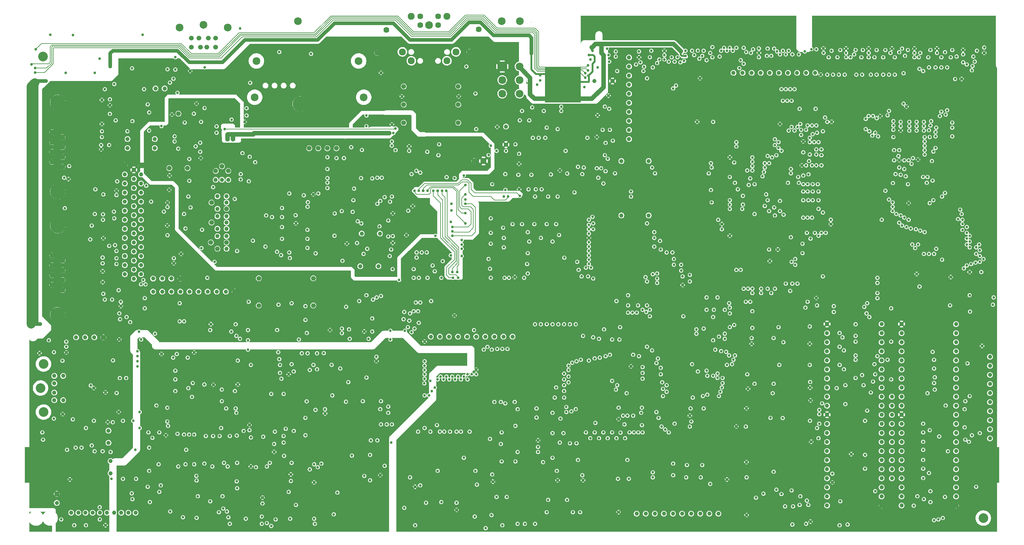
<source format=gbr>
%FSLAX34Y34*%
%MOMM*%
%LNCOPPER_INNER2*%
G71*
G01*
%ADD10C,1.166*%
%ADD11C,0.755*%
%ADD12C,2.160*%
%ADD13C,1.339*%
%ADD14C,1.338*%
%ADD15C,0.757*%
%ADD16C,0.756*%
%ADD17C,1.167*%
%ADD18C,1.621*%
%ADD19C,1.339*%
%ADD20C,1.619*%
%ADD21C,2.158*%
%ADD22C,2.698*%
%ADD23C,1.166*%
%ADD24C,1.620*%
%ADD25C,0.754*%
%ADD26C,2.700*%
%ADD27C,4.319*%
%ADD28C,1.340*%
%ADD29C,1.338*%
%ADD30C,1.340*%
%ADD31C,1.340*%
%ADD32C,4.319*%
%ADD33C,2.160*%
%ADD34C,1.943*%
%ADD35C,2.698*%
%ADD36C,2.700*%
%ADD37C,2.159*%
%ADD38C,1.619*%
%ADD39C,1.621*%
%ADD40C,2.160*%
%ADD41C,1.165*%
%ADD42C,2.159*%
%ADD43C,0.203*%
%ADD44C,1.016*%
%ADD45C,0.756*%
%ADD46C,0.508*%
%ADD47C,1.270*%
%ADD48C,0.755*%
%ADD49C,2.540*%
%ADD50C,0.757*%
%ADD51C,2.159*%
%LPD*%
X406293Y-631748D02*
G54D10*
D03*
X702999Y-1003149D02*
G54D11*
D03*
X983457Y-1086472D02*
G54D11*
D03*
X1200910Y-1263282D02*
G54D11*
D03*
X432709Y-838535D02*
G54D11*
D03*
X436774Y-917793D02*
G54D11*
D03*
X436774Y-889338D02*
G54D11*
D03*
X270129Y-999084D02*
G54D10*
D03*
X668458Y-131346D02*
G54D12*
D03*
X588180Y-161016D02*
G54D13*
D03*
X563790Y-253234D02*
G54D11*
D03*
X567086Y-161016D02*
G54D14*
D03*
X567086Y-186422D02*
G54D14*
D03*
X500283Y-248149D02*
G54D15*
D03*
X959073Y-1076310D02*
G54D15*
D03*
X908264Y-1076310D02*
G54D16*
D03*
X814778Y-1076310D02*
G54D16*
D03*
X733487Y-1076310D02*
G54D16*
D03*
X522131Y-1092571D02*
G54D11*
D03*
X574966Y-1041762D02*
G54D11*
D03*
X526195Y-1045827D02*
G54D11*
D03*
X483518Y-1045827D02*
G54D11*
D03*
X516034Y-1055991D02*
G54D15*
D03*
X885905Y-1273444D02*
G54D11*
D03*
X798517Y-1320188D02*
G54D15*
D03*
X786329Y-1350669D02*
G54D11*
D03*
X694875Y-1350669D02*
G54D15*
D03*
X444900Y-1417733D02*
G54D15*
D03*
X507902Y-1486832D02*
G54D15*
D03*
X450996Y-1460411D02*
G54D11*
D03*
X477421Y-1431959D02*
G54D16*
D03*
X481480Y-1413675D02*
G54D11*
D03*
X350958Y-1490389D02*
G54D17*
D03*
X206615Y-438423D02*
G54D18*
D03*
X920460Y-1362866D02*
G54D16*
D03*
X930616Y-1352702D02*
G54D16*
D03*
X1015971Y-1330350D02*
G54D16*
D03*
X1095236Y-1385218D02*
G54D16*
D03*
X1050525Y-1387249D02*
G54D11*
D03*
X1066779Y-1399445D02*
G54D15*
D03*
X847292Y-1074278D02*
G54D11*
D03*
X663373Y-871050D02*
G54D17*
D03*
X573953Y-372628D02*
G54D15*
D03*
X792420Y-662229D02*
G54D11*
D03*
X755584Y-833705D02*
G54D19*
D03*
X339224Y-373139D02*
G54D11*
D03*
X1072877Y-554013D02*
G54D11*
D03*
X1358413Y-505236D02*
G54D20*
D03*
X731454Y-286261D02*
G54D11*
D03*
X1436403Y-278638D02*
G54D21*
D03*
X1361466Y-1373029D02*
G54D11*
D03*
X1162297Y-1476672D02*
G54D11*
D03*
X1192781Y-1525447D02*
G54D11*
D03*
X1178558Y-1391315D02*
G54D11*
D03*
X1192781Y-1417733D02*
G54D11*
D03*
X1137915Y-474754D02*
G54D15*
D03*
X1176017Y-476787D02*
G54D15*
D03*
X250995Y-1490389D02*
G54D17*
D03*
X259959Y-1307993D02*
G54D11*
D03*
X243677Y-1307964D02*
G54D16*
D03*
X347858Y-1063611D02*
G54D15*
D03*
X119737Y-234941D02*
G54D16*
D03*
X129900Y-257300D02*
G54D11*
D03*
X129900Y-245105D02*
G54D11*
D03*
X131926Y-192264D02*
G54D11*
D03*
X152252Y-212589D02*
G54D22*
D03*
X420513Y-982823D02*
G54D11*
D03*
X416448Y-1037695D02*
G54D11*
D03*
X365640Y-1005182D02*
G54D11*
D03*
X426611Y-1005182D02*
G54D15*
D03*
X416448Y-1066152D02*
G54D11*
D03*
X416448Y-1051926D02*
G54D11*
D03*
X416448Y-1080375D02*
G54D11*
D03*
X522131Y-1116954D02*
G54D11*
D03*
X522131Y-1149469D02*
G54D11*
D03*
X207125Y-1214506D02*
G54D11*
D03*
X235575Y-1228734D02*
G54D16*
D03*
X294514Y-1232799D02*
G54D16*
D03*
X347355Y-1236863D02*
G54D11*
D03*
X333126Y-1236863D02*
G54D15*
D03*
X363608Y-1208409D02*
G54D15*
D03*
X422547Y-1208409D02*
G54D15*
D03*
X404252Y-1232799D02*
G54D11*
D03*
X375804Y-1232799D02*
G54D16*
D03*
X568875Y-1165729D02*
G54D11*
D03*
X558711Y-1141345D02*
G54D16*
D03*
X570899Y-1127117D02*
G54D11*
D03*
X603420Y-1131181D02*
G54D11*
D03*
X499773Y-1234832D02*
G54D16*
D03*
X628570Y-1131947D02*
G54D11*
D03*
X652197Y-1145410D02*
G54D16*
D03*
X688777Y-1149469D02*
G54D11*
D03*
X696906Y-1131181D02*
G54D11*
D03*
X668452Y-1360833D02*
G54D11*
D03*
X658295Y-1350669D02*
G54D11*
D03*
X625772Y-1360833D02*
G54D11*
D03*
X603420Y-1352702D02*
G54D11*
D03*
X627805Y-1275476D02*
G54D16*
D03*
X607485Y-1275476D02*
G54D11*
D03*
X674549Y-1275476D02*
G54D16*
D03*
X650164Y-1253118D02*
G54D11*
D03*
X646100Y-1275476D02*
G54D11*
D03*
X475389Y-1354736D02*
G54D11*
D03*
X448963Y-1373029D02*
G54D15*
D03*
X501803Y-1247021D02*
G54D11*
D03*
X495706Y-1273444D02*
G54D15*
D03*
X477421Y-1265314D02*
G54D16*
D03*
X458108Y-1280555D02*
G54D11*
D03*
X448963Y-1307993D02*
G54D15*
D03*
X446932Y-1265314D02*
G54D11*
D03*
X422547Y-1253118D02*
G54D15*
D03*
X335159Y-1260484D02*
G54D10*
D03*
X335159Y-1294529D02*
G54D10*
D03*
X341256Y-1320188D02*
G54D15*
D03*
X318898Y-1318155D02*
G54D11*
D03*
X341250Y-1345839D02*
G54D10*
D03*
X341250Y-1379883D02*
G54D10*
D03*
X410352Y-1314091D02*
G54D15*
D03*
X366908Y-1113145D02*
G54D11*
D03*
X384693Y-1113145D02*
G54D16*
D03*
X217281Y-1041762D02*
G54D11*
D03*
X206615Y-1064623D02*
G54D11*
D03*
X208648Y-1107053D02*
G54D17*
D03*
X692842Y-995018D02*
G54D11*
D03*
X619675Y-978757D02*
G54D16*
D03*
X678614Y-982823D02*
G54D15*
D03*
X696906Y-1064114D02*
G54D11*
D03*
X556678Y-1055991D02*
G54D11*
D03*
X406293Y-834973D02*
G54D10*
D03*
X406293Y-809575D02*
G54D10*
D03*
X406293Y-784165D02*
G54D10*
D03*
X426358Y-850477D02*
G54D11*
D03*
X426358Y-796870D02*
G54D10*
D03*
X426358Y-822275D02*
G54D10*
D03*
X637968Y-871050D02*
G54D10*
D03*
X612565Y-871050D02*
G54D17*
D03*
X587160Y-871050D02*
G54D10*
D03*
X561764Y-871050D02*
G54D10*
D03*
X485542Y-834464D02*
G54D10*
D03*
X611552Y-832437D02*
G54D11*
D03*
X320930Y-721423D02*
G54D16*
D03*
X319918Y-669850D02*
G54D11*
D03*
X319918Y-654609D02*
G54D11*
D03*
X538386Y-765369D02*
G54D15*
D03*
X380882Y-771467D02*
G54D10*
D03*
X426358Y-771467D02*
G54D10*
D03*
X406293Y-555535D02*
G54D10*
D03*
X406293Y-530136D02*
G54D10*
D03*
X380882Y-542830D02*
G54D10*
D03*
X351419Y-665792D02*
G54D11*
D03*
X358020Y-1155065D02*
G54D11*
D03*
X357510Y-757237D02*
G54D11*
D03*
X357510Y-777565D02*
G54D11*
D03*
X357510Y-793826D02*
G54D11*
D03*
X363608Y-866986D02*
G54D15*
D03*
X369707Y-911696D02*
G54D11*
D03*
X369707Y-899500D02*
G54D11*
D03*
X367674Y-948276D02*
G54D16*
D03*
X365640Y-932015D02*
G54D11*
D03*
X380882Y-796870D02*
G54D10*
D03*
X380882Y-822275D02*
G54D10*
D03*
X385967Y-942179D02*
G54D11*
D03*
X284350Y-724723D02*
G54D11*
D03*
X297049Y-653597D02*
G54D16*
D03*
X288415Y-686111D02*
G54D11*
D03*
X225411Y-519464D02*
G54D11*
D03*
X206615Y-466119D02*
G54D18*
D03*
X206615Y-521490D02*
G54D18*
D03*
X206615Y-493805D02*
G54D18*
D03*
X426358Y-644445D02*
G54D10*
D03*
X426358Y-669858D02*
G54D10*
D03*
X426358Y-695254D02*
G54D10*
D03*
X426358Y-720665D02*
G54D10*
D03*
X426358Y-746061D02*
G54D10*
D03*
X454552Y-619049D02*
G54D11*
D03*
X500283Y-621584D02*
G54D15*
D03*
X623486Y-621584D02*
G54D19*
D03*
X665406Y-621584D02*
G54D23*
D03*
X314833Y-460526D02*
G54D11*
D03*
X314833Y-472723D02*
G54D11*
D03*
X337191Y-460526D02*
G54D16*
D03*
X178166Y-769690D02*
G54D20*
D03*
X947387Y-565699D02*
G54D15*
D03*
X947387Y-553000D02*
G54D15*
D03*
X947387Y-527596D02*
G54D15*
D03*
X840692Y-596180D02*
G54D11*
D03*
X688267Y-611427D02*
G54D11*
D03*
X881337Y-601266D02*
G54D16*
D03*
X908264Y-598722D02*
G54D16*
D03*
X921982Y-596180D02*
G54D11*
D03*
X1020036Y-614983D02*
G54D15*
D03*
X892769Y-620317D02*
G54D11*
D03*
X1438693Y-692208D02*
G54D11*
D03*
X891500Y-697796D02*
G54D11*
D03*
X1280680Y-550457D02*
G54D15*
D03*
X1303039Y-553000D02*
G54D11*
D03*
X1259850Y-458493D02*
G54D11*
D03*
X1257818Y-488975D02*
G54D16*
D03*
X1087106Y-551979D02*
G54D16*
D03*
X1099295Y-551979D02*
G54D11*
D03*
X1182625Y-541816D02*
G54D11*
D03*
X1196344Y-532674D02*
G54D16*
D03*
X1207009Y-537751D02*
G54D15*
D03*
X1444790Y-541816D02*
G54D16*
D03*
X1383817Y-505236D02*
G54D24*
D03*
X1333011Y-625140D02*
G54D11*
D03*
X1294398Y-625140D02*
G54D11*
D03*
X1601273Y-352811D02*
G54D11*
D03*
X1597208Y-531654D02*
G54D11*
D03*
X1534211Y-291338D02*
G54D15*
D03*
X1519983Y-354852D02*
G54D11*
D03*
X1613469Y-476787D02*
G54D11*
D03*
X1333011Y-598722D02*
G54D11*
D03*
X1404145Y-665792D02*
G54D11*
D03*
X1292366Y-675947D02*
G54D16*
D03*
X2706838Y-212589D02*
G54D15*
D03*
X2710902Y-667817D02*
G54D15*
D03*
X2643834Y-1062087D02*
G54D25*
D03*
X2639770Y-1039729D02*
G54D25*
D03*
X2605226Y-700339D02*
G54D25*
D03*
X2599130Y-738952D02*
G54D25*
D03*
X2582861Y-738952D02*
G54D15*
D03*
X2584906Y-497106D02*
G54D25*
D03*
X2595066Y-821765D02*
G54D25*
D03*
X2586925Y-1470574D02*
G54D15*
D03*
X2597098Y-1444156D02*
G54D25*
D03*
X2546290Y-677981D02*
G54D11*
D03*
X2523932Y-917793D02*
G54D15*
D03*
X2527996Y-645465D02*
G54D15*
D03*
X2656038Y-1509192D02*
G54D15*
D03*
X2651974Y-190231D02*
G54D15*
D03*
X2651974Y-202428D02*
G54D15*
D03*
X2694657Y-436143D02*
G54D11*
D03*
X2743427Y-1163697D02*
G54D25*
D03*
X2658058Y-1276745D02*
G54D25*
D03*
X2668230Y-1505126D02*
G54D15*
D03*
X2674314Y-1446187D02*
G54D25*
D03*
X2682454Y-1318155D02*
G54D15*
D03*
X2517832Y-612952D02*
G54D11*
D03*
X2527996Y-621074D02*
G54D15*
D03*
X2527996Y-633270D02*
G54D15*
D03*
X2479221Y-1429929D02*
G54D11*
D03*
X2572714Y-503204D02*
G54D25*
D03*
X2572714Y-623115D02*
G54D25*
D03*
X2572714Y-669850D02*
G54D25*
D03*
X2623514Y-566208D02*
G54D25*
D03*
X2639770Y-560111D02*
G54D25*
D03*
X2615386Y-1452286D02*
G54D25*
D03*
X2574733Y-395496D02*
G54D15*
D03*
X2517832Y-263398D02*
G54D11*
D03*
X2521899Y-202428D02*
G54D11*
D03*
X2525964Y-190231D02*
G54D11*
D03*
X2534093Y-263398D02*
G54D11*
D03*
X2534093Y-214622D02*
G54D11*
D03*
X2601162Y-214622D02*
G54D25*
D03*
X2605226Y-202428D02*
G54D25*
D03*
X2666186Y-781629D02*
G54D25*
D03*
X2649930Y-751147D02*
G54D25*
D03*
X2643834Y-765369D02*
G54D25*
D03*
X2629622Y-765369D02*
G54D15*
D03*
X2641814Y-614983D02*
G54D15*
D03*
X2631642Y-623115D02*
G54D25*
D03*
X2666186Y-604821D02*
G54D25*
D03*
X2674314Y-594656D02*
G54D25*
D03*
X2702774Y-275586D02*
G54D15*
D03*
X2546290Y-200393D02*
G54D11*
D03*
X2550355Y-395496D02*
G54D11*
D03*
X2550355Y-407684D02*
G54D11*
D03*
X2550355Y-419882D02*
G54D11*
D03*
X2554421Y-190231D02*
G54D11*
D03*
X2501580Y-263398D02*
G54D15*
D03*
X2501580Y-214622D02*
G54D15*
D03*
X2507677Y-194296D02*
G54D11*
D03*
X2588970Y-190231D02*
G54D25*
D03*
X2588970Y-202428D02*
G54D25*
D03*
X2588970Y-214622D02*
G54D25*
D03*
X2460935Y-190231D02*
G54D11*
D03*
X2593034Y-696274D02*
G54D25*
D03*
X2591002Y-749115D02*
G54D25*
D03*
X2595066Y-395496D02*
G54D25*
D03*
X2595066Y-407684D02*
G54D25*
D03*
X2595066Y-419882D02*
G54D25*
D03*
X2442641Y-263398D02*
G54D15*
D03*
X2467033Y-263398D02*
G54D15*
D03*
X2483285Y-263398D02*
G54D11*
D03*
X2517832Y-365007D02*
G54D11*
D03*
X2424346Y-962504D02*
G54D11*
D03*
X2424346Y-995018D02*
G54D11*
D03*
X2424346Y-1011279D02*
G54D11*
D03*
X2424346Y-1049891D02*
G54D11*
D03*
X2424346Y-1062087D02*
G54D11*
D03*
X2424346Y-1112888D02*
G54D11*
D03*
X2566456Y-352971D02*
G54D16*
D03*
X2570673Y-194296D02*
G54D16*
D03*
X2397930Y-190231D02*
G54D11*
D03*
X2397930Y-202428D02*
G54D11*
D03*
X2397930Y-214622D02*
G54D11*
D03*
X2410126Y-214622D02*
G54D11*
D03*
X2420289Y-206492D02*
G54D15*
D03*
X2473130Y-379236D02*
G54D11*
D03*
X2471089Y-434109D02*
G54D11*
D03*
X2483285Y-385333D02*
G54D11*
D03*
X2479221Y-425980D02*
G54D11*
D03*
X2493449Y-379236D02*
G54D15*
D03*
X2487351Y-436143D02*
G54D11*
D03*
X2424346Y-194296D02*
G54D11*
D03*
X2426387Y-263398D02*
G54D11*
D03*
X2497514Y-669850D02*
G54D16*
D03*
X2536127Y-541816D02*
G54D15*
D03*
X2538159Y-653597D02*
G54D11*
D03*
X2345089Y-263398D02*
G54D16*
D03*
X2349154Y-214622D02*
G54D15*
D03*
X2357285Y-196328D02*
G54D16*
D03*
X2361351Y-263398D02*
G54D15*
D03*
X2532061Y-503204D02*
G54D16*
D03*
X2462967Y-942179D02*
G54D16*
D03*
X2485319Y-1051926D02*
G54D16*
D03*
X2477188Y-1074278D02*
G54D15*
D03*
X2467033Y-1153533D02*
G54D15*
D03*
X2473130Y-1123052D02*
G54D11*
D03*
X2479221Y-1102735D02*
G54D11*
D03*
X2485319Y-832437D02*
G54D16*
D03*
X2485319Y-846659D02*
G54D16*
D03*
X2485319Y-875115D02*
G54D16*
D03*
X2485319Y-889338D02*
G54D16*
D03*
X2462967Y-421914D02*
G54D16*
D03*
X2460935Y-379236D02*
G54D11*
D03*
X2286157Y-258319D02*
G54D10*
D03*
X2286159Y-1521381D02*
G54D11*
D03*
X2298345Y-1515283D02*
G54D16*
D03*
X2267864Y-1468539D02*
G54D15*
D03*
X2292248Y-1468539D02*
G54D11*
D03*
X2269897Y-1444156D02*
G54D11*
D03*
X2288191Y-1456351D02*
G54D16*
D03*
X2195206Y-1375564D02*
G54D11*
D03*
X2032118Y-1033631D02*
G54D11*
D03*
X2026024Y-1007214D02*
G54D11*
D03*
X2026024Y-1106791D02*
G54D11*
D03*
X2141864Y-653597D02*
G54D11*
D03*
X2241447Y-304043D02*
G54D16*
D03*
X2237382Y-419882D02*
G54D15*
D03*
X2198770Y-460526D02*
G54D15*
D03*
X2241447Y-869019D02*
G54D16*
D03*
X2245512Y-787729D02*
G54D15*
D03*
X2247545Y-848691D02*
G54D11*
D03*
X2202834Y-488975D02*
G54D15*
D03*
X2208926Y-468657D02*
G54D15*
D03*
X2217055Y-476787D02*
G54D16*
D03*
X2235348Y-566208D02*
G54D11*
D03*
X2212990Y-617016D02*
G54D15*
D03*
X2212990Y-645465D02*
G54D15*
D03*
X2223154Y-655629D02*
G54D11*
D03*
X2284125Y-915763D02*
G54D15*
D03*
X2206893Y-753173D02*
G54D11*
D03*
X2198770Y-657661D02*
G54D15*
D03*
X2196738Y-635304D02*
G54D11*
D03*
X2247545Y-1523414D02*
G54D11*
D03*
X2249570Y-1472606D02*
G54D11*
D03*
X2227220Y-1472606D02*
G54D11*
D03*
X2229251Y-848691D02*
G54D16*
D03*
X2210958Y-1076310D02*
G54D11*
D03*
X2195206Y-1129151D02*
G54D11*
D03*
X2220611Y-1225179D02*
G54D16*
D03*
X2222643Y-1012802D02*
G54D11*
D03*
X2121539Y-1102735D02*
G54D11*
D03*
X2123571Y-1143377D02*
G54D16*
D03*
X2135765Y-925924D02*
G54D16*
D03*
X2135765Y-972666D02*
G54D16*
D03*
X2133733Y-1001117D02*
G54D11*
D03*
X2133733Y-1017370D02*
G54D11*
D03*
X2135765Y-862919D02*
G54D16*
D03*
X2135765Y-875115D02*
G54D16*
D03*
X2160149Y-875115D02*
G54D11*
D03*
X2160149Y-862919D02*
G54D11*
D03*
X2182509Y-753173D02*
G54D16*
D03*
X2178443Y-862919D02*
G54D15*
D03*
X2184542Y-785694D02*
G54D11*
D03*
X2109348Y-602788D02*
G54D15*
D03*
X2109348Y-627173D02*
G54D15*
D03*
X2086989Y-1049891D02*
G54D11*
D03*
X2084956Y-964537D02*
G54D15*
D03*
X2082924Y-1062087D02*
G54D11*
D03*
X2202834Y-1425862D02*
G54D15*
D03*
X2217055Y-1438058D02*
G54D16*
D03*
X2296824Y-1232799D02*
G54D11*
D03*
X2371514Y-1141345D02*
G54D11*
D03*
X2373546Y-214622D02*
G54D15*
D03*
X2320705Y-614983D02*
G54D11*
D03*
X2320705Y-452396D02*
G54D11*
D03*
X2332901Y-421914D02*
G54D11*
D03*
X2286159Y-517431D02*
G54D11*
D03*
X2294288Y-505236D02*
G54D11*
D03*
X2296312Y-486950D02*
G54D11*
D03*
X2302412Y-517431D02*
G54D15*
D03*
X2308510Y-452396D02*
G54D11*
D03*
X2296312Y-452396D02*
G54D11*
D03*
X2338992Y-383300D02*
G54D11*
D03*
X2243481Y-718626D02*
G54D11*
D03*
X2243481Y-539783D02*
G54D11*
D03*
X2245512Y-336556D02*
G54D15*
D03*
X2245512Y-409717D02*
G54D15*
D03*
X2243481Y-527596D02*
G54D11*
D03*
X2278028Y-614983D02*
G54D11*
D03*
X2292248Y-614983D02*
G54D11*
D03*
X2304444Y-614983D02*
G54D11*
D03*
X2318672Y-570272D02*
G54D15*
D03*
X2320705Y-590592D02*
G54D11*
D03*
X2328836Y-517431D02*
G54D11*
D03*
X2328836Y-472723D02*
G54D11*
D03*
X2328836Y-488975D02*
G54D11*
D03*
X2310542Y-706437D02*
G54D16*
D03*
X2332901Y-828371D02*
G54D11*
D03*
X2332901Y-649531D02*
G54D11*
D03*
X2320705Y-639368D02*
G54D11*
D03*
X2275993Y-763337D02*
G54D16*
D03*
X2275993Y-736920D02*
G54D16*
D03*
X2298345Y-722690D02*
G54D16*
D03*
X2288191Y-706437D02*
G54D16*
D03*
X2135765Y-531654D02*
G54D16*
D03*
X1885796Y-1143377D02*
G54D11*
D03*
X1723214Y-352811D02*
G54D11*
D03*
X1645982Y-787729D02*
G54D16*
D03*
X1643950Y-1066152D02*
G54D11*
D03*
X1643950Y-1295796D02*
G54D11*
D03*
X1723214Y-488975D02*
G54D11*
D03*
X1719151Y-568240D02*
G54D11*
D03*
X1658179Y-828371D02*
G54D16*
D03*
X1670374Y-803981D02*
G54D16*
D03*
X1914245Y-1352702D02*
G54D16*
D03*
X1914245Y-1385218D02*
G54D16*
D03*
X1913744Y-1492931D02*
G54D10*
D03*
X1888332Y-1492931D02*
G54D10*
D03*
X1997570Y-1163697D02*
G54D11*
D03*
X1999602Y-1198253D02*
G54D15*
D03*
X2009766Y-1159632D02*
G54D11*
D03*
X2009766Y-1106791D02*
G54D11*
D03*
X1983347Y-1094602D02*
G54D11*
D03*
X1960988Y-824307D02*
G54D16*
D03*
X1960988Y-842594D02*
G54D16*
D03*
X1969121Y-1167762D02*
G54D16*
D03*
X2019927Y-586527D02*
G54D16*
D03*
X2021960Y-621074D02*
G54D11*
D03*
X2007731Y-887312D02*
G54D16*
D03*
X2007731Y-921857D02*
G54D16*
D03*
X1979282Y-976733D02*
G54D11*
D03*
X1979282Y-988920D02*
G54D11*
D03*
X1999602Y-974693D02*
G54D15*
D03*
X2007731Y-1092571D02*
G54D16*
D03*
X1873600Y-1224669D02*
G54D11*
D03*
X1867503Y-1208409D02*
G54D16*
D03*
X1960988Y-1218570D02*
G54D16*
D03*
X1963022Y-1198253D02*
G54D11*
D03*
X1774016Y-1218570D02*
G54D16*
D03*
X1778081Y-1242957D02*
G54D15*
D03*
X1719151Y-1265314D02*
G54D11*
D03*
X1696791Y-1238890D02*
G54D15*
D03*
X1694760Y-1265314D02*
G54D11*
D03*
X1656147Y-1062087D02*
G54D11*
D03*
X1662244Y-995018D02*
G54D15*
D03*
X1591109Y-604821D02*
G54D15*
D03*
X1595173Y-712536D02*
G54D15*
D03*
X1587051Y-682047D02*
G54D11*
D03*
X1618042Y-540294D02*
G54D11*
D03*
X1609913Y-776042D02*
G54D11*
D03*
X1593142Y-962504D02*
G54D11*
D03*
X1609403Y-962504D02*
G54D11*
D03*
X1678499Y-732853D02*
G54D11*
D03*
X1755729Y-1281575D02*
G54D15*
D03*
X1743534Y-1265314D02*
G54D15*
D03*
X1737437Y-1047860D02*
G54D11*
D03*
X1743534Y-1005182D02*
G54D15*
D03*
X1743534Y-1121020D02*
G54D15*
D03*
X1818727Y-198361D02*
G54D11*
D03*
X1818727Y-214622D02*
G54D11*
D03*
X1875632Y-220712D02*
G54D15*
D03*
X1879697Y-753173D02*
G54D16*
D03*
X1877665Y-728789D02*
G54D11*
D03*
X1810598Y-234941D02*
G54D11*
D03*
X1790781Y-392954D02*
G54D10*
D03*
X1816191Y-909663D02*
G54D11*
D03*
X1818727Y-1051926D02*
G54D11*
D03*
X1812630Y-929989D02*
G54D15*
D03*
X2023994Y-186167D02*
G54D15*
D03*
X2023994Y-214622D02*
G54D15*
D03*
X1983167Y-196149D02*
G54D11*
D03*
X1987414Y-218686D02*
G54D11*
D03*
X1989438Y-273554D02*
G54D11*
D03*
X1995537Y-210557D02*
G54D16*
D03*
X1830922Y-253234D02*
G54D11*
D03*
X1832954Y-241038D02*
G54D16*
D03*
X1841087Y-273554D02*
G54D16*
D03*
X1822793Y-228844D02*
G54D11*
D03*
X1889861Y-196328D02*
G54D11*
D03*
X1755729Y-897467D02*
G54D15*
D03*
X1788246Y-881214D02*
G54D11*
D03*
X1788246Y-909663D02*
G54D11*
D03*
X1788246Y-929989D02*
G54D11*
D03*
X2044312Y-212589D02*
G54D11*
D03*
X2048376Y-196328D02*
G54D11*
D03*
X2056508Y-188199D02*
G54D11*
D03*
X2064637Y-196328D02*
G54D11*
D03*
X2072768Y-188199D02*
G54D11*
D03*
X2080892Y-196328D02*
G54D15*
D03*
X1767160Y-1266078D02*
G54D11*
D03*
X1765894Y-970636D02*
G54D11*
D03*
X1744547Y-281430D02*
G54D10*
D03*
X1757762Y-253234D02*
G54D11*
D03*
X1753698Y-198361D02*
G54D11*
D03*
X1753698Y-212589D02*
G54D11*
D03*
X1769447Y-505235D02*
G54D10*
D03*
X1745567Y-448332D02*
G54D11*
D03*
X1769447Y-657662D02*
G54D10*
D03*
X1751664Y-539783D02*
G54D16*
D03*
X1688660Y-661726D02*
G54D15*
D03*
X1684596Y-803981D02*
G54D15*
D03*
X1690694Y-834471D02*
G54D11*
D03*
X1694760Y-1058023D02*
G54D11*
D03*
X1690694Y-999085D02*
G54D11*
D03*
X1721176Y-976733D02*
G54D11*
D03*
X1725241Y-1051926D02*
G54D11*
D03*
X1828889Y-921857D02*
G54D15*
D03*
X1837022Y-830405D02*
G54D15*
D03*
X1841087Y-842594D02*
G54D16*
D03*
X1841087Y-909663D02*
G54D16*
D03*
X1839053Y-927957D02*
G54D11*
D03*
X1828889Y-1114923D02*
G54D15*
D03*
X1828889Y-1082407D02*
G54D15*
D03*
X1828889Y-1098668D02*
G54D15*
D03*
X2111381Y-232909D02*
G54D11*
D03*
X2072768Y-614983D02*
G54D11*
D03*
X2072768Y-627173D02*
G54D11*
D03*
X2072768Y-639368D02*
G54D11*
D03*
X2026024Y-942179D02*
G54D11*
D03*
X2028051Y-921857D02*
G54D11*
D03*
X2038213Y-887312D02*
G54D15*
D03*
X2095120Y-584495D02*
G54D11*
D03*
X1902049Y-1265314D02*
G54D16*
D03*
X1891893Y-1257184D02*
G54D16*
D03*
X1881732Y-1249054D02*
G54D11*
D03*
X1965054Y-1234832D02*
G54D15*
D03*
X1960988Y-1249054D02*
G54D16*
D03*
X1918312Y-1240930D02*
G54D15*
D03*
X1589078Y-1373029D02*
G54D11*
D03*
X1633795Y-1488867D02*
G54D11*
D03*
X1582985Y-1167762D02*
G54D11*
D03*
X1609403Y-1149469D02*
G54D11*
D03*
X1609403Y-1167762D02*
G54D11*
D03*
X1587051Y-1139313D02*
G54D11*
D03*
X1599240Y-1226702D02*
G54D16*
D03*
X1615501Y-1208409D02*
G54D15*
D03*
X1615501Y-1194186D02*
G54D15*
D03*
X1607371Y-1267347D02*
G54D16*
D03*
X1511851Y-730821D02*
G54D11*
D03*
X1235460Y-1263282D02*
G54D11*
D03*
X1219205Y-1253118D02*
G54D15*
D03*
X1219205Y-1011279D02*
G54D15*
D03*
X1084563Y-1053447D02*
G54D11*
D03*
X1219205Y-1161665D02*
G54D15*
D03*
X1231393Y-1161665D02*
G54D11*
D03*
X1239525Y-1149469D02*
G54D11*
D03*
X1247654Y-1139313D02*
G54D11*
D03*
X999283Y-1179373D02*
G54D15*
D03*
X1005817Y-1124574D02*
G54D15*
D03*
X1056616Y-1111876D02*
G54D11*
D03*
X1084563Y-1066152D02*
G54D11*
D03*
X1123687Y-980791D02*
G54D11*
D03*
X1123687Y-1005182D02*
G54D11*
D03*
X1072877Y-982823D02*
G54D11*
D03*
X1062714Y-1003149D02*
G54D16*
D03*
X1050525Y-982823D02*
G54D11*
D03*
X814778Y-1098668D02*
G54D16*
D03*
X818845Y-1114923D02*
G54D15*
D03*
X914106Y-1202312D02*
G54D16*
D03*
X940779Y-1200277D02*
G54D11*
D03*
X1095236Y-1200277D02*
G54D16*
D03*
X692842Y-1210441D02*
G54D11*
D03*
X910296Y-1405542D02*
G54D11*
D03*
X910296Y-1507153D02*
G54D11*
D03*
X912330Y-1521381D02*
G54D15*
D03*
X940779Y-1212473D02*
G54D11*
D03*
X1117588Y-1210441D02*
G54D16*
D03*
X798517Y-1297828D02*
G54D15*
D03*
X768036Y-1277511D02*
G54D16*
D03*
X733487Y-1279543D02*
G54D16*
D03*
X694111Y-1274202D02*
G54D11*
D03*
X800549Y-1263282D02*
G54D11*
D03*
X729422Y-1244987D02*
G54D15*
D03*
X729422Y-1259215D02*
G54D15*
D03*
X713161Y-1261250D02*
G54D16*
D03*
X644068Y-1488867D02*
G54D15*
D03*
X654229Y-1444156D02*
G54D11*
D03*
X656256Y-1478703D02*
G54D11*
D03*
X666418Y-1486832D02*
G54D16*
D03*
X670484Y-1503087D02*
G54D15*
D03*
X674549Y-1521381D02*
G54D16*
D03*
X543468Y-1503087D02*
G54D15*
D03*
X581573Y-1504618D02*
G54D15*
D03*
X766002Y-1448222D02*
G54D11*
D03*
X766002Y-1464475D02*
G54D11*
D03*
X719258Y-1507153D02*
G54D11*
D03*
X763970Y-1521381D02*
G54D15*
D03*
X763970Y-1501062D02*
G54D15*
D03*
X778197Y-1519349D02*
G54D11*
D03*
X790393Y-1527478D02*
G54D11*
D03*
X802583Y-1509192D02*
G54D16*
D03*
X839162Y-1431959D02*
G54D11*
D03*
X843228Y-1507153D02*
G54D11*
D03*
X845261Y-1383185D02*
G54D15*
D03*
X845261Y-1401478D02*
G54D15*
D03*
X693854Y-1402491D02*
G54D15*
D03*
X694875Y-1421797D02*
G54D15*
D03*
X778197Y-1360833D02*
G54D11*
D03*
X747716Y-1362866D02*
G54D11*
D03*
X733487Y-1360833D02*
G54D16*
D03*
X621708Y-962504D02*
G54D11*
D03*
X396123Y-956405D02*
G54D11*
D03*
X690811Y-962504D02*
G54D15*
D03*
X518066Y-777565D02*
G54D11*
D03*
X518066Y-791793D02*
G54D11*
D03*
X510956Y-834464D02*
G54D10*
D03*
X918427Y-1043795D02*
G54D11*
D03*
X892002Y-1043795D02*
G54D15*
D03*
X875749Y-1043795D02*
G54D11*
D03*
X937224Y-1043283D02*
G54D11*
D03*
X889461Y-1178437D02*
G54D11*
D03*
X961105Y-1161665D02*
G54D11*
D03*
X1263915Y-1108829D02*
G54D11*
D03*
X1338093Y-997052D02*
G54D10*
D03*
X1394973Y-1025909D02*
G54D15*
D03*
X1450887Y-1031598D02*
G54D11*
D03*
X1436658Y-1031598D02*
G54D16*
D03*
X1422431Y-1031598D02*
G54D11*
D03*
X1407141Y-1033535D02*
G54D16*
D03*
X1414301Y-997052D02*
G54D10*
D03*
X1439711Y-997052D02*
G54D10*
D03*
X1357401Y-978757D02*
G54D11*
D03*
X1363492Y-997052D02*
G54D10*
D03*
X1384706Y-1033535D02*
G54D15*
D03*
X1388902Y-997052D02*
G54D10*
D03*
X1287287Y-997052D02*
G54D10*
D03*
X1302527Y-938112D02*
G54D11*
D03*
X1310659Y-816176D02*
G54D11*
D03*
X1402112Y-807034D02*
G54D16*
D03*
X1398047Y-779596D02*
G54D16*
D03*
X1560882Y-962249D02*
G54D11*
D03*
X1576888Y-962504D02*
G54D16*
D03*
X1471206Y-830405D02*
G54D16*
D03*
X1497631Y-832437D02*
G54D11*
D03*
X1483402Y-584495D02*
G54D16*
D03*
X1485435Y-602788D02*
G54D11*
D03*
X1491532Y-682047D02*
G54D16*
D03*
X1465109Y-997052D02*
G54D10*
D03*
X1188716Y-832437D02*
G54D11*
D03*
X1202942Y-832437D02*
G54D16*
D03*
X1227334Y-832437D02*
G54D16*
D03*
X1265948Y-832437D02*
G54D15*
D03*
X1298463Y-832437D02*
G54D11*
D03*
X1312690Y-832437D02*
G54D15*
D03*
X1042395Y-680013D02*
G54D11*
D03*
X859488Y-680013D02*
G54D11*
D03*
X1226672Y-479481D02*
G54D15*
D03*
X1517948Y-543850D02*
G54D16*
D03*
X1528113Y-604821D02*
G54D11*
D03*
X1530145Y-584495D02*
G54D16*
D03*
X1591109Y-415816D02*
G54D15*
D03*
X1601273Y-365007D02*
G54D11*
D03*
X1731340Y-499139D02*
G54D15*
D03*
X1735404Y-358908D02*
G54D15*
D03*
X1729128Y-190231D02*
G54D11*
D03*
X1733371Y-208523D02*
G54D11*
D03*
X1735404Y-226811D02*
G54D15*
D03*
X1733371Y-322330D02*
G54D11*
D03*
X1725241Y-454428D02*
G54D11*
D03*
X1700855Y-438174D02*
G54D15*
D03*
X1717109Y-417848D02*
G54D11*
D03*
X1702889Y-377203D02*
G54D11*
D03*
X1676472Y-251202D02*
G54D11*
D03*
X1676472Y-236973D02*
G54D11*
D03*
X1678326Y-208523D02*
G54D16*
D03*
X1682564Y-220712D02*
G54D11*
D03*
X1700855Y-525563D02*
G54D15*
D03*
X1704921Y-551979D02*
G54D16*
D03*
X1713053Y-525563D02*
G54D16*
D03*
X1725241Y-533693D02*
G54D11*
D03*
X1857340Y-243072D02*
G54D11*
D03*
X1855313Y-523528D02*
G54D11*
D03*
X1869536Y-230875D02*
G54D11*
D03*
X1889861Y-208523D02*
G54D11*
D03*
X1889861Y-220712D02*
G54D11*
D03*
X1902049Y-226811D02*
G54D16*
D03*
X1849209Y-921857D02*
G54D11*
D03*
X1849209Y-940145D02*
G54D11*
D03*
X1841087Y-680013D02*
G54D16*
D03*
X1841087Y-1025501D02*
G54D16*
D03*
X1802473Y-1047860D02*
G54D15*
D03*
X1800441Y-929989D02*
G54D11*
D03*
X1796375Y-1080375D02*
G54D11*
D03*
X1912213Y-761304D02*
G54D11*
D03*
X1895952Y-761304D02*
G54D11*
D03*
X1895952Y-1133216D02*
G54D11*
D03*
X1916279Y-779596D02*
G54D11*
D03*
X1916279Y-795851D02*
G54D11*
D03*
X1867503Y-1071231D02*
G54D16*
D03*
X1879697Y-1084439D02*
G54D16*
D03*
X1879697Y-1102735D02*
G54D16*
D03*
X1883763Y-1125084D02*
G54D15*
D03*
X1871568Y-1058525D02*
G54D15*
D03*
X1855313Y-1035663D02*
G54D11*
D03*
X1845654Y-505235D02*
G54D10*
D03*
X1845654Y-657662D02*
G54D10*
D03*
X1849209Y-214622D02*
G54D11*
D03*
X1853274Y-196328D02*
G54D11*
D03*
X2212990Y-401596D02*
G54D15*
D03*
X2261767Y-409717D02*
G54D11*
D03*
X2269897Y-401596D02*
G54D11*
D03*
X2267864Y-358908D02*
G54D15*
D03*
X2271928Y-432077D02*
G54D15*
D03*
X2271928Y-417848D02*
G54D15*
D03*
X2273961Y-517431D02*
G54D11*
D03*
X2314608Y-192264D02*
G54D15*
D03*
X2253636Y-419882D02*
G54D11*
D03*
X2253636Y-304043D02*
G54D11*
D03*
X2260746Y-258319D02*
G54D10*
D03*
X2625546Y-549948D02*
G54D25*
D03*
X2637750Y-505236D02*
G54D15*
D03*
X2647898Y-436143D02*
G54D25*
D03*
X2631642Y-438174D02*
G54D25*
D03*
X2647898Y-423946D02*
G54D25*
D03*
X2641814Y-478820D02*
G54D15*
D03*
X2647898Y-468657D02*
G54D25*
D03*
X2627578Y-214622D02*
G54D25*
D03*
X2629622Y-243072D02*
G54D15*
D03*
X2633686Y-194296D02*
G54D15*
D03*
X2647898Y-243072D02*
G54D25*
D03*
X2690582Y-214622D02*
G54D15*
D03*
X2694657Y-194296D02*
G54D11*
D03*
X2694657Y-411749D02*
G54D11*
D03*
X2694657Y-397530D02*
G54D11*
D03*
X2664166Y-243072D02*
G54D15*
D03*
X2664166Y-214622D02*
G54D15*
D03*
X2674314Y-200393D02*
G54D25*
D03*
X2680422Y-243072D02*
G54D15*
D03*
X2723094Y-698306D02*
G54D15*
D03*
X2723094Y-682047D02*
G54D15*
D03*
X2723094Y-669850D02*
G54D15*
D03*
X2721075Y-653597D02*
G54D25*
D03*
X2716998Y-641399D02*
G54D15*
D03*
X2721075Y-275586D02*
G54D25*
D03*
X2763747Y-196328D02*
G54D25*
D03*
X2784054Y-187185D02*
G54D15*
D03*
X2784054Y-202428D02*
G54D15*
D03*
X2735286Y-234941D02*
G54D15*
D03*
X2749510Y-251202D02*
G54D15*
D03*
X2751555Y-239008D02*
G54D25*
D03*
X2753574Y-212589D02*
G54D15*
D03*
X2757638Y-226811D02*
G54D15*
D03*
X2761702Y-765369D02*
G54D15*
D03*
X2735286Y-797890D02*
G54D15*
D03*
X2743427Y-816176D02*
G54D25*
D03*
X2747491Y-793826D02*
G54D25*
D03*
X2759683Y-789760D02*
G54D25*
D03*
X2761702Y-747083D02*
G54D15*
D03*
X2743427Y-747083D02*
G54D25*
D03*
X2705327Y-961993D02*
G54D10*
D03*
X2705327Y-987398D02*
G54D10*
D03*
X2705327Y-1012802D02*
G54D10*
D03*
X2737329Y-1072243D02*
G54D11*
D03*
X2743427Y-881214D02*
G54D25*
D03*
X2744443Y-926939D02*
G54D25*
D03*
X2771875Y-771467D02*
G54D25*
D03*
X2771875Y-755213D02*
G54D25*
D03*
X2769843Y-738952D02*
G54D25*
D03*
X2771875Y-787729D02*
G54D25*
D03*
X2725139Y-194296D02*
G54D25*
D03*
X2725139Y-206492D02*
G54D25*
D03*
X2725139Y-228844D02*
G54D25*
D03*
X2357285Y-395496D02*
G54D16*
D03*
X2345089Y-395496D02*
G54D16*
D03*
X2290224Y-899500D02*
G54D11*
D03*
X2261767Y-848691D02*
G54D11*
D03*
X2166757Y-1437038D02*
G54D16*
D03*
X1786213Y-1342540D02*
G54D16*
D03*
X1779859Y-1281575D02*
G54D15*
D03*
X1786213Y-1218570D02*
G54D16*
D03*
X1784179Y-1155568D02*
G54D11*
D03*
X2058540Y-921857D02*
G54D15*
D03*
X2070728Y-903566D02*
G54D11*
D03*
X2072768Y-714560D02*
G54D11*
D03*
X2072768Y-915763D02*
G54D11*
D03*
X2072768Y-932015D02*
G54D11*
D03*
X2121539Y-531654D02*
G54D11*
D03*
X2125603Y-572306D02*
G54D11*
D03*
X2107316Y-639368D02*
G54D11*
D03*
X2170313Y-631238D02*
G54D16*
D03*
X2178443Y-614983D02*
G54D15*
D03*
X2182509Y-645465D02*
G54D16*
D03*
X2188606Y-210557D02*
G54D11*
D03*
X2141864Y-570272D02*
G54D11*
D03*
X2164216Y-547914D02*
G54D11*
D03*
X2168281Y-535718D02*
G54D11*
D03*
X2174379Y-598722D02*
G54D15*
D03*
X2217055Y-304043D02*
G54D16*
D03*
X2229251Y-304043D02*
G54D16*
D03*
X2233318Y-336556D02*
G54D15*
D03*
X2221122Y-336556D02*
G54D15*
D03*
X2159137Y-258319D02*
G54D17*
D03*
X2184542Y-258319D02*
G54D10*
D03*
X2099187Y-245105D02*
G54D11*
D03*
X2133734Y-258319D02*
G54D10*
D03*
X2108336Y-258319D02*
G54D10*
D03*
X2221122Y-196328D02*
G54D15*
D03*
X2265831Y-206492D02*
G54D11*
D03*
X2282092Y-198361D02*
G54D11*
D03*
X2300710Y-191931D02*
G54D11*
D03*
X2196738Y-190231D02*
G54D11*
D03*
X2204868Y-198361D02*
G54D11*
D03*
X2209946Y-258319D02*
G54D17*
D03*
X2212990Y-206492D02*
G54D15*
D03*
X1674433Y-440207D02*
G54D11*
D03*
X1660212Y-541816D02*
G54D11*
D03*
X1664276Y-523528D02*
G54D11*
D03*
X1682564Y-1281575D02*
G54D11*
D03*
X1365532Y-1411641D02*
G54D11*
D03*
X1434626Y-1346604D02*
G54D11*
D03*
X1434626Y-1265314D02*
G54D11*
D03*
X1432594Y-1297828D02*
G54D16*
D03*
X1402112Y-1283607D02*
G54D16*
D03*
X1328944Y-1336443D02*
G54D11*
D03*
X1345207Y-1263282D02*
G54D11*
D03*
X1320815Y-1263282D02*
G54D11*
D03*
X1308624Y-1263282D02*
G54D16*
D03*
X1265948Y-1460411D02*
G54D15*
D03*
X1532179Y-1223649D02*
G54D11*
D03*
X1532179Y-1198253D02*
G54D11*
D03*
X1536243Y-1287673D02*
G54D11*
D03*
X1536243Y-1305959D02*
G54D11*
D03*
X1536243Y-1320188D02*
G54D11*
D03*
X842593Y-776930D02*
G54D11*
D03*
X817823Y-768925D02*
G54D16*
D03*
X1048493Y-765369D02*
G54D16*
D03*
X2154058Y-189720D02*
G54D11*
D03*
X2154058Y-202428D02*
G54D11*
D03*
X2154058Y-214622D02*
G54D11*
D03*
X2176410Y-210557D02*
G54D11*
D03*
X2178443Y-190231D02*
G54D15*
D03*
X2326802Y-263398D02*
G54D15*
D03*
X2334422Y-189720D02*
G54D15*
D03*
X2334933Y-202428D02*
G54D16*
D03*
X2377610Y-263398D02*
G54D15*
D03*
X2381669Y-194296D02*
G54D11*
D03*
X2393865Y-263398D02*
G54D11*
D03*
X2304444Y-430044D02*
G54D11*
D03*
X2296312Y-440207D02*
G54D11*
D03*
X2286159Y-417848D02*
G54D11*
D03*
X2302412Y-405652D02*
G54D15*
D03*
X2290224Y-405652D02*
G54D11*
D03*
X2188606Y-875115D02*
G54D11*
D03*
X2192671Y-1155568D02*
G54D11*
D03*
X892002Y-633270D02*
G54D15*
D03*
X500283Y-634289D02*
G54D15*
D03*
X1130295Y-652067D02*
G54D15*
D03*
X1333011Y-651562D02*
G54D11*
D03*
X1130295Y-715579D02*
G54D15*
D03*
X1130295Y-734631D02*
G54D15*
D03*
X1125718Y-753173D02*
G54D15*
D03*
X1117588Y-716594D02*
G54D16*
D03*
X1196845Y-761304D02*
G54D11*
D03*
X1168396Y-713038D02*
G54D16*
D03*
X2729203Y-1200277D02*
G54D25*
D03*
X2731222Y-1177925D02*
G54D15*
D03*
X2731222Y-1285634D02*
G54D15*
D03*
X2729203Y-1251086D02*
G54D25*
D03*
X2015354Y-1492931D02*
G54D17*
D03*
X1989947Y-1492931D02*
G54D10*
D03*
X2314608Y-889338D02*
G54D15*
D03*
X2316640Y-909663D02*
G54D11*
D03*
X1207009Y-1413675D02*
G54D15*
D03*
X2749510Y-1273444D02*
G54D15*
D03*
X2741382Y-1291731D02*
G54D15*
D03*
X152252Y-1285634D02*
G54D11*
D03*
X150219Y-1265314D02*
G54D16*
D03*
X2448739Y-913728D02*
G54D11*
D03*
X2446705Y-1133216D02*
G54D15*
D03*
X2119512Y-1496997D02*
G54D11*
D03*
X2145929Y-1448222D02*
G54D11*
D03*
X2119512Y-1348638D02*
G54D11*
D03*
X2119512Y-1391315D02*
G54D11*
D03*
X2771875Y-1267347D02*
G54D25*
D03*
X1597208Y-1293763D02*
G54D11*
D03*
X1591109Y-1399445D02*
G54D15*
D03*
X182734Y-1226702D02*
G54D11*
D03*
X1670374Y-1265314D02*
G54D16*
D03*
X2781527Y-1505382D02*
G54D26*
D03*
X1631755Y-1070212D02*
G54D11*
D03*
X1625665Y-962504D02*
G54D11*
D03*
X1629729Y-1206376D02*
G54D11*
D03*
X288415Y-1301895D02*
G54D11*
D03*
X2412158Y-1326286D02*
G54D15*
D03*
X2391833Y-1035663D02*
G54D16*
D03*
X2387767Y-999085D02*
G54D15*
D03*
X2379643Y-1076310D02*
G54D11*
D03*
X2379643Y-1025501D02*
G54D11*
D03*
X2379643Y-986889D02*
G54D11*
D03*
X2391833Y-1088504D02*
G54D16*
D03*
X1414301Y-1179960D02*
G54D11*
D03*
X1432594Y-1179960D02*
G54D16*
D03*
X1444790Y-1184025D02*
G54D16*
D03*
X183753Y-1107053D02*
G54D10*
D03*
X183753Y-1128138D02*
G54D10*
D03*
X183753Y-1154045D02*
G54D10*
D03*
X183753Y-1175128D02*
G54D10*
D03*
X2800323Y-1231269D02*
G54D10*
D03*
X2800323Y-1256681D02*
G54D10*
D03*
X2800323Y-1282079D02*
G54D10*
D03*
X2800323Y-1053447D02*
G54D10*
D03*
X2800323Y-1078851D02*
G54D10*
D03*
X2800323Y-1104256D02*
G54D10*
D03*
X2800323Y-1129654D02*
G54D10*
D03*
X2800323Y-1155065D02*
G54D10*
D03*
X2800323Y-1180462D02*
G54D10*
D03*
X2800323Y-1205873D02*
G54D10*
D03*
X168512Y-1007214D02*
G54D11*
D03*
X1009873Y-1003149D02*
G54D11*
D03*
X1007848Y-976733D02*
G54D11*
D03*
X988033Y-974693D02*
G54D11*
D03*
X988033Y-987398D02*
G54D11*
D03*
X182734Y-1040742D02*
G54D11*
D03*
X193400Y-936080D02*
G54D27*
D03*
X810712Y-907630D02*
G54D15*
D03*
X847292Y-903566D02*
G54D11*
D03*
X999717Y-913728D02*
G54D11*
D03*
X178166Y-797376D02*
G54D20*
D03*
X178166Y-824810D02*
G54D20*
D03*
X178166Y-852512D02*
G54D20*
D03*
X908009Y-909919D02*
G54D19*
D03*
X908009Y-833705D02*
G54D19*
D03*
X206615Y-783408D02*
G54D18*
D03*
X989555Y-784675D02*
G54D16*
D03*
X1039350Y-799917D02*
G54D10*
D03*
X1129784Y-808046D02*
G54D16*
D03*
X1090159Y-799917D02*
G54D10*
D03*
X840692Y-761304D02*
G54D11*
D03*
X806647Y-759272D02*
G54D16*
D03*
X820366Y-723201D02*
G54D11*
D03*
X774133Y-745049D02*
G54D11*
D03*
X694875Y-757237D02*
G54D15*
D03*
X595291Y-749115D02*
G54D11*
D03*
X640000Y-750890D02*
G54D14*
D03*
X665406Y-750886D02*
G54D23*
D03*
X665407Y-733364D02*
G54D28*
D03*
X621455Y-733364D02*
G54D29*
D03*
X739075Y-728278D02*
G54D11*
D03*
X640002Y-715828D02*
G54D17*
D03*
X665406Y-715828D02*
G54D23*
D03*
X500283Y-713038D02*
G54D15*
D03*
X1043415Y-708469D02*
G54D10*
D03*
X1094216Y-708469D02*
G54D17*
D03*
X596813Y-697796D02*
G54D15*
D03*
X550580Y-694242D02*
G54D15*
D03*
X623486Y-677471D02*
G54D19*
D03*
X499773Y-686111D02*
G54D16*
D03*
X193400Y-686111D02*
G54D27*
D03*
X490118Y-646989D02*
G54D11*
D03*
X665407Y-639113D02*
G54D28*
D03*
X640002Y-639114D02*
G54D17*
D03*
X820366Y-636826D02*
G54D11*
D03*
X564808Y-635304D02*
G54D11*
D03*
X987521Y-645465D02*
G54D11*
D03*
X1107426Y-606344D02*
G54D11*
D03*
X1127751Y-604821D02*
G54D11*
D03*
X1190756Y-588560D02*
G54D11*
D03*
X1202942Y-588560D02*
G54D16*
D03*
X1215140Y-588560D02*
G54D16*
D03*
X1227334Y-588560D02*
G54D16*
D03*
X1243589Y-588560D02*
G54D11*
D03*
X1255785Y-588560D02*
G54D11*
D03*
X1267979Y-588560D02*
G54D11*
D03*
X1280175Y-588560D02*
G54D11*
D03*
X505361Y-586017D02*
G54D11*
D03*
X558711Y-604821D02*
G54D16*
D03*
X627805Y-578396D02*
G54D16*
D03*
X665406Y-604056D02*
G54D23*
D03*
X640002Y-604056D02*
G54D17*
D03*
X635170Y-532928D02*
G54D13*
D03*
X670230Y-532928D02*
G54D13*
D03*
X193400Y-591102D02*
G54D27*
D03*
X178166Y-507524D02*
G54D20*
D03*
X505870Y-545880D02*
G54D11*
D03*
X505358Y-525054D02*
G54D13*
D03*
X357510Y-600756D02*
G54D11*
D03*
X358020Y-588560D02*
G54D11*
D03*
X359543Y-562143D02*
G54D16*
D03*
X1678499Y-720658D02*
G54D11*
D03*
X1678499Y-708469D02*
G54D11*
D03*
X1678499Y-696274D02*
G54D11*
D03*
X1678499Y-684078D02*
G54D11*
D03*
X1678499Y-669850D02*
G54D11*
D03*
X561252Y-499648D02*
G54D11*
D03*
X556170Y-525054D02*
G54D30*
D03*
X652700Y-519974D02*
G54D31*
D03*
X2129668Y-899500D02*
G54D11*
D03*
X2578797Y-694242D02*
G54D15*
D03*
X2574733Y-419882D02*
G54D15*
D03*
X2574733Y-407684D02*
G54D15*
D03*
X2580842Y-513367D02*
G54D25*
D03*
X426358Y-568241D02*
G54D10*
D03*
X426358Y-593636D02*
G54D10*
D03*
X426358Y-619050D02*
G54D10*
D03*
X426358Y-542830D02*
G54D10*
D03*
X972791Y-497106D02*
G54D11*
D03*
X993619Y-497106D02*
G54D16*
D03*
X972789Y-469420D02*
G54D13*
D03*
X1473239Y-458493D02*
G54D11*
D03*
X1481370Y-543850D02*
G54D11*
D03*
X579030Y-464081D02*
G54D11*
D03*
X591736Y-479330D02*
G54D11*
D03*
X709860Y-483133D02*
G54D11*
D03*
X591736Y-453920D02*
G54D11*
D03*
X683189Y-443763D02*
G54D16*
D03*
X667942Y-443763D02*
G54D11*
D03*
X637460Y-425980D02*
G54D11*
D03*
X530255Y-470689D02*
G54D15*
D03*
X464714Y-469158D02*
G54D17*
D03*
X520098Y-450364D02*
G54D15*
D03*
X464714Y-443763D02*
G54D17*
D03*
X1176017Y-464081D02*
G54D15*
D03*
X1127751Y-450364D02*
G54D11*
D03*
X1127374Y-462180D02*
G54D15*
D03*
X1131816Y-426992D02*
G54D11*
D03*
X1119620Y-426992D02*
G54D11*
D03*
X1556563Y-440207D02*
G54D15*
D03*
X1560628Y-411749D02*
G54D16*
D03*
X1552497Y-365007D02*
G54D16*
D03*
X388000Y-421914D02*
G54D15*
D03*
X388503Y-443763D02*
G54D10*
D03*
X388503Y-469158D02*
G54D10*
D03*
X402221Y-393464D02*
G54D15*
D03*
X1056616Y-377712D02*
G54D11*
D03*
X548547Y-397530D02*
G54D11*
D03*
X483518Y-407684D02*
G54D11*
D03*
X512979Y-375171D02*
G54D11*
D03*
X448963Y-369072D02*
G54D15*
D03*
X530766Y-372628D02*
G54D14*
D03*
X871448Y-345474D02*
G54D32*
D03*
X721292Y-357387D02*
G54D16*
D03*
X603932Y-356878D02*
G54D11*
D03*
X178166Y-424712D02*
G54D20*
D03*
X178166Y-452398D02*
G54D20*
D03*
X178166Y-479833D02*
G54D20*
D03*
X339224Y-348754D02*
G54D11*
D03*
X324995Y-304043D02*
G54D15*
D03*
X339224Y-332492D02*
G54D11*
D03*
X193400Y-341127D02*
G54D27*
D03*
X434736Y-304043D02*
G54D11*
D03*
X528222Y-314198D02*
G54D11*
D03*
X492151Y-302004D02*
G54D17*
D03*
X466746Y-302004D02*
G54D10*
D03*
X507165Y-285626D02*
G54D11*
D03*
X516789Y-274828D02*
G54D16*
D03*
X1097268Y-258313D02*
G54D11*
D03*
X2312576Y-358908D02*
G54D11*
D03*
X2311555Y-258319D02*
G54D10*
D03*
X1509819Y-584495D02*
G54D15*
D03*
X1507787Y-763337D02*
G54D11*
D03*
X1507787Y-704403D02*
G54D11*
D03*
X1505754Y-793826D02*
G54D16*
D03*
X1507787Y-820242D02*
G54D11*
D03*
X1790781Y-240529D02*
G54D10*
D03*
X1790781Y-265939D02*
G54D10*
D03*
X1790781Y-291338D02*
G54D10*
D03*
X1790781Y-316742D02*
G54D10*
D03*
X1790781Y-342146D02*
G54D10*
D03*
X1790781Y-367551D02*
G54D10*
D03*
X1790781Y-215130D02*
G54D10*
D03*
X1034769Y-225034D02*
G54D33*
D03*
X1182115Y-99797D02*
G54D34*
D03*
X1182115Y-224531D02*
G54D34*
D03*
X153520Y-1208409D02*
G54D35*
D03*
X145396Y-1141091D02*
G54D36*
D03*
X153520Y-1073768D02*
G54D35*
D03*
X142344Y-1043540D02*
G54D11*
D03*
X172578Y-151619D02*
G54D11*
D03*
X160382Y-281182D02*
G54D11*
D03*
X144631Y-961993D02*
G54D11*
D03*
X208648Y-1175128D02*
G54D17*
D03*
X211190Y-551979D02*
G54D11*
D03*
X223379Y-556045D02*
G54D16*
D03*
X213216Y-637335D02*
G54D11*
D03*
X217281Y-1011279D02*
G54D11*
D03*
X217281Y-1025501D02*
G54D11*
D03*
X244718Y-999084D02*
G54D10*
D03*
X350400Y-646989D02*
G54D11*
D03*
X206615Y-866475D02*
G54D18*
D03*
X206615Y-838783D02*
G54D18*
D03*
X206615Y-811097D02*
G54D18*
D03*
X316865Y-334526D02*
G54D15*
D03*
X227444Y-1397413D02*
G54D16*
D03*
X343288Y-1395381D02*
G54D11*
D03*
X375804Y-1395381D02*
G54D16*
D03*
X412384Y-1395381D02*
G54D11*
D03*
X318898Y-775532D02*
G54D11*
D03*
X318898Y-791793D02*
G54D11*
D03*
X318898Y-814145D02*
G54D11*
D03*
X401208Y-245614D02*
G54D11*
D03*
X744154Y-326650D02*
G54D37*
D03*
X593259Y-497106D02*
G54D16*
D03*
X546515Y-653597D02*
G54D16*
D03*
X601128Y-123349D02*
G54D12*
D03*
X614088Y-161016D02*
G54D13*
D03*
X635170Y-161016D02*
G54D13*
D03*
X635170Y-186422D02*
G54D13*
D03*
X440833Y-574331D02*
G54D16*
D03*
X730188Y-493297D02*
G54D11*
D03*
X660320Y-415816D02*
G54D11*
D03*
X914362Y-763847D02*
G54D11*
D03*
X891500Y-748605D02*
G54D11*
D03*
X891500Y-723201D02*
G54D11*
D03*
X1363492Y-415816D02*
G54D11*
D03*
X1041376Y-553000D02*
G54D11*
D03*
X1137915Y-413784D02*
G54D15*
D03*
X1036298Y-897467D02*
G54D16*
D03*
X1056616Y-881214D02*
G54D11*
D03*
X1074909Y-893403D02*
G54D16*
D03*
X1085074Y-887312D02*
G54D11*
D03*
X1097268Y-883247D02*
G54D11*
D03*
X1072877Y-946244D02*
G54D11*
D03*
X1013939Y-466625D02*
G54D11*
D03*
X1043918Y-474245D02*
G54D16*
D03*
X1156966Y-199629D02*
G54D34*
D03*
X1086596Y-201660D02*
G54D38*
D03*
X1361466Y-316233D02*
G54D11*
D03*
X1160778Y-296422D02*
G54D14*
D03*
X1313195Y-296422D02*
G54D13*
D03*
X1112000Y-138154D02*
G54D39*
D03*
X1188716Y-808046D02*
G54D11*
D03*
X1241557Y-797890D02*
G54D15*
D03*
X1247654Y-814145D02*
G54D11*
D03*
X1296430Y-816176D02*
G54D16*
D03*
X1333011Y-612952D02*
G54D11*
D03*
X1404145Y-706437D02*
G54D11*
D03*
X1049003Y-326650D02*
G54D33*
D03*
X1155697Y-324362D02*
G54D11*
D03*
X1207009Y-99795D02*
G54D20*
D03*
X1207009Y-124691D02*
G54D20*
D03*
X1231911Y-124691D02*
G54D40*
D03*
X1359433Y-1501062D02*
G54D15*
D03*
X1281691Y-99797D02*
G54D34*
D03*
X1127751Y-1242957D02*
G54D11*
D03*
X1113523Y-1242957D02*
G54D15*
D03*
X1097268Y-1242957D02*
G54D11*
D03*
X1436403Y-240534D02*
G54D21*
D03*
X581573Y-344690D02*
G54D15*
D03*
X444900Y-346720D02*
G54D15*
D03*
X1313195Y-347226D02*
G54D13*
D03*
X1160778Y-347226D02*
G54D14*
D03*
X1370100Y-136121D02*
G54D38*
D03*
X1435129Y-113510D02*
G54D40*
D03*
X1491532Y-365007D02*
G54D16*
D03*
X1576888Y-730821D02*
G54D16*
D03*
X1560628Y-682047D02*
G54D16*
D03*
X1564692Y-604821D02*
G54D16*
D03*
X1572313Y-542837D02*
G54D15*
D03*
X1560628Y-1488867D02*
G54D16*
D03*
X1564692Y-1454319D02*
G54D16*
D03*
X1617533Y-1454319D02*
G54D11*
D03*
X1648017Y-1342540D02*
G54D11*
D03*
X1650049Y-810081D02*
G54D15*
D03*
X1666310Y-297946D02*
G54D16*
D03*
X1668342Y-271521D02*
G54D11*
D03*
X1668342Y-259332D02*
G54D11*
D03*
X1706955Y-1281575D02*
G54D11*
D03*
X1837523Y-1492931D02*
G54D41*
D03*
X1812126Y-1492931D02*
G54D10*
D03*
X1964550Y-1492931D02*
G54D10*
D03*
X1939139Y-1492931D02*
G54D10*
D03*
X1952858Y-1356768D02*
G54D15*
D03*
X1950826Y-1391315D02*
G54D11*
D03*
X2040756Y-1492931D02*
G54D10*
D03*
X2129668Y-554013D02*
G54D11*
D03*
X2186574Y-1224669D02*
G54D15*
D03*
X2316640Y-1253118D02*
G54D11*
D03*
X2379643Y-1525447D02*
G54D11*
D03*
X2401995Y-1523414D02*
G54D11*
D03*
X2381669Y-1458384D02*
G54D11*
D03*
X2442641Y-1104765D02*
G54D15*
D03*
X2456869Y-1204344D02*
G54D11*
D03*
X2450771Y-1232799D02*
G54D16*
D03*
X2450771Y-1328311D02*
G54D16*
D03*
X2450771Y-1366931D02*
G54D16*
D03*
X2452803Y-415816D02*
G54D11*
D03*
X2452803Y-387365D02*
G54D11*
D03*
X2456869Y-903566D02*
G54D11*
D03*
X2454836Y-932015D02*
G54D15*
D03*
X2705327Y-1368453D02*
G54D10*
D03*
X2705327Y-1343050D02*
G54D10*
D03*
X2705327Y-1317647D02*
G54D10*
D03*
X2705327Y-1292240D02*
G54D10*
D03*
X2705327Y-1266836D02*
G54D10*
D03*
X2705327Y-1393850D02*
G54D10*
D03*
X2705327Y-1419262D02*
G54D10*
D03*
X2705327Y-1444659D02*
G54D10*
D03*
X2761702Y-1417733D02*
G54D15*
D03*
X203060Y-1509192D02*
G54D11*
D03*
X190864Y-1462959D02*
G54D10*
D03*
X239640Y-1525447D02*
G54D16*
D03*
X231006Y-1490389D02*
G54D10*
D03*
X2552891Y-1114411D02*
G54D10*
D03*
X2554421Y-686111D02*
G54D11*
D03*
X2552891Y-1063605D02*
G54D10*
D03*
X2552891Y-1038207D02*
G54D10*
D03*
X2552891Y-1012802D02*
G54D10*
D03*
X2552891Y-987398D02*
G54D10*
D03*
X2552891Y-961993D02*
G54D10*
D03*
X2552891Y-1089015D02*
G54D10*
D03*
X2525964Y-1368453D02*
G54D10*
D03*
X2525964Y-1393850D02*
G54D10*
D03*
X2525964Y-1266836D02*
G54D10*
D03*
X2525964Y-1292240D02*
G54D10*
D03*
X2525964Y-1317647D02*
G54D10*
D03*
X2525964Y-1343050D02*
G54D10*
D03*
X2497011Y-1419262D02*
G54D10*
D03*
X2497011Y-1444659D02*
G54D10*
D03*
X2497011Y-1393850D02*
G54D10*
D03*
X2497011Y-1368453D02*
G54D10*
D03*
X2497011Y-1343050D02*
G54D10*
D03*
X2497011Y-1317647D02*
G54D10*
D03*
X2497011Y-1292240D02*
G54D10*
D03*
X2497011Y-1266836D02*
G54D10*
D03*
X2497011Y-1241439D02*
G54D10*
D03*
X2363382Y-911696D02*
G54D11*
D03*
X2363382Y-927957D02*
G54D11*
D03*
X2359318Y-1381152D02*
G54D11*
D03*
X2359318Y-1405542D02*
G54D11*
D03*
X2344586Y-1292240D02*
G54D10*
D03*
X2344586Y-1393850D02*
G54D10*
D03*
X2344586Y-1419262D02*
G54D10*
D03*
X2344586Y-1444659D02*
G54D10*
D03*
X2344586Y-1470071D02*
G54D10*
D03*
X2344586Y-1317647D02*
G54D10*
D03*
X2344586Y-1343050D02*
G54D10*
D03*
X2344586Y-1368453D02*
G54D10*
D03*
X2344586Y-1063605D02*
G54D10*
D03*
X2344586Y-1038207D02*
G54D10*
D03*
X2344586Y-1012802D02*
G54D10*
D03*
X2344586Y-987398D02*
G54D10*
D03*
X2344586Y-961993D02*
G54D10*
D03*
X2344586Y-1266836D02*
G54D10*
D03*
X2344586Y-1241439D02*
G54D10*
D03*
X2344586Y-1216029D02*
G54D10*
D03*
X2344586Y-1190633D02*
G54D10*
D03*
X2344586Y-1165221D02*
G54D10*
D03*
X2344586Y-1139824D02*
G54D10*
D03*
X2344586Y-1114411D02*
G54D10*
D03*
X2344586Y-1089015D02*
G54D10*
D03*
X2525964Y-1165221D02*
G54D10*
D03*
X2525964Y-1241439D02*
G54D10*
D03*
X2525964Y-1216029D02*
G54D10*
D03*
X2525964Y-1190633D02*
G54D10*
D03*
X2523932Y-1116954D02*
G54D15*
D03*
X2523932Y-1011279D02*
G54D15*
D03*
X2513768Y-1062087D02*
G54D11*
D03*
X2552891Y-1444659D02*
G54D10*
D03*
X2552891Y-1419262D02*
G54D10*
D03*
X2552891Y-1393850D02*
G54D10*
D03*
X2552891Y-1470071D02*
G54D10*
D03*
X2552891Y-1368453D02*
G54D10*
D03*
X2552891Y-1139824D02*
G54D10*
D03*
X2552891Y-1165221D02*
G54D10*
D03*
X2552891Y-1343050D02*
G54D10*
D03*
X2552891Y-1317647D02*
G54D10*
D03*
X2552891Y-1292240D02*
G54D10*
D03*
X2552891Y-1266836D02*
G54D10*
D03*
X2552891Y-1241439D02*
G54D10*
D03*
X2552891Y-1216029D02*
G54D10*
D03*
X2552891Y-1190633D02*
G54D10*
D03*
X2705327Y-1241439D02*
G54D10*
D03*
X2705327Y-1165221D02*
G54D10*
D03*
X2705327Y-1190633D02*
G54D10*
D03*
X2705327Y-1216029D02*
G54D10*
D03*
X2705327Y-1038207D02*
G54D10*
D03*
X2705327Y-1089015D02*
G54D10*
D03*
X2705327Y-1114411D02*
G54D10*
D03*
X2705327Y-1139824D02*
G54D10*
D03*
X2705327Y-1063605D02*
G54D10*
D03*
X2497011Y-1089015D02*
G54D10*
D03*
X2497011Y-1114411D02*
G54D10*
D03*
X2497011Y-1139824D02*
G54D10*
D03*
X2497011Y-1165221D02*
G54D10*
D03*
X2497011Y-1190633D02*
G54D10*
D03*
X2497011Y-1216029D02*
G54D10*
D03*
X2497011Y-1063605D02*
G54D10*
D03*
X2497011Y-961993D02*
G54D10*
D03*
X2497011Y-1038207D02*
G54D10*
D03*
X2497011Y-1012802D02*
G54D10*
D03*
X2497011Y-987398D02*
G54D10*
D03*
X485542Y-871050D02*
G54D10*
D03*
X460147Y-871050D02*
G54D10*
D03*
X534320Y-903566D02*
G54D16*
D03*
X536351Y-871050D02*
G54D10*
D03*
X510956Y-871050D02*
G54D10*
D03*
X640002Y-695006D02*
G54D17*
D03*
X665406Y-695006D02*
G54D23*
D03*
X665406Y-677478D02*
G54D23*
D03*
X776165Y-657661D02*
G54D15*
D03*
X640002Y-659948D02*
G54D17*
D03*
X665406Y-659948D02*
G54D23*
D03*
X380882Y-720665D02*
G54D10*
D03*
X380882Y-746061D02*
G54D10*
D03*
X406293Y-758769D02*
G54D10*
D03*
X406293Y-707960D02*
G54D10*
D03*
X406293Y-733358D02*
G54D10*
D03*
X380882Y-695254D02*
G54D10*
D03*
X380882Y-644445D02*
G54D10*
D03*
X380882Y-669858D02*
G54D10*
D03*
X406293Y-657151D02*
G54D10*
D03*
X406293Y-682556D02*
G54D10*
D03*
X380882Y-619050D02*
G54D10*
D03*
X380882Y-593636D02*
G54D10*
D03*
X380882Y-568241D02*
G54D10*
D03*
X406293Y-580945D02*
G54D10*
D03*
X406293Y-606344D02*
G54D10*
D03*
X561252Y-560620D02*
G54D11*
D03*
X704782Y-556810D02*
G54D16*
D03*
X705038Y-541816D02*
G54D11*
D03*
X635170Y-557822D02*
G54D23*
D03*
X652700Y-557822D02*
G54D23*
D03*
X670230Y-557822D02*
G54D23*
D03*
X1688660Y-196328D02*
G54D15*
D03*
X1702889Y-243072D02*
G54D11*
D03*
X1693739Y-281430D02*
G54D10*
D03*
X2082924Y-258319D02*
G54D10*
D03*
X727390Y-899500D02*
G54D11*
D03*
X755584Y-909919D02*
G54D19*
D03*
X1256799Y-99795D02*
G54D20*
D03*
X1256799Y-124691D02*
G54D20*
D03*
X1336063Y-240529D02*
G54D15*
D03*
X1281691Y-224531D02*
G54D34*
D03*
X1344704Y-199635D02*
G54D38*
D03*
X1306839Y-199629D02*
G54D34*
D03*
X533810Y-131346D02*
G54D12*
D03*
X316865Y-401596D02*
G54D15*
D03*
X316865Y-421914D02*
G54D15*
D03*
X316865Y-438174D02*
G54D15*
D03*
X1995537Y-1356768D02*
G54D16*
D03*
X1991470Y-1391315D02*
G54D15*
D03*
X2017895Y-1409607D02*
G54D11*
D03*
X2064637Y-1397413D02*
G54D11*
D03*
X1862935Y-1492931D02*
G54D10*
D03*
X1857340Y-1377088D02*
G54D11*
D03*
X1857340Y-1391315D02*
G54D11*
D03*
X1654115Y-1488867D02*
G54D16*
D03*
X1660212Y-1385218D02*
G54D11*
D03*
X1662244Y-1399445D02*
G54D15*
D03*
X1499655Y-1521381D02*
G54D11*
D03*
X1408209Y-1383185D02*
G54D11*
D03*
X1410236Y-1403510D02*
G54D11*
D03*
X1420400Y-1446187D02*
G54D16*
D03*
X1448854Y-1446187D02*
G54D16*
D03*
X1389914Y-1533576D02*
G54D16*
D03*
X1406177Y-1496997D02*
G54D15*
D03*
X1436658Y-1525447D02*
G54D16*
D03*
X1308624Y-1462448D02*
G54D16*
D03*
X1308624Y-1482769D02*
G54D16*
D03*
X370946Y-1490389D02*
G54D10*
D03*
X390943Y-1490389D02*
G54D10*
D03*
X410937Y-1490389D02*
G54D10*
D03*
X400188Y-1436027D02*
G54D11*
D03*
X402221Y-1452286D02*
G54D15*
D03*
X296545Y-1318155D02*
G54D11*
D03*
X219314Y-1314091D02*
G54D16*
D03*
X528222Y-1269379D02*
G54D11*
D03*
X546515Y-1271411D02*
G54D16*
D03*
X552614Y-1314091D02*
G54D11*
D03*
X574966Y-1271411D02*
G54D11*
D03*
X560743Y-1271411D02*
G54D11*
D03*
X530255Y-1360833D02*
G54D15*
D03*
X550580Y-1354736D02*
G54D15*
D03*
X581063Y-1387249D02*
G54D16*
D03*
X574966Y-1354736D02*
G54D11*
D03*
X847292Y-1350669D02*
G54D11*
D03*
X826208Y-1331109D02*
G54D11*
D03*
X853390Y-1261250D02*
G54D16*
D03*
X831039Y-1255151D02*
G54D15*
D03*
X824940Y-1293763D02*
G54D11*
D03*
X824940Y-1275476D02*
G54D11*
D03*
X1125718Y-1293763D02*
G54D15*
D03*
X1255785Y-1373029D02*
G54D11*
D03*
X1253751Y-1244987D02*
G54D15*
D03*
X1261882Y-1263282D02*
G54D16*
D03*
X1274078Y-1263282D02*
G54D16*
D03*
X1290331Y-1263282D02*
G54D11*
D03*
X1479338Y-1521381D02*
G54D16*
D03*
X1473239Y-1346604D02*
G54D11*
D03*
X1471206Y-1179960D02*
G54D16*
D03*
X1479338Y-1200277D02*
G54D16*
D03*
X1479338Y-1320188D02*
G54D16*
D03*
X1473239Y-1247021D02*
G54D11*
D03*
X1625665Y-1295796D02*
G54D11*
D03*
X1828889Y-1265314D02*
G54D15*
D03*
X1804506Y-1265314D02*
G54D11*
D03*
X1816694Y-1265314D02*
G54D15*
D03*
X1826858Y-1244987D02*
G54D11*
D03*
X1802473Y-1218570D02*
G54D15*
D03*
X1824825Y-1210441D02*
G54D15*
D03*
X1826858Y-1196213D02*
G54D11*
D03*
X2091056Y-1249054D02*
G54D11*
D03*
X2119512Y-1198253D02*
G54D11*
D03*
X2117472Y-1249054D02*
G54D11*
D03*
X2603194Y-856823D02*
G54D25*
D03*
X2613354Y-1366931D02*
G54D25*
D03*
X2613354Y-1393347D02*
G54D25*
D03*
X2613354Y-1240930D02*
G54D25*
D03*
X2613354Y-1265314D02*
G54D25*
D03*
X2613354Y-1291731D02*
G54D25*
D03*
X2613354Y-1314091D02*
G54D25*
D03*
X2613354Y-1342540D02*
G54D25*
D03*
X2629622Y-1379120D02*
G54D15*
D03*
X2633686Y-1460411D02*
G54D15*
D03*
X2633686Y-1429929D02*
G54D15*
D03*
X2643834Y-1511219D02*
G54D25*
D03*
X2631642Y-1259215D02*
G54D25*
D03*
X2676358Y-1190121D02*
G54D15*
D03*
X2625546Y-1155568D02*
G54D25*
D03*
X2645866Y-1145410D02*
G54D25*
D03*
X2645866Y-1110856D02*
G54D25*
D03*
X2643834Y-1127117D02*
G54D25*
D03*
X2643834Y-1086472D02*
G54D25*
D03*
X2395898Y-1186057D02*
G54D15*
D03*
X2395898Y-1133216D02*
G54D15*
D03*
X2320705Y-1281575D02*
G54D11*
D03*
X2322737Y-1240930D02*
G54D16*
D03*
X2330866Y-1184025D02*
G54D15*
D03*
X2322737Y-1202312D02*
G54D16*
D03*
X2322737Y-1214506D02*
G54D16*
D03*
X2298345Y-1175893D02*
G54D16*
D03*
X2046346Y-1151509D02*
G54D15*
D03*
X2042279Y-1163697D02*
G54D16*
D03*
X2050410Y-1139313D02*
G54D15*
D03*
X2038213Y-1100700D02*
G54D15*
D03*
X2052443Y-1127117D02*
G54D11*
D03*
X2052443Y-1112888D02*
G54D11*
D03*
X2038213Y-1112888D02*
G54D15*
D03*
X1895952Y-1151509D02*
G54D11*
D03*
X1885796Y-1163697D02*
G54D11*
D03*
X1761827Y-1488867D02*
G54D11*
D03*
X1759797Y-1395381D02*
G54D16*
D03*
X1763853Y-1005182D02*
G54D11*
D03*
X1761827Y-1228734D02*
G54D11*
D03*
X1761827Y-1196213D02*
G54D11*
D03*
X1757762Y-1133216D02*
G54D11*
D03*
X1754455Y-1145410D02*
G54D11*
D03*
X1609403Y-1100700D02*
G54D11*
D03*
X1621598Y-1090538D02*
G54D11*
D03*
X1621598Y-1078342D02*
G54D11*
D03*
X1272046Y-1116954D02*
G54D11*
D03*
X1280175Y-1108829D02*
G54D11*
D03*
X1288300Y-1116954D02*
G54D15*
D03*
X1296430Y-1108829D02*
G54D16*
D03*
X1328944Y-1108829D02*
G54D11*
D03*
X1320815Y-1116954D02*
G54D11*
D03*
X1312690Y-1108829D02*
G54D15*
D03*
X1304560Y-1116954D02*
G54D16*
D03*
X1363492Y-1102735D02*
G54D11*
D03*
X1363424Y-1089801D02*
G54D11*
D03*
X1351304Y-1102735D02*
G54D16*
D03*
X1339109Y-1102735D02*
G54D16*
D03*
X1339109Y-1116954D02*
G54D16*
D03*
X1219205Y-1066152D02*
G54D15*
D03*
X1218439Y-1127882D02*
G54D11*
D03*
X1219205Y-1078342D02*
G54D15*
D03*
X1219205Y-1090538D02*
G54D15*
D03*
X1219205Y-1102735D02*
G54D15*
D03*
X1219205Y-1114923D02*
G54D15*
D03*
X1235460Y-1121020D02*
G54D11*
D03*
X1255785Y-1116954D02*
G54D11*
D03*
X898101Y-1090538D02*
G54D11*
D03*
X853390Y-1094602D02*
G54D16*
D03*
X839162Y-1102735D02*
G54D11*
D03*
X918427Y-1088504D02*
G54D11*
D03*
X690811Y-1198253D02*
G54D15*
D03*
X664386Y-1198253D02*
G54D11*
D03*
X652197Y-1177925D02*
G54D16*
D03*
X285618Y-1133979D02*
G54D11*
D03*
X294514Y-1141345D02*
G54D16*
D03*
X327027Y-1153533D02*
G54D11*
D03*
X465225Y-988920D02*
G54D16*
D03*
X534320Y-954373D02*
G54D16*
D03*
X546515Y-954373D02*
G54D16*
D03*
X725358Y-1007214D02*
G54D15*
D03*
X725358Y-978757D02*
G54D15*
D03*
X806903Y-978510D02*
G54D11*
D03*
X867619Y-1005182D02*
G54D11*
D03*
X889971Y-986889D02*
G54D11*
D03*
X955008Y-978757D02*
G54D16*
D03*
X1188716Y-925924D02*
G54D11*
D03*
X1160267Y-948276D02*
G54D15*
D03*
X1162297Y-927957D02*
G54D11*
D03*
X1176526Y-952341D02*
G54D16*
D03*
X1178558Y-932015D02*
G54D11*
D03*
X1200910Y-925924D02*
G54D11*
D03*
X1164332Y-980791D02*
G54D16*
D03*
X1172461Y-970636D02*
G54D15*
D03*
X1182625Y-984855D02*
G54D11*
D03*
X1190756Y-974693D02*
G54D11*
D03*
X1528113Y-1521381D02*
G54D11*
D03*
X1526081Y-682047D02*
G54D16*
D03*
X1528113Y-962504D02*
G54D11*
D03*
X1544374Y-962504D02*
G54D11*
D03*
X1967086Y-1074278D02*
G54D11*
D03*
X2078859Y-1074278D02*
G54D11*
D03*
X2070728Y-1049891D02*
G54D11*
D03*
X2064637Y-1076310D02*
G54D11*
D03*
X2062604Y-1039729D02*
G54D15*
D03*
X2048376Y-1037695D02*
G54D11*
D03*
X2072768Y-970636D02*
G54D11*
D03*
X2058540Y-988920D02*
G54D15*
D03*
X2042279Y-997053D02*
G54D16*
D03*
X2058540Y-1003149D02*
G54D15*
D03*
X2810483Y-887312D02*
G54D25*
D03*
X2808464Y-907630D02*
G54D15*
D03*
X2690582Y-830405D02*
G54D15*
D03*
X2688550Y-909663D02*
G54D15*
D03*
X2123571Y-862919D02*
G54D16*
D03*
X2117472Y-899500D02*
G54D11*
D03*
X2111381Y-862919D02*
G54D11*
D03*
X2091056Y-810081D02*
G54D11*
D03*
X2103252Y-810081D02*
G54D11*
D03*
X1869536Y-820242D02*
G54D11*
D03*
X1869536Y-834471D02*
G54D11*
D03*
X1869536Y-846659D02*
G54D11*
D03*
X1857340Y-822275D02*
G54D11*
D03*
X1194813Y-901532D02*
G54D15*
D03*
X1207009Y-901532D02*
G54D15*
D03*
X1237492Y-897467D02*
G54D16*
D03*
X1196845Y-775532D02*
G54D11*
D03*
X1270014Y-785694D02*
G54D16*
D03*
X1148070Y-838535D02*
G54D15*
D03*
X885905Y-950309D02*
G54D11*
D03*
X885905Y-911696D02*
G54D11*
D03*
X631872Y-787729D02*
G54D15*
D03*
X460147Y-834464D02*
G54D10*
D03*
X438800Y-850723D02*
G54D11*
D03*
X318898Y-844634D02*
G54D11*
D03*
X345322Y-893403D02*
G54D16*
D03*
X324995Y-893403D02*
G54D15*
D03*
X320930Y-877148D02*
G54D16*
D03*
X353446Y-740985D02*
G54D11*
D03*
X337191Y-743017D02*
G54D16*
D03*
X967196Y-714560D02*
G54D11*
D03*
X1001750Y-736920D02*
G54D16*
D03*
X1030200Y-734885D02*
G54D11*
D03*
X1058655Y-751147D02*
G54D11*
D03*
X1440723Y-747083D02*
G54D15*
D03*
X1404145Y-736920D02*
G54D11*
D03*
X1440723Y-720658D02*
G54D15*
D03*
X1465109Y-682047D02*
G54D11*
D03*
X1678499Y-1064114D02*
G54D11*
D03*
X1678499Y-769433D02*
G54D11*
D03*
X1678499Y-757237D02*
G54D11*
D03*
X1678499Y-793826D02*
G54D11*
D03*
X1678499Y-781629D02*
G54D11*
D03*
X1676472Y-828371D02*
G54D11*
D03*
X1678499Y-745049D02*
G54D11*
D03*
X1863438Y-539783D02*
G54D15*
D03*
X1861404Y-745049D02*
G54D11*
D03*
X1861404Y-720658D02*
G54D11*
D03*
X1861404Y-704403D02*
G54D11*
D03*
X2050410Y-696274D02*
G54D15*
D03*
X2050410Y-682047D02*
G54D15*
D03*
X2302412Y-663751D02*
G54D15*
D03*
X2290224Y-663751D02*
G54D11*
D03*
X2278028Y-663751D02*
G54D11*
D03*
X2550355Y-657661D02*
G54D11*
D03*
X2544258Y-491015D02*
G54D16*
D03*
X2546290Y-474754D02*
G54D11*
D03*
X2546290Y-503204D02*
G54D11*
D03*
X2546290Y-523528D02*
G54D11*
D03*
X2550355Y-543850D02*
G54D11*
D03*
X2615386Y-765369D02*
G54D25*
D03*
X2617418Y-704403D02*
G54D25*
D03*
X2735286Y-722690D02*
G54D15*
D03*
X2735286Y-738952D02*
G54D15*
D03*
X2743427Y-730821D02*
G54D25*
D03*
X2743427Y-714560D02*
G54D25*
D03*
X2735286Y-690176D02*
G54D15*
D03*
X2735286Y-706437D02*
G54D15*
D03*
X2599130Y-501170D02*
G54D25*
D03*
X2613354Y-549948D02*
G54D25*
D03*
X2560511Y-663751D02*
G54D11*
D03*
X2560511Y-503204D02*
G54D11*
D03*
X2560511Y-527596D02*
G54D11*
D03*
X2507677Y-588560D02*
G54D11*
D03*
X2528810Y-567022D02*
G54D16*
D03*
X2263799Y-549948D02*
G54D16*
D03*
X2265831Y-566208D02*
G54D11*
D03*
X2278028Y-590592D02*
G54D11*
D03*
X2278028Y-570272D02*
G54D11*
D03*
X2278028Y-545880D02*
G54D11*
D03*
X2304444Y-570272D02*
G54D11*
D03*
X2304444Y-590592D02*
G54D11*
D03*
X2292889Y-542458D02*
G54D16*
D03*
X2290224Y-590592D02*
G54D11*
D03*
X2290224Y-570272D02*
G54D11*
D03*
X2190638Y-495075D02*
G54D15*
D03*
X2135765Y-495075D02*
G54D16*
D03*
X2135765Y-507270D02*
G54D16*
D03*
X2135765Y-519464D02*
G54D16*
D03*
X2182509Y-511334D02*
G54D16*
D03*
X2178443Y-491015D02*
G54D15*
D03*
X2170313Y-523528D02*
G54D16*
D03*
X2170313Y-511334D02*
G54D16*
D03*
X2086989Y-566208D02*
G54D11*
D03*
X2084956Y-509302D02*
G54D15*
D03*
X2013830Y-539783D02*
G54D11*
D03*
X2021960Y-523528D02*
G54D11*
D03*
X2019927Y-511334D02*
G54D16*
D03*
X2072768Y-495075D02*
G54D11*
D03*
X2072768Y-549948D02*
G54D11*
D03*
X1796375Y-590592D02*
G54D11*
D03*
X1796375Y-604821D02*
G54D11*
D03*
X1790781Y-443763D02*
G54D10*
D03*
X1790781Y-418352D02*
G54D10*
D03*
X1641917Y-1200277D02*
G54D15*
D03*
X1641917Y-962504D02*
G54D15*
D03*
X1638362Y-593133D02*
G54D16*
D03*
X1404145Y-462559D02*
G54D11*
D03*
X1398047Y-488975D02*
G54D16*
D03*
X1446822Y-459514D02*
G54D10*
D03*
X1446822Y-476787D02*
G54D11*
D03*
X1420400Y-476787D02*
G54D16*
D03*
X1408209Y-570272D02*
G54D11*
D03*
X1333011Y-572306D02*
G54D11*
D03*
X1328944Y-545880D02*
G54D11*
D03*
X298578Y-584495D02*
G54D16*
D03*
X320930Y-598722D02*
G54D16*
D03*
X520098Y-436143D02*
G54D15*
D03*
X448963Y-419882D02*
G54D15*
D03*
X721292Y-377712D02*
G54D16*
D03*
X1160778Y-398033D02*
G54D14*
D03*
X1056616Y-407684D02*
G54D11*
D03*
X1127751Y-403118D02*
G54D11*
D03*
X1422431Y-409717D02*
G54D11*
D03*
X1446822Y-408705D02*
G54D10*
D03*
X1313195Y-398033D02*
G54D13*
D03*
X1483402Y-513367D02*
G54D16*
D03*
X1483402Y-484918D02*
G54D16*
D03*
X1485435Y-391432D02*
G54D11*
D03*
X1484670Y-316742D02*
G54D42*
D03*
X1484670Y-278638D02*
G54D42*
D03*
X1484670Y-240534D02*
G54D42*
D03*
X1485937Y-113510D02*
G54D40*
D03*
X1737437Y-417848D02*
G54D11*
D03*
X2091056Y-464590D02*
G54D11*
D03*
X2091056Y-452396D02*
G54D11*
D03*
X2208926Y-452396D02*
G54D15*
D03*
X2198770Y-444273D02*
G54D15*
D03*
X2314608Y-517431D02*
G54D15*
D03*
X2314608Y-486950D02*
G54D15*
D03*
X2314608Y-472723D02*
G54D15*
D03*
X2314608Y-405652D02*
G54D15*
D03*
X2316640Y-425980D02*
G54D11*
D03*
X2530028Y-438174D02*
G54D11*
D03*
X2532061Y-474754D02*
G54D16*
D03*
X2530028Y-417848D02*
G54D11*
D03*
X2530028Y-405652D02*
G54D11*
D03*
X2513768Y-377203D02*
G54D11*
D03*
X2530028Y-393464D02*
G54D11*
D03*
X2617418Y-462559D02*
G54D25*
D03*
X2617418Y-450364D02*
G54D25*
D03*
X2617418Y-486950D02*
G54D25*
D03*
X2617418Y-474754D02*
G54D25*
D03*
X2617418Y-438174D02*
G54D25*
D03*
X2615386Y-395496D02*
G54D25*
D03*
X2615386Y-407684D02*
G54D25*
D03*
X2615386Y-419882D02*
G54D25*
D03*
X2635706Y-393464D02*
G54D25*
D03*
X2629622Y-418868D02*
G54D15*
D03*
X2633686Y-405652D02*
G54D15*
D03*
X2649930Y-411749D02*
G54D25*
D03*
X2680422Y-362975D02*
G54D15*
D03*
X2664166Y-367042D02*
G54D15*
D03*
X2676358Y-375171D02*
G54D15*
D03*
X2440608Y-214622D02*
G54D11*
D03*
X2444673Y-194296D02*
G54D11*
D03*
X2460935Y-202428D02*
G54D11*
D03*
X2460935Y-214622D02*
G54D11*
D03*
X2477188Y-214622D02*
G54D15*
D03*
X2483285Y-194296D02*
G54D11*
D03*
X2229251Y-206492D02*
G54D16*
D03*
X2235348Y-258319D02*
G54D10*
D03*
X2237382Y-196328D02*
G54D15*
D03*
X2247545Y-206492D02*
G54D11*
D03*
X2091056Y-188199D02*
G54D11*
D03*
X2103252Y-222753D02*
G54D11*
D03*
X2111381Y-188199D02*
G54D11*
D03*
X2118492Y-199884D02*
G54D11*
D03*
X2137800Y-192264D02*
G54D11*
D03*
X2131700Y-202428D02*
G54D15*
D03*
X2007731Y-222753D02*
G54D16*
D03*
X2017895Y-202428D02*
G54D11*
D03*
X1999602Y-196328D02*
G54D15*
D03*
X1973185Y-208523D02*
G54D16*
D03*
X1967086Y-196328D02*
G54D11*
D03*
X1944728Y-224777D02*
G54D15*
D03*
X1948793Y-210557D02*
G54D16*
D03*
X1948793Y-196328D02*
G54D16*
D03*
X1910179Y-214622D02*
G54D15*
D03*
X1914245Y-302010D02*
G54D16*
D03*
X1918312Y-226811D02*
G54D15*
D03*
X1922376Y-293881D02*
G54D15*
D03*
X1926441Y-214622D02*
G54D16*
D03*
X1934572Y-228844D02*
G54D16*
D03*
X1544374Y-720658D02*
G54D11*
D03*
X1546399Y-584495D02*
G54D11*
D03*
X1542335Y-265430D02*
G54D11*
D03*
X1542335Y-279652D02*
G54D11*
D03*
X812745Y-199884D02*
G54D11*
D03*
X864829Y-113770D02*
G54D37*
D03*
X901658Y-204969D02*
G54D11*
D03*
X310767Y-218686D02*
G54D11*
D03*
X297049Y-258313D02*
G54D16*
D03*
X351419Y-289814D02*
G54D11*
D03*
X340237Y-240529D02*
G54D16*
D03*
X215759Y-258313D02*
G54D16*
D03*
X235575Y-152128D02*
G54D16*
D03*
X430677Y-151619D02*
G54D16*
D03*
X637460Y-408196D02*
G54D11*
D03*
X594271Y-395496D02*
G54D11*
D03*
X679379Y-389143D02*
G54D11*
D03*
X716214Y-395496D02*
G54D11*
D03*
X1550465Y-1348638D02*
G54D11*
D03*
X1576888Y-1336443D02*
G54D16*
D03*
X1621598Y-1125084D02*
G54D11*
D03*
X1621598Y-1108829D02*
G54D11*
D03*
X1609403Y-1133216D02*
G54D11*
D03*
X1609403Y-1116954D02*
G54D11*
D03*
X1576888Y-1267347D02*
G54D16*
D03*
X1576888Y-1210441D02*
G54D16*
D03*
X1117588Y-1193168D02*
G54D16*
D03*
X1097268Y-1177925D02*
G54D11*
D03*
X1046459Y-1177925D02*
G54D11*
D03*
X1706955Y-1003149D02*
G54D11*
D03*
X1708988Y-1055991D02*
G54D15*
D03*
X1404145Y-832437D02*
G54D11*
D03*
X1454951Y-832437D02*
G54D11*
D03*
X1442757Y-832437D02*
G54D11*
D03*
X820366Y-690176D02*
G54D11*
D03*
X1093203Y-688142D02*
G54D11*
D03*
X1296430Y-690176D02*
G54D16*
D03*
X820366Y-662229D02*
G54D11*
D03*
X858468Y-657151D02*
G54D11*
D03*
X1032233Y-673914D02*
G54D15*
D03*
X1296430Y-702371D02*
G54D16*
D03*
X1117588Y-671883D02*
G54D16*
D03*
X1087106Y-625140D02*
G54D16*
D03*
X1095236Y-617016D02*
G54D16*
D03*
X1122667Y-619049D02*
G54D11*
D03*
X1173473Y-644446D02*
G54D11*
D03*
X1294398Y-643433D02*
G54D11*
D03*
X1690694Y-696274D02*
G54D11*
D03*
X1690694Y-680013D02*
G54D11*
D03*
X1452913Y-604821D02*
G54D11*
D03*
X1445293Y-586017D02*
G54D11*
D03*
X1440723Y-604821D02*
G54D15*
D03*
X1068811Y-1287673D02*
G54D11*
D03*
X1087106Y-1287673D02*
G54D16*
D03*
X885905Y-1224669D02*
G54D11*
D03*
X1261876Y-997052D02*
G54D10*
D03*
X1236479Y-997052D02*
G54D10*
D03*
X1312683Y-997052D02*
G54D10*
D03*
X1731340Y-1281575D02*
G54D15*
D03*
X1211076Y-761304D02*
G54D16*
D03*
X1225302Y-761304D02*
G54D11*
D03*
X1249686Y-714560D02*
G54D16*
D03*
X1296430Y-714560D02*
G54D16*
D03*
X1322855Y-726755D02*
G54D11*
D03*
X1322855Y-738952D02*
G54D11*
D03*
X1322855Y-751147D02*
G54D11*
D03*
X270983Y-1490389D02*
G54D10*
D03*
X290978Y-1490389D02*
G54D10*
D03*
X272155Y-1525447D02*
G54D11*
D03*
X310973Y-1490389D02*
G54D10*
D03*
X330969Y-1490389D02*
G54D10*
D03*
X327027Y-1525447D02*
G54D11*
D03*
X310975Y-1508986D02*
G54D11*
D03*
X310767Y-1474638D02*
G54D11*
D03*
X469290Y-1190121D02*
G54D15*
D03*
X499773Y-1196213D02*
G54D16*
D03*
X725358Y-1033631D02*
G54D15*
D03*
X809824Y-1040619D02*
G54D11*
D03*
X812745Y-1060055D02*
G54D11*
D03*
X522131Y-249170D02*
G54D11*
D03*
X522131Y-214622D02*
G54D11*
D03*
X604435Y-243072D02*
G54D16*
D03*
X610020Y-186422D02*
G54D30*
D03*
X592238Y-186422D02*
G54D14*
D03*
X1107426Y-1358979D02*
G54D11*
D03*
X1066779Y-1328311D02*
G54D15*
D03*
X1202942Y-958439D02*
G54D16*
D03*
X619675Y-1458384D02*
G54D16*
D03*
X824940Y-1157600D02*
G54D11*
D03*
X790393Y-1157600D02*
G54D11*
D03*
X1333011Y-680013D02*
G54D11*
D03*
X1121652Y-771467D02*
G54D16*
D03*
X1292366Y-769433D02*
G54D16*
D03*
X1322855Y-771467D02*
G54D11*
D03*
X727644Y-561887D02*
G54D15*
D03*
X745428Y-508537D02*
G54D11*
D03*
X947387Y-494570D02*
G54D15*
D03*
X947385Y-469420D02*
G54D14*
D03*
X921983Y-469420D02*
G54D30*
D03*
X896578Y-469420D02*
G54D14*
D03*
X1522015Y-440207D02*
G54D15*
D03*
X1538276Y-440207D02*
G54D16*
D03*
X1511851Y-391432D02*
G54D11*
D03*
X2278028Y-480852D02*
G54D11*
D03*
X2278028Y-450364D02*
G54D11*
D03*
X1790278Y-1395381D02*
G54D15*
D03*
X1792310Y-1265314D02*
G54D11*
D03*
X2727158Y-806014D02*
G54D15*
D03*
X1942695Y-940145D02*
G54D11*
D03*
X1940670Y-828371D02*
G54D11*
D03*
X1940670Y-852757D02*
G54D11*
D03*
X1936604Y-812112D02*
G54D11*
D03*
X1936604Y-795851D02*
G54D11*
D03*
X1186181Y-631748D02*
G54D11*
D03*
X947387Y-580939D02*
G54D15*
D03*
X1022069Y-582461D02*
G54D11*
D03*
X1314723Y-324362D02*
G54D11*
D03*
X1436403Y-316742D02*
G54D21*
D03*
X703509Y-133835D02*
G54D11*
D03*
X748977Y-225034D02*
G54D37*
D03*
X355478Y-391432D02*
G54D15*
D03*
X1223270Y-1462448D02*
G54D16*
D03*
X859488Y-1468539D02*
G54D11*
D03*
X585129Y-1444156D02*
G54D15*
D03*
X581573Y-1399957D02*
G54D15*
D03*
X898101Y-1368963D02*
G54D11*
D03*
X910296Y-1354736D02*
G54D11*
D03*
X2777971Y-1023469D02*
G54D25*
D03*
X2782035Y-779596D02*
G54D25*
D03*
X2775939Y-816176D02*
G54D25*
D03*
X967858Y-652224D02*
G54D11*
D03*
X1018005Y-647498D02*
G54D11*
D03*
X1648017Y-521498D02*
G54D11*
D03*
X975325Y-1433993D02*
G54D11*
D03*
X965169Y-1494965D02*
G54D11*
D03*
X272155Y-1253118D02*
G54D11*
D03*
X2040247Y-669850D02*
G54D11*
D03*
X2341029Y-706437D02*
G54D11*
D03*
X2355025Y-669621D02*
G54D15*
D03*
X2355253Y-682047D02*
G54D11*
D03*
X1981315Y-395496D02*
G54D16*
D03*
X2026024Y-395496D02*
G54D11*
D03*
X2660102Y-379236D02*
G54D15*
D03*
X2320705Y-714560D02*
G54D11*
D03*
X2328836Y-706437D02*
G54D11*
D03*
X2566609Y-690176D02*
G54D16*
D03*
X2570673Y-570272D02*
G54D16*
D03*
X2564578Y-547914D02*
G54D16*
D03*
X2603194Y-247137D02*
G54D25*
D03*
X2613354Y-253234D02*
G54D25*
D03*
X2558487Y-344690D02*
G54D11*
D03*
X2562550Y-210557D02*
G54D11*
D03*
X2558487Y-259332D02*
G54D11*
D03*
X2245512Y-1427894D02*
G54D15*
D03*
X2300379Y-1291731D02*
G54D11*
D03*
X2255670Y-795851D02*
G54D15*
D03*
X2255670Y-779596D02*
G54D15*
D03*
X2296312Y-968601D02*
G54D11*
D03*
X2296312Y-1017370D02*
G54D11*
D03*
X2297334Y-1140327D02*
G54D11*
D03*
X2297334Y-1124072D02*
G54D11*
D03*
X2296312Y-1076310D02*
G54D11*
D03*
X2195206Y-1001117D02*
G54D11*
D03*
X2208926Y-970636D02*
G54D15*
D03*
X2198770Y-862919D02*
G54D15*
D03*
X2141864Y-1129151D02*
G54D11*
D03*
X295526Y-999084D02*
G54D10*
D03*
X380882Y-517431D02*
G54D10*
D03*
X426358Y-517431D02*
G54D10*
D03*
G54D43*
X1202969Y-588522D02*
X1202969Y-584458D01*
X1202969Y-588522D01*
G54D43*
X1219225Y-568202D02*
X1312723Y-568202D01*
X1219225Y-568202D01*
X1202969Y-584458D01*
X1219225Y-568202D01*
G54D43*
X1235481Y-594619D02*
X1231417Y-598682D01*
X1235481Y-594619D01*
X1235481Y-584458D01*
X1239545Y-580394D01*
X1298499Y-580394D01*
X1239545Y-580394D01*
X1235481Y-584458D01*
X1235481Y-594619D01*
G54D43*
X1196873Y-598682D02*
X1192809Y-594619D01*
X1192809Y-588522D01*
X1190777Y-588522D01*
X1192809Y-588522D01*
X1192809Y-594619D01*
X1196873Y-598682D01*
X1231417Y-598682D01*
X1196873Y-598682D01*
G54D43*
X1137945Y-110926D02*
X963168Y-110926D01*
X916407Y-157662D01*
X709143Y-157662D01*
X650189Y-216590D01*
X560781Y-216590D01*
X532308Y-188166D01*
X182753Y-188166D01*
X532308Y-188166D01*
X560781Y-216590D01*
X650189Y-216590D01*
X709143Y-157662D01*
X916407Y-157662D01*
X963168Y-110926D01*
X1137945Y-110926D01*
X1182649Y-155630D01*
X1137945Y-110926D01*
G54D43*
X1292403Y-155630D02*
X1339139Y-108894D01*
X1292403Y-155630D01*
X1182649Y-155630D01*
X1292403Y-155630D01*
G54D43*
X1337107Y-104830D02*
X1381811Y-104830D01*
X1418387Y-141406D01*
X1524076Y-141406D01*
X1530172Y-147502D01*
X1530172Y-243030D01*
X1537284Y-250142D01*
X1659230Y-250142D01*
X1537284Y-250142D01*
X1530172Y-243030D01*
X1530172Y-147502D01*
X1524076Y-141406D01*
X1418387Y-141406D01*
X1381811Y-104830D01*
X1337107Y-104830D01*
X1290371Y-151566D01*
X1337107Y-104830D01*
G54D43*
X1184681Y-151566D02*
X1139977Y-106862D01*
X1184681Y-151566D01*
X1290371Y-151566D01*
X1184681Y-151566D01*
G54D43*
X1142009Y-102798D02*
X959104Y-102798D01*
X912343Y-149534D01*
X703021Y-149534D01*
X644093Y-208462D01*
X564845Y-208462D01*
X536372Y-180014D01*
X176682Y-180014D01*
X172593Y-184102D01*
X172593Y-228782D01*
X168529Y-232870D01*
X121793Y-232870D01*
X168529Y-232870D01*
X172593Y-228782D01*
X172593Y-184102D01*
X176682Y-180014D01*
X536372Y-180014D01*
X564845Y-208462D01*
X644093Y-208462D01*
X703021Y-149534D01*
X912343Y-149534D01*
X959104Y-102798D01*
X1142009Y-102798D01*
X1186713Y-147502D01*
X1142009Y-102798D01*
G54D43*
X1288339Y-147502D02*
X1335075Y-100766D01*
X1288339Y-147502D01*
X1186713Y-147502D01*
X1288339Y-147502D01*
G54D43*
X1333043Y-96702D02*
X1385875Y-96702D01*
X1422451Y-133278D01*
X1528140Y-133278D01*
X1538300Y-143438D01*
X1528140Y-133278D01*
X1422451Y-133278D01*
X1385875Y-96702D01*
X1333043Y-96702D01*
X1286281Y-143438D01*
X1333043Y-96702D01*
G54D43*
X1188745Y-143438D02*
X1144041Y-98734D01*
X1188745Y-143438D01*
X1286281Y-143438D01*
X1188745Y-143438D01*
G54D44*
X1343203Y-117022D02*
X1375715Y-117022D01*
X1412291Y-153598D01*
X1511884Y-153598D01*
X1517980Y-159694D01*
X1517980Y-204398D01*
X1517980Y-159694D01*
X1511884Y-153598D01*
X1412291Y-153598D01*
X1375715Y-117022D01*
X1343203Y-117022D01*
X1294435Y-165790D01*
X1343203Y-117022D01*
G54D44*
X1178585Y-165790D02*
X1131849Y-119054D01*
X1178585Y-165790D01*
X1294435Y-165790D01*
X1178585Y-165790D01*
G54D43*
X646125Y-212526D02*
X705053Y-153598D01*
X914400Y-153598D01*
X961136Y-106862D01*
X914400Y-153598D01*
X705053Y-153598D01*
X646125Y-212526D01*
X562788Y-212526D01*
X646125Y-212526D01*
G54D43*
X534365Y-184102D02*
X178689Y-184102D01*
X534365Y-184102D01*
X562788Y-212526D01*
X534365Y-184102D01*
G54D43*
X566852Y-204398D02*
X642061Y-204398D01*
X700989Y-145470D01*
X910336Y-145470D01*
X957072Y-98734D01*
X910336Y-145470D01*
X700989Y-145470D01*
X642061Y-204398D01*
X566852Y-204398D01*
X538429Y-175950D01*
X566852Y-204398D01*
G54D43*
X148209Y-175950D02*
X131953Y-192230D01*
X148209Y-175950D01*
X538429Y-175950D01*
X148209Y-175950D01*
G54D44*
X654253Y-228782D02*
X717271Y-165790D01*
X920471Y-165790D01*
X967232Y-119054D01*
X920471Y-165790D01*
X717271Y-165790D01*
X654253Y-228782D01*
X560781Y-228782D01*
X654253Y-228782D01*
G54D44*
X347370Y-196294D02*
X340284Y-203406D01*
X340284Y-240490D01*
X340284Y-203406D01*
X347370Y-196294D01*
X528244Y-196294D01*
X560781Y-228782D01*
X528244Y-196294D01*
X347370Y-196294D01*
X340258Y-240492D02*
G54D45*
D03*
X340258Y-240492D02*
G54D45*
D03*
G54D46*
X1694790Y-212526D02*
X1690725Y-208462D01*
X1694790Y-212526D01*
X1694790Y-226774D01*
X1694790Y-212526D01*
G54D46*
X1688694Y-232870D02*
X1694790Y-226774D01*
X1688694Y-232870D01*
X1688694Y-255222D01*
X1688694Y-232870D01*
G54D47*
X1713078Y-202366D02*
X1719173Y-208462D01*
X1713078Y-202366D01*
X1713078Y-176990D01*
X1696822Y-176990D01*
X1687678Y-186110D01*
X1696822Y-176990D01*
X1713078Y-176990D01*
X1713078Y-202366D01*
G54D47*
X1719173Y-297894D02*
X1686662Y-330406D01*
X1719173Y-297894D01*
X1719173Y-208462D01*
X1719173Y-297894D01*
X1676502Y-236936D02*
G54D48*
D03*
X1676502Y-236936D02*
G54D48*
D03*
G54D44*
X129413Y-286210D02*
X134493Y-281130D01*
X160401Y-281130D01*
X134493Y-281130D01*
X129413Y-286210D01*
X134493Y-291290D01*
X134493Y-961952D01*
X134493Y-291290D01*
X129413Y-286210D01*
G54D44*
X119253Y-961952D02*
X134493Y-961952D01*
X119253Y-961952D01*
G54D44*
X144653Y-961952D02*
X134493Y-961952D01*
X144653Y-961952D01*
X144653Y-961952D02*
G54D48*
D03*
X144653Y-961952D02*
G54D48*
D03*
G54D49*
X129413Y-286210D02*
X119253Y-296370D01*
X129413Y-286210D01*
G54D49*
X119253Y-961952D02*
X119253Y-296370D01*
X119253Y-961952D01*
G54D43*
X1379779Y-108894D02*
X1339139Y-108894D01*
X1379779Y-108894D01*
X1416355Y-145470D01*
X1379779Y-108894D01*
G54D43*
X1522044Y-145470D02*
X1526108Y-149534D01*
X1522044Y-145470D01*
X1416355Y-145470D01*
X1522044Y-145470D01*
G54D43*
X1383843Y-100766D02*
X1335075Y-100766D01*
X1383843Y-100766D01*
X1420444Y-137342D01*
X1383843Y-100766D01*
G54D43*
X1526108Y-137342D02*
X1534236Y-145470D01*
X1526108Y-137342D01*
X1420444Y-137342D01*
X1526108Y-137342D01*
G54D43*
X156337Y-257254D02*
X180746Y-232870D01*
X156337Y-257254D01*
X129921Y-257254D01*
X156337Y-257254D01*
G54D43*
X176682Y-230838D02*
X176682Y-186110D01*
X176682Y-230838D01*
X162433Y-245062D01*
X176682Y-230838D01*
G54D43*
X129921Y-245062D02*
X162433Y-245062D01*
X129921Y-245062D01*
G54D43*
X1452931Y-604752D02*
X1452931Y-606810D01*
X1452931Y-604752D01*
G54D43*
X1444803Y-614938D02*
X1452931Y-606810D01*
X1444803Y-614938D01*
X1414323Y-614938D01*
X1404163Y-604752D01*
X1355395Y-604752D01*
X1404163Y-604752D01*
X1414323Y-614938D01*
X1444803Y-614938D01*
G54D43*
X1349299Y-584458D02*
X1349299Y-568202D01*
X1349299Y-584458D01*
X1359459Y-594619D01*
X1349299Y-584458D01*
G54D43*
X1477340Y-594619D02*
X1485468Y-602746D01*
X1477340Y-594619D01*
X1359459Y-594619D01*
X1477340Y-594619D01*
X1485468Y-602746D02*
G54D48*
D03*
X1452931Y-604778D02*
G54D48*
D03*
X1452931Y-604778D02*
G54D48*
D03*
X1485468Y-602746D02*
G54D48*
D03*
G54D43*
X1298499Y-704346D02*
X1343203Y-704346D01*
X1298499Y-704346D01*
X1296467Y-702314D01*
X1298499Y-704346D01*
G54D43*
X1355395Y-692155D02*
X1355395Y-641354D01*
X1355395Y-692155D01*
X1343203Y-704346D01*
X1355395Y-692155D01*
G54D43*
X1351331Y-625098D02*
X1333043Y-625098D01*
X1351331Y-625098D01*
X1361491Y-635258D01*
X1351331Y-625098D01*
G54D43*
X1361491Y-704346D02*
X1351331Y-714507D01*
X1361491Y-704346D01*
X1361491Y-635258D01*
X1361491Y-704346D01*
G54D43*
X1302563Y-759236D02*
X1263929Y-720628D01*
X1302563Y-759236D01*
X1302563Y-781588D01*
X1280211Y-803940D01*
X1302563Y-781588D01*
X1302563Y-759236D01*
G54D43*
X1263929Y-623066D02*
X1243609Y-602746D01*
X1263929Y-623066D01*
X1263929Y-720628D01*
X1263929Y-623066D01*
G54D43*
X1280211Y-588522D02*
X1282217Y-590528D01*
X1280211Y-588522D01*
G54D43*
X1282217Y-714507D02*
X1314755Y-747044D01*
X1282217Y-714507D01*
X1282217Y-590528D01*
X1282217Y-714507D01*
G54D43*
X1310691Y-751108D02*
X1310691Y-791748D01*
X1296467Y-805972D01*
X1296467Y-816132D01*
X1296467Y-805972D01*
X1310691Y-791748D01*
X1310691Y-751108D01*
X1276147Y-716538D01*
X1310691Y-751108D01*
G54D43*
X1276147Y-606810D02*
X1268019Y-598682D01*
X1268019Y-588522D01*
X1268019Y-598682D01*
X1276147Y-606810D01*
X1276147Y-716538D01*
X1276147Y-606810D01*
G54D43*
X1255801Y-600688D02*
X1270025Y-614938D01*
X1255801Y-600688D01*
X1255801Y-588522D01*
X1255801Y-600688D01*
G54D43*
X1306627Y-755172D02*
X1306627Y-785651D01*
X1306627Y-755172D01*
X1270025Y-718570D01*
X1270025Y-614938D01*
X1270025Y-718570D01*
X1306627Y-755172D01*
X1296467Y-702314D02*
G54D45*
D03*
X1296467Y-690122D02*
G54D45*
D03*
X1296467Y-690122D02*
G54D45*
D03*
X1296467Y-702314D02*
G54D45*
D03*
G54D43*
X1227353Y-586465D02*
X1237513Y-576330D01*
X1227353Y-586465D01*
X1227353Y-588522D01*
X1227353Y-586465D01*
G54D43*
X1300505Y-576330D02*
X1312723Y-588522D01*
X1312723Y-641354D01*
X1322883Y-651514D01*
X1333043Y-651514D01*
X1322883Y-651514D01*
X1312723Y-641354D01*
X1312723Y-588522D01*
X1300505Y-576330D01*
X1237513Y-576330D01*
X1300505Y-576330D01*
X1280211Y-588522D02*
G54D48*
D03*
X1268019Y-588522D02*
G54D48*
D03*
X1255801Y-588522D02*
G54D48*
D03*
X1268019Y-588522D02*
G54D48*
D03*
X1255801Y-588522D02*
G54D48*
D03*
X1280211Y-588522D02*
G54D48*
D03*
G54D43*
X1333043Y-679962D02*
X1308633Y-655578D01*
X1333043Y-679962D01*
G54D43*
X1308633Y-590528D02*
X1298499Y-580394D01*
X1308633Y-590528D01*
X1308633Y-655578D01*
X1308633Y-590528D01*
G54D43*
X1333043Y-572267D02*
X1316787Y-588522D01*
X1333043Y-572267D01*
G54D43*
X1341171Y-639322D02*
X1349299Y-647450D01*
X1341171Y-639322D01*
X1322883Y-639322D01*
X1316787Y-633226D01*
X1316787Y-588522D01*
X1316787Y-633226D01*
X1322883Y-639322D01*
X1341171Y-639322D01*
G54D43*
X1326947Y-633226D02*
X1347267Y-633226D01*
X1355395Y-641354D01*
X1347267Y-633226D01*
X1326947Y-633226D01*
X1322883Y-629162D01*
X1326947Y-633226D01*
G54D43*
X1322883Y-608817D02*
X1333043Y-598682D01*
X1322883Y-608817D01*
X1322883Y-629162D01*
X1322883Y-608817D01*
X1333043Y-625098D02*
G54D48*
D03*
X1333043Y-625098D02*
G54D48*
D03*
G54D46*
X1648054Y-275542D02*
X1648054Y-263350D01*
X1648054Y-275542D01*
X1656182Y-283670D01*
X1678534Y-283670D01*
X1678534Y-265382D01*
X1678534Y-283670D01*
X1656182Y-283670D01*
X1648054Y-275542D01*
G54D46*
X1646022Y-261318D02*
X1648054Y-263350D01*
X1646022Y-261318D01*
X1619580Y-261318D01*
X1646022Y-261318D01*
G54D43*
X1534236Y-240998D02*
X1534236Y-145470D01*
X1534236Y-240998D01*
X1539316Y-246078D01*
X1534236Y-240998D01*
G54D43*
X1671422Y-246078D02*
X1676502Y-251134D01*
X1671422Y-246078D01*
X1539316Y-246078D01*
X1671422Y-246078D01*
G54D43*
X1676502Y-236934D02*
X1671422Y-242014D01*
X1676502Y-236934D01*
G54D43*
X1541348Y-242014D02*
X1538300Y-238966D01*
X1541348Y-242014D01*
X1671422Y-242014D01*
X1541348Y-242014D01*
G54D43*
X1343203Y-592586D02*
X1343203Y-568202D01*
X1343203Y-592586D01*
X1355395Y-604752D01*
X1343203Y-592586D01*
X1333043Y-598682D02*
G54D48*
D03*
X1333043Y-598682D02*
G54D48*
D03*
G54D43*
X121793Y-232870D02*
X119761Y-234902D01*
X121793Y-232870D01*
X129921Y-245064D02*
G54D48*
D03*
X129921Y-257256D02*
G54D48*
D03*
X119761Y-234904D02*
G54D50*
D03*
X119761Y-234904D02*
G54D50*
D03*
X129921Y-257256D02*
G54D48*
D03*
X129921Y-245064D02*
G54D48*
D03*
X131953Y-192206D02*
G54D48*
D03*
X131953Y-192206D02*
G54D48*
D03*
X1668374Y-271480D02*
G54D48*
D03*
X1668374Y-271480D02*
G54D48*
D03*
G54D46*
X1678534Y-265382D02*
X1688694Y-255222D01*
X1678534Y-265382D01*
X1668374Y-259288D02*
G54D48*
D03*
X1668374Y-259288D02*
G54D48*
D03*
G54D43*
X1651102Y-254206D02*
X1535252Y-254206D01*
X1651102Y-254206D01*
X1668374Y-271478D01*
X1651102Y-254206D01*
G54D43*
X1659230Y-250142D02*
X1668374Y-259286D01*
X1659230Y-250142D01*
X1676502Y-251160D02*
G54D48*
D03*
X1676502Y-251160D02*
G54D48*
D03*
G54D46*
X1618590Y-260302D02*
X1588084Y-260302D01*
X1618590Y-260302D01*
X1619580Y-261318D01*
X1618590Y-260302D01*
G54D46*
X1587068Y-261318D02*
X1588084Y-260302D01*
X1587068Y-261318D01*
X1544396Y-261318D01*
X1530172Y-261318D01*
X1544396Y-261318D01*
X1587068Y-261318D01*
G54D47*
X1526108Y-330406D02*
X1513916Y-318214D01*
X1526108Y-330406D01*
X1686662Y-330406D01*
X1526108Y-330406D01*
G54D43*
X1526108Y-245062D02*
X1526108Y-149534D01*
X1526108Y-245062D01*
X1535252Y-254206D01*
X1526108Y-245062D01*
G54D47*
X1513916Y-271478D02*
X1513916Y-318214D01*
X1513916Y-271478D01*
X1484706Y-242268D01*
X1513916Y-271478D01*
G54D47*
X1484706Y-240490D02*
X1484706Y-242268D01*
X1484706Y-240490D01*
X1484706Y-240492D02*
G54D51*
D03*
X1484706Y-240492D02*
G54D51*
D03*
X160401Y-281132D02*
G54D48*
D03*
X160401Y-281132D02*
G54D48*
D03*
G54D43*
X182753Y-188166D02*
X180746Y-190174D01*
X182753Y-188166D01*
G54D43*
X180746Y-232870D02*
X180746Y-190174D01*
X180746Y-232870D01*
G54D43*
X178689Y-184102D02*
X176682Y-186110D01*
X178689Y-184102D01*
G54D43*
X1322883Y-564112D02*
X1339139Y-564112D01*
X1343203Y-568202D01*
X1339139Y-564112D01*
X1322883Y-564112D01*
X1314755Y-572267D01*
X1322883Y-564112D01*
G54D43*
X1215161Y-582400D02*
X1215161Y-588522D01*
X1215161Y-582400D01*
X1225321Y-572267D01*
X1314755Y-572267D01*
X1225321Y-572267D01*
X1215161Y-582400D01*
G54D43*
X1349299Y-681994D02*
X1349299Y-647450D01*
X1349299Y-681994D01*
X1341171Y-690122D01*
X1349299Y-681994D01*
G54D43*
X1296467Y-690122D02*
X1341171Y-690122D01*
X1296467Y-690122D01*
X1333043Y-679961D02*
G54D48*
D03*
X1333043Y-679961D02*
G54D48*
D03*
X1333043Y-651514D02*
G54D48*
D03*
X1333043Y-651514D02*
G54D48*
D03*
G54D43*
X1312723Y-830356D02*
X1312723Y-832388D01*
X1312723Y-830356D01*
X1306627Y-824260D01*
X1312723Y-830356D01*
G54D43*
X1290371Y-824260D02*
X1286281Y-820196D01*
X1286281Y-805972D01*
X1306627Y-785651D01*
X1286281Y-805972D01*
X1286281Y-820196D01*
X1290371Y-824260D01*
X1306627Y-824260D01*
X1290371Y-824260D01*
G54D43*
X1296467Y-714507D02*
X1351331Y-714507D01*
X1296467Y-714507D01*
G54D43*
X1310691Y-816132D02*
X1310691Y-799876D01*
X1310691Y-816132D01*
G54D43*
X1314755Y-795812D02*
X1314755Y-747044D01*
X1314755Y-795812D01*
X1310691Y-799876D01*
X1314755Y-795812D01*
X1312723Y-832388D02*
G54D50*
D03*
X1310691Y-816132D02*
G54D48*
D03*
X1310691Y-816132D02*
G54D48*
D03*
X1312723Y-832388D02*
G54D50*
D03*
G54D43*
X1298499Y-832388D02*
X1288339Y-832388D01*
X1298499Y-832388D01*
G54D43*
X1280211Y-824260D02*
X1288339Y-832388D01*
X1280211Y-824260D01*
X1280211Y-803940D01*
X1280211Y-824260D01*
X1296467Y-714506D02*
G54D45*
D03*
X1296467Y-816132D02*
G54D45*
D03*
X1298499Y-832388D02*
G54D48*
D03*
X1296467Y-714506D02*
G54D45*
D03*
X1296467Y-816132D02*
G54D45*
D03*
X1298499Y-832388D02*
G54D48*
D03*
X1215161Y-588522D02*
G54D45*
D03*
X1215161Y-588522D02*
G54D45*
D03*
X1227353Y-588522D02*
G54D45*
D03*
X1227353Y-588522D02*
G54D45*
D03*
X1243609Y-588522D02*
G54D48*
D03*
G54D43*
X1243609Y-588522D02*
X1243609Y-602746D01*
X1243609Y-588522D01*
X1243609Y-588522D02*
G54D48*
D03*
G54D43*
X1322883Y-558016D02*
X1339139Y-558016D01*
X1322883Y-558016D01*
X1312723Y-568202D01*
X1322883Y-558016D01*
X1333043Y-572266D02*
G54D48*
D03*
X1333043Y-572266D02*
G54D48*
D03*
G54D43*
X1339139Y-558016D02*
X1349299Y-568202D01*
X1339139Y-558016D01*
G54D43*
X1135913Y-415776D02*
X660349Y-415776D01*
X1135913Y-415776D01*
X1137945Y-413744D01*
X1135913Y-415776D01*
X1119657Y-426952D02*
G54D48*
D03*
X1137945Y-413744D02*
G54D50*
D03*
X1119657Y-426952D02*
G54D48*
D03*
X1137945Y-413744D02*
G54D50*
D03*
X1190777Y-588522D02*
G54D48*
D03*
X1190777Y-588522D02*
G54D48*
D03*
X1202969Y-588522D02*
G54D45*
D03*
X1202969Y-588522D02*
G54D45*
D03*
G54D46*
X1935607Y-207470D02*
X1938655Y-210518D01*
X1935607Y-207470D01*
X1935607Y-197286D01*
X1935607Y-207470D01*
G54D46*
X1948840Y-210518D02*
X1938655Y-210518D01*
X1948840Y-210518D01*
X1948815Y-210520D02*
G54D45*
D03*
X1948815Y-210520D02*
G54D45*
D03*
G54D43*
X1538300Y-143438D02*
X1538300Y-238966D01*
X1538300Y-143438D01*
G54D47*
X1935607Y-197286D02*
X1915287Y-176990D01*
X1935607Y-197286D01*
G54D47*
X1713078Y-176990D02*
X1915287Y-176990D01*
X1713078Y-176990D01*
G54D46*
X1517980Y-249126D02*
X1517980Y-204398D01*
X1517980Y-249126D01*
X1530172Y-261318D01*
X1517980Y-249126D01*
G54D47*
X739623Y-430000D02*
X742671Y-426926D01*
X1119657Y-426926D01*
X742671Y-426926D01*
X739623Y-430000D01*
X681939Y-430000D01*
X739623Y-430000D01*
G54D47*
X683209Y-431270D02*
X681939Y-430000D01*
X683209Y-431270D01*
X683209Y-443716D01*
X683209Y-431270D01*
G54D47*
X668985Y-430000D02*
X681939Y-430000D01*
X668985Y-430000D01*
X667969Y-431017D01*
X667969Y-443716D01*
X667969Y-431017D01*
X668985Y-430000D01*
X683209Y-443716D02*
G54D45*
D03*
X667969Y-443716D02*
G54D48*
D03*
X660349Y-415776D02*
G54D48*
D03*
X683209Y-443716D02*
G54D45*
D03*
X667969Y-443716D02*
G54D48*
D03*
X660349Y-415776D02*
G54D48*
D03*
X1678356Y-208462D02*
G54D45*
D03*
G54D46*
X1678356Y-208462D02*
X1690725Y-208462D01*
X1678356Y-208462D01*
X1678356Y-208462D02*
G54D45*
D03*
G54D47*
X1687678Y-186110D02*
X1686662Y-186110D01*
X1687678Y-186110D01*
X1688694Y-196270D02*
G54D50*
D03*
G54D46*
X1688694Y-196294D02*
X1686662Y-194238D01*
X1688694Y-196294D01*
G54D46*
X1686662Y-186110D02*
X1686662Y-194238D01*
X1686662Y-186110D01*
X1688694Y-196270D02*
G54D50*
D03*
G54D43*
X1544396Y-261318D02*
X1544396Y-263350D01*
X1544396Y-261318D01*
G54D43*
X1542364Y-265382D02*
X1544396Y-263350D01*
X1542364Y-265382D01*
X1542364Y-265384D02*
G54D48*
D03*
X1542364Y-265384D02*
G54D48*
D03*
G54D44*
X967232Y-119054D02*
X1131849Y-119054D01*
X967232Y-119054D01*
G54D43*
X957072Y-98734D02*
X1144041Y-98734D01*
X957072Y-98734D01*
G54D43*
X961136Y-106862D02*
X1139977Y-106862D01*
X961136Y-106862D01*
G36*
X2816860Y-98226D02*
X2816860Y-138460D01*
X2770073Y-733074D01*
X2769261Y-733098D01*
X2768447Y-733250D01*
X2767685Y-733504D01*
X2766949Y-733860D01*
X2766289Y-734319D01*
X2765679Y-734852D01*
X2765146Y-735486D01*
X2764714Y-736172D01*
X2764383Y-736908D01*
X2764180Y-737697D01*
X2764053Y-738484D01*
X2764053Y-739296D01*
X2764180Y-740108D01*
X2764383Y-740896D01*
X2764714Y-741632D01*
X2765146Y-742318D01*
X2764993Y-742192D01*
X2764307Y-741786D01*
X2763545Y-741480D01*
X2762758Y-741302D01*
X2761945Y-741202D01*
X2761132Y-741226D01*
X2760320Y-741378D01*
X2759557Y-741632D01*
X2758821Y-741989D01*
X2758161Y-742446D01*
X2757551Y-742980D01*
X2757017Y-743614D01*
X2756586Y-744301D01*
X2756256Y-745036D01*
X2756027Y-745824D01*
X2755925Y-746636D01*
X2755925Y-747450D01*
X2756053Y-748236D01*
X2756256Y-749024D01*
X2756586Y-749760D01*
X2757017Y-750446D01*
X2757551Y-751082D01*
X2758161Y-751616D01*
X2758821Y-752072D01*
X2759557Y-752428D01*
X2760320Y-752682D01*
X2761132Y-752834D01*
X2761945Y-752860D01*
X2762479Y-752809D01*
X2761945Y-759490D01*
X2761132Y-759514D01*
X2760320Y-759666D01*
X2759557Y-759920D01*
X2758821Y-760276D01*
X2758161Y-760734D01*
X2757551Y-761268D01*
X2757017Y-761902D01*
X2756586Y-762588D01*
X2756256Y-763324D01*
X2756053Y-764112D01*
X2755925Y-764924D01*
X2755925Y-765738D01*
X2756053Y-766524D01*
X2756256Y-767312D01*
X2756586Y-768048D01*
X2757017Y-768734D01*
X2757551Y-769370D01*
X2758161Y-769903D01*
X2758821Y-770360D01*
X2759557Y-770716D01*
X2760320Y-770970D01*
X2760929Y-771072D01*
X2759913Y-783874D01*
X2759101Y-783924D01*
X2758287Y-784050D01*
X2757525Y-784304D01*
X2756789Y-784660D01*
X2756129Y-785118D01*
X2755519Y-785651D01*
X2754986Y-786286D01*
X2754554Y-786972D01*
X2754223Y-787708D01*
X2754021Y-788496D01*
X2753893Y-789308D01*
X2753893Y-790122D01*
X2754021Y-790934D01*
X2754223Y-791696D01*
X2754554Y-792458D01*
X2754986Y-793145D01*
X2755519Y-793754D01*
X2756129Y-794312D01*
X2756789Y-794770D01*
X2757525Y-795126D01*
X2758287Y-795354D01*
X2759101Y-795506D01*
X2759913Y-795533D01*
X2760726Y-795456D01*
X2761513Y-795252D01*
X2762276Y-794948D01*
X2762961Y-794542D01*
X2763621Y-794034D01*
X2764180Y-793448D01*
X2764664Y-792788D01*
X2765044Y-792078D01*
X2765323Y-791316D01*
X2765476Y-790528D01*
X2765527Y-789716D01*
X2765476Y-788902D01*
X2765323Y-788114D01*
X2765044Y-787328D01*
X2764664Y-786617D01*
X2764180Y-785956D01*
X2763621Y-785372D01*
X2762961Y-784890D01*
X2762276Y-784482D01*
X2761513Y-784178D01*
X2760726Y-783974D01*
X2759913Y-783874D01*
X2760929Y-771072D01*
X2761132Y-771122D01*
X2761945Y-771148D01*
X2762758Y-771072D01*
X2763545Y-770869D01*
X2764307Y-770564D01*
X2764993Y-770158D01*
X2765654Y-769650D01*
X2766214Y-769064D01*
X2766695Y-768405D01*
X2767076Y-767694D01*
X2767355Y-766932D01*
X2767508Y-766144D01*
X2767584Y-765332D01*
X2767508Y-764518D01*
X2767355Y-763706D01*
X2767076Y-762944D01*
X2766695Y-762232D01*
X2766214Y-761572D01*
X2765654Y-760988D01*
X2764993Y-760480D01*
X2764307Y-760073D01*
X2763545Y-759768D01*
X2762758Y-759566D01*
X2761945Y-759490D01*
X2762479Y-752809D01*
X2762758Y-752784D01*
X2763545Y-752580D01*
X2764307Y-752276D01*
X2764993Y-751870D01*
X2765654Y-751362D01*
X2766214Y-750776D01*
X2766695Y-750116D01*
X2767076Y-749406D01*
X2767355Y-748644D01*
X2767508Y-747856D01*
X2767584Y-747044D01*
X2767508Y-746230D01*
X2767355Y-745418D01*
X2767076Y-744656D01*
X2766695Y-743944D01*
X2766441Y-743588D01*
X2766949Y-743944D01*
X2767685Y-744301D01*
X2768447Y-744554D01*
X2769261Y-744706D01*
X2770073Y-744732D01*
X2770886Y-744630D01*
X2771673Y-744452D01*
X2772435Y-744148D01*
X2772511Y-744096D01*
X2772105Y-749330D01*
X2771292Y-749354D01*
X2770480Y-749507D01*
X2769717Y-749760D01*
X2768981Y-750116D01*
X2768321Y-750574D01*
X2767711Y-751108D01*
X2767177Y-751742D01*
X2766746Y-752428D01*
X2766416Y-753164D01*
X2766214Y-753952D01*
X2766085Y-754764D01*
X2766085Y-755578D01*
X2766214Y-756364D01*
X2766416Y-757152D01*
X2766746Y-757888D01*
X2767177Y-758600D01*
X2767711Y-759210D01*
X2768321Y-759768D01*
X2768981Y-760200D01*
X2769717Y-760556D01*
X2770480Y-760810D01*
X2771292Y-760963D01*
X2772105Y-760988D01*
X2772461Y-760963D01*
X2772105Y-765586D01*
X2771292Y-765610D01*
X2770480Y-765762D01*
X2769717Y-766017D01*
X2768981Y-766372D01*
X2768321Y-766830D01*
X2767711Y-767364D01*
X2767177Y-767998D01*
X2766746Y-768684D01*
X2766416Y-769420D01*
X2766214Y-770208D01*
X2766085Y-771020D01*
X2766085Y-771834D01*
X2766214Y-772620D01*
X2766416Y-773408D01*
X2766746Y-774144D01*
X2767177Y-774856D01*
X2767711Y-775466D01*
X2768321Y-776024D01*
X2768981Y-776482D01*
X2769717Y-776838D01*
X2770480Y-777066D01*
X2771292Y-777218D01*
X2772105Y-777244D01*
X2772461Y-777218D01*
X2772105Y-781842D01*
X2771292Y-781866D01*
X2770480Y-782018D01*
X2769717Y-782272D01*
X2768981Y-782628D01*
X2768321Y-783086D01*
X2767711Y-783620D01*
X2767177Y-784254D01*
X2766746Y-784940D01*
X2766416Y-785676D01*
X2766214Y-786465D01*
X2766085Y-787276D01*
X2766085Y-788090D01*
X2766214Y-788876D01*
X2766416Y-789664D01*
X2766746Y-790400D01*
X2767177Y-791086D01*
X2767711Y-791722D01*
X2768321Y-792255D01*
X2768981Y-792712D01*
X2769717Y-793069D01*
X2770480Y-793322D01*
X2771292Y-793474D01*
X2772105Y-793500D01*
X2772918Y-793424D01*
X2773705Y-793221D01*
X2774467Y-792916D01*
X2775153Y-792510D01*
X2775814Y-792002D01*
X2776373Y-791416D01*
X2776855Y-790757D01*
X2777236Y-790046D01*
X2777515Y-789284D01*
X2777668Y-788496D01*
X2777719Y-787684D01*
X2777668Y-786870D01*
X2777515Y-786058D01*
X2777236Y-785296D01*
X2776855Y-784584D01*
X2776373Y-783924D01*
X2775814Y-783340D01*
X2775153Y-782832D01*
X2774467Y-782426D01*
X2773705Y-782120D01*
X2772918Y-781918D01*
X2772105Y-781842D01*
X2772461Y-777218D01*
X2772918Y-777168D01*
X2773705Y-776964D01*
X2774467Y-776659D01*
X2775153Y-776254D01*
X2775814Y-775745D01*
X2776373Y-775161D01*
X2776855Y-774500D01*
X2777236Y-773790D01*
X2777515Y-773028D01*
X2777668Y-772240D01*
X2777719Y-771428D01*
X2777668Y-770614D01*
X2777515Y-769802D01*
X2777236Y-769040D01*
X2776855Y-768328D01*
X2776373Y-767668D01*
X2775814Y-767084D01*
X2775153Y-766577D01*
X2774467Y-766170D01*
X2773705Y-765864D01*
X2772918Y-765662D01*
X2772105Y-765586D01*
X2772461Y-760963D01*
X2772918Y-760911D01*
X2773705Y-760708D01*
X2774467Y-760404D01*
X2775153Y-759997D01*
X2775814Y-759490D01*
X2776373Y-758904D01*
X2776855Y-758244D01*
X2777236Y-757533D01*
X2777515Y-756771D01*
X2777668Y-755984D01*
X2777719Y-755172D01*
X2777668Y-754359D01*
X2777515Y-753546D01*
X2777236Y-752784D01*
X2776855Y-752072D01*
X2776373Y-751412D01*
X2775814Y-750828D01*
X2775153Y-750320D01*
X2774467Y-749914D01*
X2773705Y-749608D01*
X2772918Y-749431D01*
X2772105Y-749330D01*
X2772511Y-744096D01*
X2773121Y-743742D01*
X2773781Y-743234D01*
X2774340Y-742648D01*
X2774823Y-741989D01*
X2775204Y-741278D01*
X2775484Y-740516D01*
X2775636Y-739702D01*
X2775687Y-738890D01*
X2775636Y-738102D01*
X2775484Y-737290D01*
X2775204Y-736528D01*
X2774823Y-735816D01*
X2774340Y-735156D01*
X2773781Y-734572D01*
X2773121Y-734064D01*
X2772435Y-733658D01*
X2771673Y-733352D01*
X2770886Y-733150D01*
X2770073Y-733074D01*
X2816860Y-138460D01*
X2816860Y-236172D01*
X2817114Y-238636D01*
X2817825Y-241024D01*
X2819019Y-243208D01*
X2819654Y-244022D01*
X2819654Y-298504D01*
X2782265Y-773714D01*
X2781452Y-773738D01*
X2780640Y-773890D01*
X2779877Y-774144D01*
X2779141Y-774500D01*
X2778481Y-774958D01*
X2777872Y-775492D01*
X2777337Y-776126D01*
X2776906Y-776812D01*
X2776576Y-777549D01*
X2776373Y-778336D01*
X2776245Y-779148D01*
X2776245Y-779961D01*
X2776373Y-780748D01*
X2776576Y-781536D01*
X2776906Y-782298D01*
X2777337Y-782984D01*
X2777872Y-783594D01*
X2778252Y-783950D01*
X2776169Y-810290D01*
X2775356Y-810340D01*
X2774543Y-810466D01*
X2773781Y-810721D01*
X2773045Y-811076D01*
X2772385Y-811534D01*
X2771775Y-812067D01*
X2771242Y-812702D01*
X2770810Y-813388D01*
X2770480Y-814124D01*
X2770277Y-814912D01*
X2770149Y-815724D01*
X2770149Y-816538D01*
X2770277Y-817350D01*
X2770403Y-817858D01*
X2743657Y-1157838D01*
X2742845Y-1157862D01*
X2742031Y-1157990D01*
X2741270Y-1158244D01*
X2740533Y-1158599D01*
X2739873Y-1159056D01*
X2739263Y-1159616D01*
X2738730Y-1160224D01*
X2738298Y-1160910D01*
X2737967Y-1161672D01*
X2737764Y-1162434D01*
X2737637Y-1163248D01*
X2737637Y-1164060D01*
X2737764Y-1164874D01*
X2737967Y-1165660D01*
X2738298Y-1166398D01*
X2738730Y-1167083D01*
X2739263Y-1167718D01*
X2739873Y-1168252D01*
X2740533Y-1168708D01*
X2741270Y-1169064D01*
X2742031Y-1169319D01*
X2742845Y-1169446D01*
X2743657Y-1169471D01*
X2744470Y-1169395D01*
X2745257Y-1169192D01*
X2746019Y-1168886D01*
X2746705Y-1168481D01*
X2747365Y-1167998D01*
X2747924Y-1167414D01*
X2748407Y-1166752D01*
X2748788Y-1166017D01*
X2749068Y-1165255D01*
X2749220Y-1164466D01*
X2749271Y-1163654D01*
X2749220Y-1162842D01*
X2749068Y-1162054D01*
X2748788Y-1161292D01*
X2748407Y-1160556D01*
X2747924Y-1159920D01*
X2747365Y-1159310D01*
X2746705Y-1158828D01*
X2746019Y-1158422D01*
X2745257Y-1158116D01*
X2744470Y-1157914D01*
X2743657Y-1157838D01*
X2770403Y-817858D01*
X2770480Y-818112D01*
X2770810Y-818874D01*
X2771242Y-819560D01*
X2771775Y-820170D01*
X2772385Y-820728D01*
X2773045Y-821187D01*
X2773781Y-821542D01*
X2774543Y-821770D01*
X2775356Y-821922D01*
X2776169Y-821948D01*
X2776982Y-821872D01*
X2777769Y-821668D01*
X2778176Y-821516D01*
X2741625Y-1285854D01*
X2740812Y-1285878D01*
X2740000Y-1286032D01*
X2739237Y-1286286D01*
X2738501Y-1286640D01*
X2737841Y-1287098D01*
X2737231Y-1287632D01*
X2736698Y-1288266D01*
X2736266Y-1288952D01*
X2735935Y-1289688D01*
X2735733Y-1290476D01*
X2735605Y-1291288D01*
X2735605Y-1292102D01*
X2735733Y-1292890D01*
X2735935Y-1293676D01*
X2736266Y-1294414D01*
X2736698Y-1295124D01*
X2737231Y-1295734D01*
X2737841Y-1296292D01*
X2738501Y-1296724D01*
X2739237Y-1297080D01*
X2740000Y-1297334D01*
X2740812Y-1297486D01*
X2741625Y-1297512D01*
X2742438Y-1297437D01*
X2743225Y-1297232D01*
X2743987Y-1296928D01*
X2744673Y-1296522D01*
X2745334Y-1296014D01*
X2745893Y-1295430D01*
X2746375Y-1294768D01*
X2746756Y-1294058D01*
X2747035Y-1293296D01*
X2747188Y-1292508D01*
X2747240Y-1291695D01*
X2747188Y-1290882D01*
X2747035Y-1290070D01*
X2746756Y-1289308D01*
X2746375Y-1288596D01*
X2745893Y-1287936D01*
X2745334Y-1287352D01*
X2744673Y-1286844D01*
X2743987Y-1286438D01*
X2743225Y-1286132D01*
X2742438Y-1285954D01*
X2741625Y-1285854D01*
X2778176Y-821516D01*
X2778531Y-821364D01*
X2779217Y-820958D01*
X2779877Y-820450D01*
X2780437Y-819864D01*
X2780919Y-819204D01*
X2781300Y-818494D01*
X2781579Y-817732D01*
X2781732Y-816944D01*
X2781783Y-816132D01*
X2781732Y-815318D01*
X2781579Y-814530D01*
X2781300Y-813744D01*
X2780919Y-813033D01*
X2780437Y-812372D01*
X2779877Y-811788D01*
X2779217Y-811306D01*
X2778531Y-810898D01*
X2777769Y-810594D01*
X2776982Y-810390D01*
X2776169Y-810290D01*
X2778252Y-783950D01*
X2778481Y-784153D01*
X2779141Y-784610D01*
X2779877Y-784966D01*
X2780640Y-785220D01*
X2781452Y-785346D01*
X2782265Y-785372D01*
X2783078Y-785296D01*
X2783865Y-785092D01*
X2784628Y-784788D01*
X2785313Y-784382D01*
X2785973Y-783874D01*
X2786533Y-783288D01*
X2787016Y-782628D01*
X2787396Y-781918D01*
X2787675Y-781156D01*
X2787828Y-780368D01*
X2787879Y-779556D01*
X2787828Y-778742D01*
X2787675Y-777930D01*
X2787396Y-777168D01*
X2787016Y-776456D01*
X2786533Y-775796D01*
X2785973Y-775212D01*
X2785313Y-774704D01*
X2784628Y-774298D01*
X2783865Y-773992D01*
X2783078Y-773790D01*
X2782265Y-773714D01*
X2819654Y-298504D01*
X2819654Y-379252D01*
X2749753Y-1267566D01*
X2748941Y-1267590D01*
X2748127Y-1267744D01*
X2747365Y-1267998D01*
X2746629Y-1268352D01*
X2745969Y-1268784D01*
X2745359Y-1269343D01*
X2744826Y-1269952D01*
X2744394Y-1270664D01*
X2744064Y-1271400D01*
X2743862Y-1272188D01*
X2743733Y-1272976D01*
X2743733Y-1273788D01*
X2743862Y-1274602D01*
X2744064Y-1275388D01*
X2744394Y-1276126D01*
X2744826Y-1276810D01*
X2745359Y-1277446D01*
X2745969Y-1277980D01*
X2746629Y-1278436D01*
X2747365Y-1278792D01*
X2748127Y-1279046D01*
X2748941Y-1279174D01*
X2749753Y-1279224D01*
X2750566Y-1279122D01*
X2751353Y-1278920D01*
X2752115Y-1278614D01*
X2752801Y-1278208D01*
X2753461Y-1277726D01*
X2754021Y-1277142D01*
X2754503Y-1276480D01*
X2754884Y-1275770D01*
X2755163Y-1275008D01*
X2755316Y-1274194D01*
X2755367Y-1273382D01*
X2755316Y-1272570D01*
X2755163Y-1271783D01*
X2754884Y-1271020D01*
X2754503Y-1270309D01*
X2754021Y-1269648D01*
X2753461Y-1269064D01*
X2752801Y-1268557D01*
X2752115Y-1268150D01*
X2751353Y-1267844D01*
X2750566Y-1267642D01*
X2749753Y-1267566D01*
X2819654Y-379252D01*
X2819654Y-426877D01*
X2772918Y-1020702D01*
X2772740Y-1020728D01*
X2772537Y-1020778D01*
X2772359Y-1020880D01*
X2772207Y-1021008D01*
X2772080Y-1021160D01*
X2772003Y-1021338D01*
X2771927Y-1021516D01*
X2771902Y-1021718D01*
X2771902Y-1025122D01*
X2771927Y-1025326D01*
X2772003Y-1025504D01*
X2772080Y-1025682D01*
X2772207Y-1025834D01*
X2772359Y-1025960D01*
X2772537Y-1026062D01*
X2772740Y-1026112D01*
X2772918Y-1026138D01*
X2773121Y-1026112D01*
X2773325Y-1026062D01*
X2773502Y-1025960D01*
X2773656Y-1025834D01*
X2773781Y-1025682D01*
X2773858Y-1025504D01*
X2773934Y-1025326D01*
X2773934Y-1025122D01*
X2773934Y-1021718D01*
X2773934Y-1021516D01*
X2773858Y-1021338D01*
X2773781Y-1021160D01*
X2773656Y-1021008D01*
X2773502Y-1020880D01*
X2773325Y-1020778D01*
X2773121Y-1020728D01*
X2772918Y-1020702D01*
X2819654Y-426877D01*
X2819654Y-509350D01*
X2779674Y-1017325D01*
X2776296Y-1017325D01*
X2776118Y-1017350D01*
X2775915Y-1017400D01*
X2775737Y-1017502D01*
X2775585Y-1017630D01*
X2775458Y-1017782D01*
X2775382Y-1017960D01*
X2775306Y-1018138D01*
X2775280Y-1018340D01*
X2775306Y-1018544D01*
X2775382Y-1018722D01*
X2775458Y-1018900D01*
X2775585Y-1019052D01*
X2775737Y-1019178D01*
X2775915Y-1019280D01*
X2776118Y-1019332D01*
X2776296Y-1019356D01*
X2779674Y-1019356D01*
X2779877Y-1019332D01*
X2780081Y-1019280D01*
X2780260Y-1019178D01*
X2780336Y-1019102D01*
X2779674Y-1027484D01*
X2776296Y-1027484D01*
X2776118Y-1027510D01*
X2775915Y-1027560D01*
X2775737Y-1027662D01*
X2775585Y-1027790D01*
X2775458Y-1027942D01*
X2775382Y-1028120D01*
X2775306Y-1028298D01*
X2775280Y-1028500D01*
X2775306Y-1028705D01*
X2775382Y-1028882D01*
X2775458Y-1029060D01*
X2775585Y-1029212D01*
X2775737Y-1029338D01*
X2775915Y-1029440D01*
X2776118Y-1029492D01*
X2776296Y-1029516D01*
X2779674Y-1029516D01*
X2779877Y-1029492D01*
X2780081Y-1029440D01*
X2780260Y-1029338D01*
X2780412Y-1029212D01*
X2780538Y-1029060D01*
X2780614Y-1028882D01*
X2780691Y-1028705D01*
X2780716Y-1028500D01*
X2780691Y-1028298D01*
X2780614Y-1028120D01*
X2780538Y-1027942D01*
X2780412Y-1027790D01*
X2780260Y-1027662D01*
X2780081Y-1027560D01*
X2779877Y-1027510D01*
X2779674Y-1027484D01*
X2780336Y-1019102D01*
X2780412Y-1019052D01*
X2780538Y-1018900D01*
X2780614Y-1018722D01*
X2780691Y-1018544D01*
X2780691Y-1018340D01*
X2780691Y-1018138D01*
X2780614Y-1017960D01*
X2780538Y-1017782D01*
X2780412Y-1017630D01*
X2780260Y-1017502D01*
X2780081Y-1017400D01*
X2779877Y-1017350D01*
X2779674Y-1017325D01*
X2819654Y-509350D01*
X2819654Y-555654D01*
X2783078Y-1020702D01*
X2782875Y-1020728D01*
X2782671Y-1020778D01*
X2782494Y-1020880D01*
X2782341Y-1021008D01*
X2782215Y-1021160D01*
X2782138Y-1021338D01*
X2782062Y-1021516D01*
X2782037Y-1021718D01*
X2782037Y-1025122D01*
X2782062Y-1025326D01*
X2782138Y-1025504D01*
X2782215Y-1025682D01*
X2782341Y-1025834D01*
X2782494Y-1025960D01*
X2782671Y-1026062D01*
X2782875Y-1026112D01*
X2783053Y-1026138D01*
X2783256Y-1026112D01*
X2783459Y-1026062D01*
X2783638Y-1025960D01*
X2783789Y-1025834D01*
X2783916Y-1025682D01*
X2783993Y-1025504D01*
X2784069Y-1025326D01*
X2784094Y-1025122D01*
X2784069Y-1021718D01*
X2784069Y-1021516D01*
X2783993Y-1021338D01*
X2783916Y-1021160D01*
X2783789Y-1021008D01*
X2783638Y-1020880D01*
X2783459Y-1020778D01*
X2783256Y-1020728D01*
X2783078Y-1020702D01*
X2819654Y-555654D01*
X2819654Y-657178D01*
X2772105Y-1261470D01*
X2771292Y-1261494D01*
X2770480Y-1261648D01*
X2769717Y-1261901D01*
X2768981Y-1262256D01*
X2768321Y-1262715D01*
X2767711Y-1263248D01*
X2767177Y-1263882D01*
X2766746Y-1264568D01*
X2766416Y-1265304D01*
X2766214Y-1266093D01*
X2766085Y-1266880D01*
X2766085Y-1267692D01*
X2766214Y-1268505D01*
X2766416Y-1269292D01*
X2766746Y-1270030D01*
X2767177Y-1270714D01*
X2767711Y-1271350D01*
X2768321Y-1271883D01*
X2768981Y-1272340D01*
X2769717Y-1272697D01*
X2770480Y-1272950D01*
X2771292Y-1273102D01*
X2772105Y-1273128D01*
X2772918Y-1273052D01*
X2773705Y-1272848D01*
X2774467Y-1272544D01*
X2775153Y-1272138D01*
X2775814Y-1271630D01*
X2776373Y-1271046D01*
X2776855Y-1270385D01*
X2777236Y-1269674D01*
X2777515Y-1268912D01*
X2777668Y-1268098D01*
X2777719Y-1267286D01*
X2777668Y-1266498D01*
X2777515Y-1265686D01*
X2777236Y-1264924D01*
X2776855Y-1264212D01*
X2776373Y-1263552D01*
X2775814Y-1262968D01*
X2775153Y-1262460D01*
X2774467Y-1262054D01*
X2773705Y-1261748D01*
X2772918Y-1261546D01*
X2772105Y-1261470D01*
X2819654Y-657178D01*
X2819654Y-767694D01*
X2810713Y-881434D01*
X2809901Y-881460D01*
X2809087Y-881612D01*
X2808326Y-881866D01*
X2807589Y-882222D01*
X2806929Y-882680D01*
X2806319Y-883212D01*
X2805786Y-883848D01*
X2805354Y-884534D01*
X2805023Y-885270D01*
X2804820Y-886058D01*
X2804693Y-886844D01*
X2804693Y-887658D01*
X2804820Y-888470D01*
X2805023Y-889258D01*
X2805354Y-889994D01*
X2805786Y-890681D01*
X2806319Y-891316D01*
X2806929Y-891848D01*
X2807589Y-892307D01*
X2808326Y-892662D01*
X2809087Y-892916D01*
X2809367Y-892966D01*
X2808681Y-901754D01*
X2807868Y-901780D01*
X2807056Y-901906D01*
X2806293Y-902160D01*
X2805557Y-902516D01*
X2804897Y-902974D01*
X2804287Y-903532D01*
X2803753Y-904142D01*
X2803322Y-904854D01*
X2802992Y-905590D01*
X2802789Y-906377D01*
X2802661Y-907164D01*
X2802661Y-907978D01*
X2802789Y-908790D01*
X2802992Y-909578D01*
X2803322Y-910314D01*
X2803753Y-911000D01*
X2804287Y-911636D01*
X2804897Y-912168D01*
X2805557Y-912626D01*
X2806293Y-912981D01*
X2807056Y-913236D01*
X2807868Y-913388D01*
X2808681Y-913414D01*
X2809494Y-913336D01*
X2810281Y-913134D01*
X2811044Y-912828D01*
X2800629Y-1045291D01*
X2799512Y-1045340D01*
X2798394Y-1045544D01*
X2797327Y-1045874D01*
X2796311Y-1046382D01*
X2795372Y-1047018D01*
X2794534Y-1047780D01*
X2793797Y-1048642D01*
X2793213Y-1049583D01*
X2792755Y-1050624D01*
X2792425Y-1051716D01*
X2792273Y-1052834D01*
X2792273Y-1053952D01*
X2792425Y-1055094D01*
X2792755Y-1056162D01*
X2793213Y-1057202D01*
X2793797Y-1058168D01*
X2794534Y-1059032D01*
X2795372Y-1059794D01*
X2796311Y-1060403D01*
X2797327Y-1060910D01*
X2798394Y-1061266D01*
X2799512Y-1061444D01*
X2800629Y-1061496D01*
X2801366Y-1061418D01*
X2800629Y-1070716D01*
X2799512Y-1070740D01*
X2798394Y-1070945D01*
X2797327Y-1071300D01*
X2796311Y-1071783D01*
X2795372Y-1072418D01*
X2794534Y-1073180D01*
X2793797Y-1074042D01*
X2793213Y-1075008D01*
X2792755Y-1076024D01*
X2792425Y-1077116D01*
X2792273Y-1078234D01*
X2792273Y-1079377D01*
X2792425Y-1080494D01*
X2792755Y-1081562D01*
X2793213Y-1082603D01*
X2793797Y-1083568D01*
X2794534Y-1084432D01*
X2795372Y-1085194D01*
X2796311Y-1085802D01*
X2797327Y-1086310D01*
X2798394Y-1086666D01*
X2799512Y-1086844D01*
X2800629Y-1086896D01*
X2801366Y-1086819D01*
X2800629Y-1096116D01*
X2799512Y-1096140D01*
X2798394Y-1096344D01*
X2797327Y-1096700D01*
X2796311Y-1097182D01*
X2795372Y-1097818D01*
X2794534Y-1098580D01*
X2793797Y-1099442D01*
X2793213Y-1100408D01*
X2792755Y-1101424D01*
X2792425Y-1102516D01*
X2792273Y-1103634D01*
X2792273Y-1104776D01*
X2792425Y-1105894D01*
X2792755Y-1106986D01*
X2793213Y-1108002D01*
X2793797Y-1108968D01*
X2794534Y-1109831D01*
X2795372Y-1110593D01*
X2796311Y-1111228D01*
X2797327Y-1111710D01*
X2798394Y-1112066D01*
X2799512Y-1112270D01*
X2800629Y-1112296D01*
X2801366Y-1112218D01*
X2800629Y-1121516D01*
X2799512Y-1121566D01*
X2798394Y-1121744D01*
X2797327Y-1122100D01*
X2796311Y-1122608D01*
X2795372Y-1123218D01*
X2794534Y-1123980D01*
X2793797Y-1124843D01*
X2793213Y-1125808D01*
X2792755Y-1126850D01*
X2792425Y-1127916D01*
X2792273Y-1129034D01*
X2792273Y-1130176D01*
X2792425Y-1131294D01*
X2792730Y-1132310D01*
X2776804Y-1334622D01*
X2774417Y-1334698D01*
X2772080Y-1335002D01*
X2769769Y-1335586D01*
X2767533Y-1336424D01*
X2765399Y-1337516D01*
X2763418Y-1338812D01*
X2761590Y-1340310D01*
X2759939Y-1342038D01*
X2758465Y-1343893D01*
X2757222Y-1345924D01*
X2756205Y-1348084D01*
X2755443Y-1350344D01*
X2754909Y-1352656D01*
X2754655Y-1355018D01*
X2754655Y-1357406D01*
X2754909Y-1359768D01*
X2755443Y-1362078D01*
X2756205Y-1364340D01*
X2757222Y-1366498D01*
X2758465Y-1368504D01*
X2759913Y-1370385D01*
X2761590Y-1372086D01*
X2763418Y-1373611D01*
X2764891Y-1374576D01*
X2761945Y-1411862D01*
X2761132Y-1411888D01*
X2760320Y-1412016D01*
X2759557Y-1412270D01*
X2758821Y-1412624D01*
X2758161Y-1413082D01*
X2757551Y-1413640D01*
X2757017Y-1414250D01*
X2756586Y-1414937D01*
X2756256Y-1415698D01*
X2756053Y-1416460D01*
X2755925Y-1417272D01*
X2755925Y-1418086D01*
X2756053Y-1418898D01*
X2756256Y-1419686D01*
X2756586Y-1420422D01*
X2757017Y-1421108D01*
X2757551Y-1421744D01*
X2758161Y-1422276D01*
X2758821Y-1422734D01*
X2759557Y-1423090D01*
X2760320Y-1423344D01*
X2761132Y-1423470D01*
X2761945Y-1423522D01*
X2762758Y-1423420D01*
X2763545Y-1423216D01*
X2764307Y-1422912D01*
X2764993Y-1422506D01*
X2765654Y-1422022D01*
X2766214Y-1421438D01*
X2766695Y-1420778D01*
X2767076Y-1420067D01*
X2767355Y-1419280D01*
X2767508Y-1418492D01*
X2767559Y-1417680D01*
X2767508Y-1416866D01*
X2767355Y-1416080D01*
X2767076Y-1415318D01*
X2766695Y-1414606D01*
X2766214Y-1413946D01*
X2765654Y-1413362D01*
X2764993Y-1412854D01*
X2764307Y-1412446D01*
X2763545Y-1412142D01*
X2762758Y-1411938D01*
X2761945Y-1411862D01*
X2764891Y-1374576D01*
X2765425Y-1374906D01*
X2767533Y-1375972D01*
X2769769Y-1376810D01*
X2772080Y-1377394D01*
X2774417Y-1377726D01*
X2776804Y-1377802D01*
X2779167Y-1377598D01*
X2781503Y-1377140D01*
X2783789Y-1376430D01*
X2785948Y-1375464D01*
X2788006Y-1374296D01*
X2789936Y-1372874D01*
X2790927Y-1371960D01*
X2782138Y-1483744D01*
X2779751Y-1483796D01*
X2777414Y-1484126D01*
X2775103Y-1484710D01*
X2772867Y-1485548D01*
X2770733Y-1486614D01*
X2768752Y-1487936D01*
X2766924Y-1489434D01*
X2765247Y-1491136D01*
X2763799Y-1493016D01*
X2762555Y-1495049D01*
X2761539Y-1497206D01*
X2760777Y-1499442D01*
X2760243Y-1501778D01*
X2759989Y-1504140D01*
X2759989Y-1506504D01*
X2760243Y-1508890D01*
X2760777Y-1511202D01*
X2761539Y-1513463D01*
X2762555Y-1515596D01*
X2763799Y-1517628D01*
X2765273Y-1519508D01*
X2766924Y-1521210D01*
X2768752Y-1522734D01*
X2770733Y-1524030D01*
X2772867Y-1525096D01*
X2775103Y-1525934D01*
X2777414Y-1526518D01*
X2779751Y-1526848D01*
X2782138Y-1526900D01*
X2784500Y-1526722D01*
X2786837Y-1526264D01*
X2789123Y-1525554D01*
X2791282Y-1524588D01*
X2793340Y-1523394D01*
X2795270Y-1521998D01*
X2797023Y-1520372D01*
X2798572Y-1518594D01*
X2799944Y-1516638D01*
X2801061Y-1514530D01*
X2801950Y-1512346D01*
X2802612Y-1510060D01*
X2802992Y-1507697D01*
X2803119Y-1505334D01*
X2802992Y-1502948D01*
X2802612Y-1500610D01*
X2801950Y-1498324D01*
X2801061Y-1496114D01*
X2799944Y-1494006D01*
X2798572Y-1492050D01*
X2797023Y-1490273D01*
X2795270Y-1488646D01*
X2793340Y-1487250D01*
X2791282Y-1486057D01*
X2789123Y-1485090D01*
X2786837Y-1484406D01*
X2784500Y-1483948D01*
X2782138Y-1483744D01*
X2790927Y-1371960D01*
X2791689Y-1371274D01*
X2793238Y-1369471D01*
X2794610Y-1367514D01*
X2795727Y-1365432D01*
X2796616Y-1363222D01*
X2797277Y-1360936D01*
X2797657Y-1358574D01*
X2797785Y-1356211D01*
X2797657Y-1353824D01*
X2797277Y-1351486D01*
X2796616Y-1349200D01*
X2795727Y-1346992D01*
X2794610Y-1344908D01*
X2793238Y-1342952D01*
X2791689Y-1341150D01*
X2789936Y-1339548D01*
X2788006Y-1338127D01*
X2785948Y-1336932D01*
X2783789Y-1335992D01*
X2781503Y-1335282D01*
X2779167Y-1334825D01*
X2776804Y-1334622D01*
X2792730Y-1132310D01*
X2792755Y-1132386D01*
X2793213Y-1133402D01*
X2793797Y-1134368D01*
X2794534Y-1135232D01*
X2795372Y-1135994D01*
X2796311Y-1136628D01*
X2797327Y-1137110D01*
X2798394Y-1137466D01*
X2799512Y-1137670D01*
X2800629Y-1137696D01*
X2801366Y-1137618D01*
X2800629Y-1146916D01*
X2799512Y-1146966D01*
X2798394Y-1147144D01*
X2797327Y-1147500D01*
X2796311Y-1148008D01*
X2795372Y-1148617D01*
X2794534Y-1149380D01*
X2793797Y-1150242D01*
X2793213Y-1151208D01*
X2792755Y-1152250D01*
X2792425Y-1153316D01*
X2792273Y-1154434D01*
X2792273Y-1155576D01*
X2792425Y-1156694D01*
X2792755Y-1157786D01*
X2793213Y-1158802D01*
X2793797Y-1159768D01*
X2794534Y-1160632D01*
X2795372Y-1161394D01*
X2796311Y-1162028D01*
X2797327Y-1162510D01*
X2798394Y-1162867D01*
X2799512Y-1163070D01*
X2800629Y-1163096D01*
X2801366Y-1163018D01*
X2800629Y-1172340D01*
X2799512Y-1172366D01*
X2798394Y-1172570D01*
X2797327Y-1172924D01*
X2796311Y-1173408D01*
X2795372Y-1174042D01*
X2794534Y-1174804D01*
X2793797Y-1175668D01*
X2793213Y-1176608D01*
X2792755Y-1177650D01*
X2792425Y-1178742D01*
X2792273Y-1179860D01*
X2792273Y-1180976D01*
X2792425Y-1182094D01*
X2792755Y-1183186D01*
X2793213Y-1184229D01*
X2793797Y-1185168D01*
X2794534Y-1186032D01*
X2795372Y-1186794D01*
X2796311Y-1187428D01*
X2797327Y-1187936D01*
X2798394Y-1188266D01*
X2799512Y-1188470D01*
X2800629Y-1188520D01*
X2801366Y-1188418D01*
X2800629Y-1197716D01*
X2799512Y-1197766D01*
X2798394Y-1197970D01*
X2797327Y-1198299D01*
X2796311Y-1198808D01*
X2795372Y-1199442D01*
X2794534Y-1200204D01*
X2793797Y-1201068D01*
X2793213Y-1202008D01*
X2792755Y-1203050D01*
X2792425Y-1204142D01*
X2792273Y-1205260D01*
X2792273Y-1206376D01*
X2792425Y-1207494D01*
X2792755Y-1208586D01*
X2793213Y-1209628D01*
X2793797Y-1210569D01*
X2794534Y-1211432D01*
X2795372Y-1212194D01*
X2796311Y-1212828D01*
X2797327Y-1213310D01*
X2798394Y-1213666D01*
X2799512Y-1213870D01*
X2800629Y-1213920D01*
X2801366Y-1213818D01*
X2800629Y-1223140D01*
X2799512Y-1223166D01*
X2798394Y-1223370D01*
X2797327Y-1223724D01*
X2796311Y-1224208D01*
X2795372Y-1224843D01*
X2794534Y-1225604D01*
X2793797Y-1226468D01*
X2793213Y-1227434D01*
X2792755Y-1228450D01*
X2792425Y-1229542D01*
X2792273Y-1230660D01*
X2792273Y-1231802D01*
X2792425Y-1232921D01*
X2792755Y-1233986D01*
X2793213Y-1235028D01*
X2793797Y-1235994D01*
X2794534Y-1236856D01*
X2795372Y-1237618D01*
X2796311Y-1238228D01*
X2797327Y-1238736D01*
X2798394Y-1239092D01*
X2799512Y-1239270D01*
X2800629Y-1239320D01*
X2801366Y-1239244D01*
X2800629Y-1248540D01*
X2799512Y-1248566D01*
X2798394Y-1248770D01*
X2797327Y-1249124D01*
X2796311Y-1249607D01*
X2795372Y-1250242D01*
X2794534Y-1251004D01*
X2793797Y-1251868D01*
X2793213Y-1252833D01*
X2792755Y-1253850D01*
X2792425Y-1254942D01*
X2792273Y-1256060D01*
X2792273Y-1257176D01*
X2792425Y-1258320D01*
X2792755Y-1259386D01*
X2793213Y-1260428D01*
X2793797Y-1261394D01*
X2794534Y-1262256D01*
X2795372Y-1262994D01*
X2796311Y-1263629D01*
X2797327Y-1264136D01*
X2798394Y-1264492D01*
X2799512Y-1264670D01*
X2800629Y-1264720D01*
X2801366Y-1264644D01*
X2800629Y-1273940D01*
X2799512Y-1273992D01*
X2798394Y-1274170D01*
X2797327Y-1274525D01*
X2796311Y-1275032D01*
X2795372Y-1275642D01*
X2794534Y-1276404D01*
X2793797Y-1277268D01*
X2793213Y-1278234D01*
X2792755Y-1279274D01*
X2792425Y-1280342D01*
X2792273Y-1281460D01*
X2792273Y-1282603D01*
X2792425Y-1283720D01*
X2792755Y-1284812D01*
X2793213Y-1285828D01*
X2793797Y-1286794D01*
X2794534Y-1287656D01*
X2795372Y-1288418D01*
X2796311Y-1289054D01*
X2797327Y-1289536D01*
X2798394Y-1289892D01*
X2799512Y-1290096D01*
X2800629Y-1290120D01*
X2801747Y-1290018D01*
X2802839Y-1289740D01*
X2803906Y-1289308D01*
X2804871Y-1288748D01*
X2805760Y-1288064D01*
X2806548Y-1287250D01*
X2807208Y-1286336D01*
X2807742Y-1285320D01*
X2808123Y-1284278D01*
X2808351Y-1283160D01*
X2808453Y-1282044D01*
X2808351Y-1280900D01*
X2808123Y-1279808D01*
X2807742Y-1278742D01*
X2807208Y-1277750D01*
X2806548Y-1276836D01*
X2805760Y-1276023D01*
X2804871Y-1275312D01*
X2803906Y-1274754D01*
X2802839Y-1274348D01*
X2801747Y-1274068D01*
X2800629Y-1273940D01*
X2801366Y-1264644D01*
X2801747Y-1264594D01*
X2802839Y-1264314D01*
X2803906Y-1263908D01*
X2804871Y-1263348D01*
X2805760Y-1262638D01*
X2806548Y-1261824D01*
X2807208Y-1260910D01*
X2807742Y-1259920D01*
X2808123Y-1258854D01*
X2808351Y-1257760D01*
X2808427Y-1256618D01*
X2808351Y-1255500D01*
X2808123Y-1254382D01*
X2807742Y-1253342D01*
X2807208Y-1252326D01*
X2806548Y-1251411D01*
X2805760Y-1250598D01*
X2804871Y-1249912D01*
X2803906Y-1249354D01*
X2802839Y-1248922D01*
X2801747Y-1248642D01*
X2800629Y-1248540D01*
X2801366Y-1239244D01*
X2801747Y-1239194D01*
X2802839Y-1238940D01*
X2803906Y-1238508D01*
X2804871Y-1237948D01*
X2805760Y-1237238D01*
X2806548Y-1236424D01*
X2807208Y-1235510D01*
X2807742Y-1234520D01*
X2808123Y-1233454D01*
X2808351Y-1232361D01*
X2808427Y-1231218D01*
X2808351Y-1230100D01*
X2808123Y-1229008D01*
X2807742Y-1227942D01*
X2807208Y-1226926D01*
X2806548Y-1226010D01*
X2805760Y-1225198D01*
X2804871Y-1224512D01*
X2803906Y-1223953D01*
X2802839Y-1223522D01*
X2801747Y-1223242D01*
X2800629Y-1223140D01*
X2801366Y-1213818D01*
X2801747Y-1213794D01*
X2802839Y-1213514D01*
X2803906Y-1213082D01*
X2804871Y-1212524D01*
X2805760Y-1211838D01*
X2806548Y-1211024D01*
X2807208Y-1210110D01*
X2807742Y-1209120D01*
X2808123Y-1208054D01*
X2808351Y-1206936D01*
X2808427Y-1205818D01*
X2808351Y-1204700D01*
X2808123Y-1203582D01*
X2807742Y-1202516D01*
X2807208Y-1201526D01*
X2806548Y-1200610D01*
X2805760Y-1199798D01*
X2804871Y-1199112D01*
X2803906Y-1198528D01*
X2802839Y-1198122D01*
X2801747Y-1197842D01*
X2800629Y-1197716D01*
X2801366Y-1188418D01*
X2801747Y-1188393D01*
X2802839Y-1188114D01*
X2803906Y-1187682D01*
X2804871Y-1187124D01*
X2805760Y-1186438D01*
X2806548Y-1185624D01*
X2807208Y-1184710D01*
X2807742Y-1183720D01*
X2808123Y-1182654D01*
X2808351Y-1181536D01*
X2808427Y-1180418D01*
X2808351Y-1179301D01*
X2808123Y-1178182D01*
X2807742Y-1177116D01*
X2807208Y-1176126D01*
X2806548Y-1175210D01*
X2805760Y-1174398D01*
X2804871Y-1173712D01*
X2803906Y-1173154D01*
X2802839Y-1172722D01*
X2801747Y-1172442D01*
X2800629Y-1172340D01*
X2801366Y-1163018D01*
X2801747Y-1162968D01*
X2802839Y-1162715D01*
X2803906Y-1162282D01*
X2804871Y-1161724D01*
X2805760Y-1161012D01*
X2806548Y-1160200D01*
X2807208Y-1159286D01*
X2807742Y-1158294D01*
X2808123Y-1157228D01*
X2808351Y-1156135D01*
X2808453Y-1155018D01*
X2808351Y-1153874D01*
X2808123Y-1152782D01*
X2807742Y-1151716D01*
X2807208Y-1150726D01*
X2806548Y-1149810D01*
X2805760Y-1148998D01*
X2804871Y-1148286D01*
X2803906Y-1147728D01*
X2802839Y-1147296D01*
X2801747Y-1147043D01*
X2800629Y-1146916D01*
X2801366Y-1137618D01*
X2801747Y-1137594D01*
X2802839Y-1137314D01*
X2803906Y-1136882D01*
X2804871Y-1136323D01*
X2805760Y-1135638D01*
X2806548Y-1134825D01*
X2807208Y-1133911D01*
X2807742Y-1132894D01*
X2808123Y-1131854D01*
X2808351Y-1130736D01*
X2808427Y-1129619D01*
X2808351Y-1128474D01*
X2808123Y-1127382D01*
X2807742Y-1126317D01*
X2807208Y-1125326D01*
X2806548Y-1124410D01*
X2805760Y-1123598D01*
X2804871Y-1122886D01*
X2803906Y-1122328D01*
X2802839Y-1121922D01*
X2801747Y-1121642D01*
X2800629Y-1121516D01*
X2801366Y-1112218D01*
X2801747Y-1112194D01*
X2802839Y-1111914D01*
X2803906Y-1111482D01*
X2804871Y-1110924D01*
X2805760Y-1110238D01*
X2806548Y-1109424D01*
X2807208Y-1108510D01*
X2807742Y-1107494D01*
X2808123Y-1106429D01*
X2808351Y-1105336D01*
X2808427Y-1104218D01*
X2808351Y-1103074D01*
X2808123Y-1101982D01*
X2807742Y-1100916D01*
X2807208Y-1099900D01*
X2806548Y-1098986D01*
X2805760Y-1098172D01*
X2804871Y-1097486D01*
X2803906Y-1096928D01*
X2802839Y-1096496D01*
X2801747Y-1096216D01*
X2800629Y-1096116D01*
X2801366Y-1086819D01*
X2801747Y-1086768D01*
X2802839Y-1086514D01*
X2803906Y-1086082D01*
X2804871Y-1085524D01*
X2805760Y-1084812D01*
X2806548Y-1084000D01*
X2807208Y-1083086D01*
X2807742Y-1082094D01*
X2808123Y-1081028D01*
X2808351Y-1079936D01*
X2808453Y-1078792D01*
X2808351Y-1077674D01*
X2808123Y-1076582D01*
X2807742Y-1075516D01*
X2807208Y-1074526D01*
X2806548Y-1073611D01*
X2805760Y-1072798D01*
X2804871Y-1072086D01*
X2803906Y-1071528D01*
X2802839Y-1071096D01*
X2801747Y-1070842D01*
X2800629Y-1070716D01*
X2801366Y-1061418D01*
X2801747Y-1061368D01*
X2802839Y-1061114D01*
X2803906Y-1060682D01*
X2804871Y-1060124D01*
X2805760Y-1059413D01*
X2806548Y-1058599D01*
X2807208Y-1057685D01*
X2807742Y-1056694D01*
X2808123Y-1055628D01*
X2808351Y-1054536D01*
X2808427Y-1053392D01*
X2808351Y-1052274D01*
X2808123Y-1051158D01*
X2807742Y-1050090D01*
X2807208Y-1049100D01*
X2806548Y-1048186D01*
X2805760Y-1047372D01*
X2804871Y-1046686D01*
X2803906Y-1046102D01*
X2802839Y-1045696D01*
X2801747Y-1045416D01*
X2800629Y-1045291D01*
X2811069Y-912804D01*
X2811729Y-912422D01*
X2812390Y-911914D01*
X2812949Y-911330D01*
X2813432Y-910670D01*
X2813812Y-909958D01*
X2814091Y-909196D01*
X2814244Y-908384D01*
X2814295Y-907572D01*
X2814244Y-906758D01*
X2814091Y-905970D01*
X2813812Y-905208D01*
X2813432Y-904498D01*
X2812949Y-903838D01*
X2812390Y-903254D01*
X2811729Y-902746D01*
X2811044Y-902338D01*
X2810281Y-902034D01*
X2809494Y-901830D01*
X2808681Y-901754D01*
X2809367Y-892966D01*
X2809901Y-893069D01*
X2810713Y-893093D01*
X2811526Y-892992D01*
X2812313Y-892814D01*
X2813075Y-892508D01*
X2813761Y-892102D01*
X2814422Y-891594D01*
X2814980Y-891010D01*
X2815463Y-890350D01*
X2815844Y-889638D01*
X2816123Y-888876D01*
X2816276Y-888064D01*
X2816327Y-887252D01*
X2816276Y-886438D01*
X2816123Y-885650D01*
X2815844Y-884888D01*
X2815463Y-884178D01*
X2814980Y-883518D01*
X2814422Y-882934D01*
X2813761Y-882426D01*
X2813075Y-882018D01*
X2812313Y-881714D01*
X2811526Y-881510D01*
X2810713Y-881434D01*
X2819654Y-767694D01*
X2819654Y-1543434D01*
X1140485Y-1543434D01*
X1140485Y-1286234D01*
X1180186Y-1246534D01*
X1162533Y-1470790D01*
X1161720Y-1470816D01*
X1160907Y-1470968D01*
X1160145Y-1471223D01*
X1159408Y-1471578D01*
X1158748Y-1472036D01*
X1158138Y-1472568D01*
X1157605Y-1473204D01*
X1157173Y-1473890D01*
X1156843Y-1474626D01*
X1156614Y-1475414D01*
X1156513Y-1476226D01*
X1156513Y-1477040D01*
X1156614Y-1477827D01*
X1156843Y-1478614D01*
X1157173Y-1479350D01*
X1157605Y-1480062D01*
X1158138Y-1480672D01*
X1158723Y-1481205D01*
X1159408Y-1481662D01*
X1160145Y-1482018D01*
X1160907Y-1482272D01*
X1161720Y-1482424D01*
X1162533Y-1482450D01*
X1163345Y-1482374D01*
X1164133Y-1482170D01*
X1164869Y-1481866D01*
X1165581Y-1481458D01*
X1166216Y-1480950D01*
X1166800Y-1480367D01*
X1167257Y-1479706D01*
X1167638Y-1478994D01*
X1167917Y-1478232D01*
X1168095Y-1477446D01*
X1168146Y-1476632D01*
X1168095Y-1475820D01*
X1167917Y-1475008D01*
X1167638Y-1474246D01*
X1167257Y-1473534D01*
X1166800Y-1472874D01*
X1166216Y-1472290D01*
X1165581Y-1471782D01*
X1164869Y-1471374D01*
X1164133Y-1471070D01*
X1163345Y-1470892D01*
X1162533Y-1470790D01*
X1180186Y-1246534D01*
X1190549Y-1236170D01*
X1178789Y-1385446D01*
X1177976Y-1385472D01*
X1177189Y-1385600D01*
X1176401Y-1385854D01*
X1175665Y-1386208D01*
X1175004Y-1386666D01*
X1174394Y-1387224D01*
X1173861Y-1387834D01*
X1173429Y-1388520D01*
X1173099Y-1389283D01*
X1172896Y-1390044D01*
X1172769Y-1390856D01*
X1172769Y-1391671D01*
X1172896Y-1392482D01*
X1173099Y-1393270D01*
X1173429Y-1394006D01*
X1173861Y-1394692D01*
X1174394Y-1395302D01*
X1175004Y-1395860D01*
X1175665Y-1396318D01*
X1176401Y-1396674D01*
X1177189Y-1396928D01*
X1177976Y-1397054D01*
X1178789Y-1397080D01*
X1179601Y-1397004D01*
X1180389Y-1396801D01*
X1181151Y-1396496D01*
X1181837Y-1396090D01*
X1182497Y-1395606D01*
X1183056Y-1395022D01*
X1183538Y-1394362D01*
X1183919Y-1393626D01*
X1184199Y-1392864D01*
X1184351Y-1392076D01*
X1184402Y-1391264D01*
X1184351Y-1390450D01*
X1184199Y-1389664D01*
X1183919Y-1388902D01*
X1183538Y-1388164D01*
X1183056Y-1387530D01*
X1182497Y-1386946D01*
X1181837Y-1386438D01*
X1181151Y-1386030D01*
X1180389Y-1385726D01*
X1179601Y-1385522D01*
X1178789Y-1385446D01*
X1190549Y-1236170D01*
X1203858Y-1222862D01*
X1201141Y-1257406D01*
X1200328Y-1257430D01*
X1199540Y-1257584D01*
X1198753Y-1257838D01*
X1198016Y-1258192D01*
X1197356Y-1258650D01*
X1196746Y-1259184D01*
X1196213Y-1259792D01*
X1195781Y-1260504D01*
X1195451Y-1261241D01*
X1195248Y-1262028D01*
X1195121Y-1262815D01*
X1195121Y-1263629D01*
X1195248Y-1264442D01*
X1195451Y-1265228D01*
X1195781Y-1265966D01*
X1196213Y-1266650D01*
X1196746Y-1267286D01*
X1197356Y-1267820D01*
X1198016Y-1268276D01*
X1198753Y-1268632D01*
X1199236Y-1268784D01*
X1187729Y-1414961D01*
X1187526Y-1414986D01*
X1187349Y-1415038D01*
X1187171Y-1415140D01*
X1187018Y-1415266D01*
X1186891Y-1415418D01*
X1186790Y-1415596D01*
X1186739Y-1415800D01*
X1186713Y-1415978D01*
X1186713Y-1419382D01*
X1186739Y-1419584D01*
X1186790Y-1419788D01*
X1186891Y-1419966D01*
X1187018Y-1420118D01*
X1187171Y-1420244D01*
X1187349Y-1420320D01*
X1187526Y-1420398D01*
X1187729Y-1420398D01*
X1187933Y-1420398D01*
X1188136Y-1420320D01*
X1188314Y-1420244D01*
X1188466Y-1420118D01*
X1188593Y-1419966D01*
X1188669Y-1419788D01*
X1188745Y-1419584D01*
X1188745Y-1419382D01*
X1188745Y-1415978D01*
X1188745Y-1415800D01*
X1188669Y-1415596D01*
X1188593Y-1415418D01*
X1188466Y-1415266D01*
X1188314Y-1415140D01*
X1188136Y-1415038D01*
X1187933Y-1414986D01*
X1187729Y-1414961D01*
X1199236Y-1268784D01*
X1199540Y-1268886D01*
X1200328Y-1269038D01*
X1201141Y-1269064D01*
X1201953Y-1268962D01*
X1202741Y-1268784D01*
X1203503Y-1268481D01*
X1204189Y-1268074D01*
X1204849Y-1267566D01*
X1205408Y-1266982D01*
X1205890Y-1266320D01*
X1205967Y-1266169D01*
X1194511Y-1411608D01*
X1191107Y-1411583D01*
X1190904Y-1411608D01*
X1190727Y-1411684D01*
X1190549Y-1411762D01*
X1190396Y-1411888D01*
X1190269Y-1412040D01*
X1190168Y-1412218D01*
X1190117Y-1412421D01*
X1190092Y-1412624D01*
X1190117Y-1412802D01*
X1190168Y-1413006D01*
X1190269Y-1413184D01*
X1190396Y-1413336D01*
X1190549Y-1413463D01*
X1190727Y-1413540D01*
X1190904Y-1413616D01*
X1191107Y-1413640D01*
X1194511Y-1413640D01*
X1194714Y-1413616D01*
X1194918Y-1413540D01*
X1195070Y-1413463D01*
X1195172Y-1413387D01*
X1194511Y-1421744D01*
X1191107Y-1421744D01*
X1190904Y-1421768D01*
X1190727Y-1421820D01*
X1190549Y-1421922D01*
X1190396Y-1422048D01*
X1190269Y-1422200D01*
X1190168Y-1422379D01*
X1190117Y-1422582D01*
X1190092Y-1422760D01*
X1190117Y-1422962D01*
X1190168Y-1423166D01*
X1190269Y-1423344D01*
X1190396Y-1423496D01*
X1190549Y-1423622D01*
X1190727Y-1423700D01*
X1190904Y-1423776D01*
X1191107Y-1423776D01*
X1194511Y-1423776D01*
X1194714Y-1423776D01*
X1194918Y-1423700D01*
X1195070Y-1423622D01*
X1195222Y-1423496D01*
X1195349Y-1423344D01*
X1195451Y-1423166D01*
X1195502Y-1422962D01*
X1195527Y-1422760D01*
X1195502Y-1422582D01*
X1195451Y-1422379D01*
X1195349Y-1422200D01*
X1195222Y-1422048D01*
X1195070Y-1421922D01*
X1194892Y-1421820D01*
X1194714Y-1421768D01*
X1194511Y-1421744D01*
X1195172Y-1413387D01*
X1195349Y-1413184D01*
X1195451Y-1413006D01*
X1195502Y-1412802D01*
X1195527Y-1412624D01*
X1195502Y-1412421D01*
X1195451Y-1412218D01*
X1195349Y-1412040D01*
X1195222Y-1411888D01*
X1195070Y-1411762D01*
X1194892Y-1411684D01*
X1194714Y-1411608D01*
X1194511Y-1411608D01*
X1205967Y-1266169D01*
X1206271Y-1265610D01*
X1206551Y-1264848D01*
X1206703Y-1264034D01*
X1206754Y-1263222D01*
X1206703Y-1262410D01*
X1206551Y-1261622D01*
X1206271Y-1260860D01*
X1205890Y-1260148D01*
X1205408Y-1259489D01*
X1204849Y-1258904D01*
X1204189Y-1258396D01*
X1203503Y-1257990D01*
X1202741Y-1257684D01*
X1201953Y-1257482D01*
X1201141Y-1257406D01*
X1203858Y-1222862D01*
X1213790Y-1212930D01*
X1197889Y-1414961D01*
X1197686Y-1414986D01*
X1197509Y-1415038D01*
X1197331Y-1415140D01*
X1197178Y-1415266D01*
X1197051Y-1415418D01*
X1196950Y-1415596D01*
X1196899Y-1415800D01*
X1196873Y-1415978D01*
X1196873Y-1419382D01*
X1196899Y-1419584D01*
X1196950Y-1419788D01*
X1197051Y-1419966D01*
X1197178Y-1420118D01*
X1197331Y-1420244D01*
X1197509Y-1420320D01*
X1197686Y-1420398D01*
X1197889Y-1420398D01*
X1198093Y-1420398D01*
X1198270Y-1420320D01*
X1198448Y-1420244D01*
X1198601Y-1420118D01*
X1198728Y-1419966D01*
X1198829Y-1419788D01*
X1198880Y-1419584D01*
X1198905Y-1419382D01*
X1198905Y-1415978D01*
X1198880Y-1415800D01*
X1198829Y-1415596D01*
X1198728Y-1415418D01*
X1198601Y-1415266D01*
X1198448Y-1415140D01*
X1198270Y-1415038D01*
X1198093Y-1414986D01*
X1197889Y-1414961D01*
X1213790Y-1212930D01*
X1222832Y-1203888D01*
X1219429Y-1247246D01*
X1218616Y-1247270D01*
X1217803Y-1247424D01*
X1217041Y-1247678D01*
X1216304Y-1248033D01*
X1215644Y-1248490D01*
X1215034Y-1249024D01*
X1214501Y-1249658D01*
X1214069Y-1250344D01*
X1213739Y-1251080D01*
X1213510Y-1251868D01*
X1213409Y-1252680D01*
X1213409Y-1253494D01*
X1213510Y-1254282D01*
X1213739Y-1255068D01*
X1214069Y-1255806D01*
X1214501Y-1256490D01*
X1215034Y-1257126D01*
X1215644Y-1257660D01*
X1216304Y-1258116D01*
X1217041Y-1258472D01*
X1217803Y-1258726D01*
X1218616Y-1258878D01*
X1218971Y-1258878D01*
X1207237Y-1407798D01*
X1206424Y-1407824D01*
X1205611Y-1407952D01*
X1204849Y-1408205D01*
X1204113Y-1408560D01*
X1203452Y-1409018D01*
X1202842Y-1409576D01*
X1202309Y-1410186D01*
X1201877Y-1410872D01*
X1201547Y-1411635D01*
X1201318Y-1412396D01*
X1201217Y-1413208D01*
X1201217Y-1414023D01*
X1201268Y-1414504D01*
X1193013Y-1519558D01*
X1192200Y-1519584D01*
X1191387Y-1519736D01*
X1190625Y-1519991D01*
X1189888Y-1520346D01*
X1189228Y-1520804D01*
X1188618Y-1521336D01*
X1188085Y-1521972D01*
X1187653Y-1522658D01*
X1187323Y-1523394D01*
X1187094Y-1524182D01*
X1186993Y-1524994D01*
X1186993Y-1525808D01*
X1187094Y-1526620D01*
X1187323Y-1527382D01*
X1187653Y-1528145D01*
X1188085Y-1528830D01*
X1188618Y-1529440D01*
X1189228Y-1529998D01*
X1189888Y-1530456D01*
X1190625Y-1530810D01*
X1191387Y-1531064D01*
X1192200Y-1531192D01*
X1193013Y-1531218D01*
X1193825Y-1531142D01*
X1194613Y-1530938D01*
X1195375Y-1530633D01*
X1196061Y-1530226D01*
X1196721Y-1529744D01*
X1197280Y-1529160D01*
X1197762Y-1528500D01*
X1198143Y-1527762D01*
X1198423Y-1527000D01*
X1198575Y-1526214D01*
X1198626Y-1525400D01*
X1198575Y-1524588D01*
X1198423Y-1523800D01*
X1198143Y-1523014D01*
X1197762Y-1522302D01*
X1197280Y-1521642D01*
X1196721Y-1521058D01*
X1196061Y-1520550D01*
X1195375Y-1520143D01*
X1194613Y-1519838D01*
X1193825Y-1519660D01*
X1193013Y-1519558D01*
X1201268Y-1414504D01*
X1201318Y-1414834D01*
X1201547Y-1415622D01*
X1201877Y-1416358D01*
X1202309Y-1417044D01*
X1202842Y-1417654D01*
X1203452Y-1418212D01*
X1204113Y-1418670D01*
X1204849Y-1419026D01*
X1205611Y-1419280D01*
X1206424Y-1419406D01*
X1207237Y-1419432D01*
X1208049Y-1419356D01*
X1208837Y-1419153D01*
X1209599Y-1418848D01*
X1210310Y-1418442D01*
X1210945Y-1417958D01*
X1211504Y-1417374D01*
X1211986Y-1416714D01*
X1212367Y-1415978D01*
X1212647Y-1415216D01*
X1212825Y-1414428D01*
X1212875Y-1413616D01*
X1212825Y-1412802D01*
X1212647Y-1412016D01*
X1212367Y-1411254D01*
X1211986Y-1410516D01*
X1211504Y-1409882D01*
X1210945Y-1409298D01*
X1210310Y-1408790D01*
X1209599Y-1408382D01*
X1208837Y-1408078D01*
X1208049Y-1407874D01*
X1207237Y-1407798D01*
X1218971Y-1258878D01*
X1219429Y-1258904D01*
X1220241Y-1258828D01*
X1221029Y-1258624D01*
X1221791Y-1258320D01*
X1222477Y-1257914D01*
X1223137Y-1257406D01*
X1223696Y-1256822D01*
X1224179Y-1256160D01*
X1224559Y-1255450D01*
X1224839Y-1254688D01*
X1224991Y-1253874D01*
X1225042Y-1253088D01*
X1224991Y-1252274D01*
X1224839Y-1251462D01*
X1224559Y-1250700D01*
X1224179Y-1249988D01*
X1223696Y-1249328D01*
X1223137Y-1248744D01*
X1222477Y-1248236D01*
X1221791Y-1247830D01*
X1221029Y-1247524D01*
X1220241Y-1247346D01*
X1219429Y-1247246D01*
X1222832Y-1203888D01*
X1241349Y-1185370D01*
X1235685Y-1257406D01*
X1234872Y-1257430D01*
X1234085Y-1257584D01*
X1233297Y-1257838D01*
X1232561Y-1258192D01*
X1231900Y-1258650D01*
X1231290Y-1259184D01*
X1230783Y-1259792D01*
X1230351Y-1260504D01*
X1230020Y-1261241D01*
X1229792Y-1262028D01*
X1229665Y-1262815D01*
X1229665Y-1263629D01*
X1229792Y-1264442D01*
X1230020Y-1265228D01*
X1230351Y-1265966D01*
X1230783Y-1266650D01*
X1231290Y-1267286D01*
X1231900Y-1267820D01*
X1232561Y-1268276D01*
X1233297Y-1268632D01*
X1234085Y-1268886D01*
X1234872Y-1269038D01*
X1235685Y-1269064D01*
X1236497Y-1268962D01*
X1237285Y-1268784D01*
X1238047Y-1268481D01*
X1238301Y-1268302D01*
X1223493Y-1456566D01*
X1222680Y-1456592D01*
X1221892Y-1456744D01*
X1221105Y-1456998D01*
X1220368Y-1457354D01*
X1219708Y-1457812D01*
X1219099Y-1458344D01*
X1218565Y-1458980D01*
X1218133Y-1459666D01*
X1217803Y-1460403D01*
X1217600Y-1461190D01*
X1217473Y-1462002D01*
X1217473Y-1462815D01*
X1217600Y-1463602D01*
X1217803Y-1464390D01*
X1218133Y-1465126D01*
X1218565Y-1465838D01*
X1219099Y-1466448D01*
X1219708Y-1466980D01*
X1220368Y-1467438D01*
X1221105Y-1467794D01*
X1221892Y-1468048D01*
X1222680Y-1468200D01*
X1223493Y-1468226D01*
X1224305Y-1468150D01*
X1225093Y-1467946D01*
X1225855Y-1467642D01*
X1226541Y-1467234D01*
X1227201Y-1466726D01*
X1227760Y-1466142D01*
X1228242Y-1465482D01*
X1228623Y-1464770D01*
X1228903Y-1464008D01*
X1229055Y-1463222D01*
X1229106Y-1462408D01*
X1229055Y-1461596D01*
X1228903Y-1460784D01*
X1228623Y-1460022D01*
X1228242Y-1459310D01*
X1227760Y-1458650D01*
X1227201Y-1458066D01*
X1226541Y-1457558D01*
X1225855Y-1457150D01*
X1225093Y-1456846D01*
X1224305Y-1456668D01*
X1223493Y-1456566D01*
X1238301Y-1268302D01*
X1238733Y-1268074D01*
X1239393Y-1267566D01*
X1239952Y-1266982D01*
X1240434Y-1266320D01*
X1240815Y-1265610D01*
X1241095Y-1264848D01*
X1241247Y-1264034D01*
X1241323Y-1263222D01*
X1241247Y-1262410D01*
X1241095Y-1261622D01*
X1240815Y-1260860D01*
X1240434Y-1260148D01*
X1239952Y-1259489D01*
X1239393Y-1258904D01*
X1238733Y-1258396D01*
X1238047Y-1257990D01*
X1237285Y-1257684D01*
X1236497Y-1257482D01*
X1235685Y-1257406D01*
X1241349Y-1185370D01*
X1249274Y-1177446D01*
X1249731Y-1176913D01*
X1250544Y-1175896D01*
X1251077Y-1174932D01*
X1251483Y-1174144D01*
X1252068Y-1172240D01*
X1252169Y-1171070D01*
X1252271Y-1170258D01*
X1252271Y-1142851D01*
X1252627Y-1142344D01*
X1253007Y-1141632D01*
X1253287Y-1140870D01*
X1253465Y-1140082D01*
X1253515Y-1139270D01*
X1253465Y-1138458D01*
X1253287Y-1137670D01*
X1253007Y-1136882D01*
X1252627Y-1136171D01*
X1252271Y-1135688D01*
X1252271Y-1121541D01*
X1252906Y-1121972D01*
X1253617Y-1122328D01*
X1254404Y-1122556D01*
X1255192Y-1122710D01*
X1256005Y-1122734D01*
X1256817Y-1122658D01*
X1257605Y-1122456D01*
X1258367Y-1122150D01*
X1259078Y-1121744D01*
X1259713Y-1121236D01*
X1260272Y-1120652D01*
X1260755Y-1119992D01*
X1261135Y-1119280D01*
X1261415Y-1118518D01*
X1261593Y-1117730D01*
X1261643Y-1116918D01*
X1261593Y-1116106D01*
X1261415Y-1115318D01*
X1261135Y-1114530D01*
X1260755Y-1113820D01*
X1260500Y-1113464D01*
X1261034Y-1113820D01*
X1261770Y-1114174D01*
X1262533Y-1114428D01*
X1263345Y-1114582D01*
X1263777Y-1114582D01*
X1253973Y-1239118D01*
X1253160Y-1239142D01*
X1252373Y-1239296D01*
X1251585Y-1239549D01*
X1250849Y-1239904D01*
X1250188Y-1240362D01*
X1249578Y-1240896D01*
X1249045Y-1241530D01*
X1248613Y-1242216D01*
X1248283Y-1242952D01*
X1248080Y-1243741D01*
X1247953Y-1244528D01*
X1247953Y-1245340D01*
X1248080Y-1246153D01*
X1248283Y-1246940D01*
X1248613Y-1247678D01*
X1249045Y-1248362D01*
X1249578Y-1248998D01*
X1250188Y-1249531D01*
X1250849Y-1249988D01*
X1251585Y-1250344D01*
X1252373Y-1250598D01*
X1253160Y-1250750D01*
X1253973Y-1250776D01*
X1254785Y-1250700D01*
X1255573Y-1250497D01*
X1256335Y-1250192D01*
X1257046Y-1249786D01*
X1257681Y-1249278D01*
X1258240Y-1248694D01*
X1258722Y-1248033D01*
X1259103Y-1247322D01*
X1259383Y-1246560D01*
X1259561Y-1245746D01*
X1259611Y-1244934D01*
X1259561Y-1244146D01*
X1259383Y-1243334D01*
X1259103Y-1242572D01*
X1258722Y-1241860D01*
X1258240Y-1241200D01*
X1257681Y-1240616D01*
X1257046Y-1240108D01*
X1256335Y-1239702D01*
X1255573Y-1239396D01*
X1254785Y-1239194D01*
X1253973Y-1239118D01*
X1263777Y-1114582D01*
X1264158Y-1114606D01*
X1264945Y-1114530D01*
X1265733Y-1114328D01*
X1266495Y-1114023D01*
X1267206Y-1113616D01*
X1267358Y-1113488D01*
X1266927Y-1114174D01*
X1266596Y-1114912D01*
X1266368Y-1115698D01*
X1266266Y-1116512D01*
X1266266Y-1117325D01*
X1266368Y-1118138D01*
X1266596Y-1118900D01*
X1266927Y-1119661D01*
X1267358Y-1120346D01*
X1267866Y-1120956D01*
X1268476Y-1121516D01*
X1269162Y-1121972D01*
X1269898Y-1122328D01*
X1270660Y-1122556D01*
X1271473Y-1122710D01*
X1272286Y-1122734D01*
X1272718Y-1122684D01*
X1262101Y-1257406D01*
X1261288Y-1257430D01*
X1260500Y-1257584D01*
X1259713Y-1257838D01*
X1258976Y-1258192D01*
X1258316Y-1258650D01*
X1257706Y-1259184D01*
X1257198Y-1259792D01*
X1256767Y-1260504D01*
X1256436Y-1261241D01*
X1256208Y-1262028D01*
X1256081Y-1262815D01*
X1256081Y-1263629D01*
X1256208Y-1264442D01*
X1256436Y-1265228D01*
X1256767Y-1265966D01*
X1257198Y-1266650D01*
X1257706Y-1267286D01*
X1258316Y-1267820D01*
X1258976Y-1268276D01*
X1259713Y-1268632D01*
X1260500Y-1268886D01*
X1261288Y-1269038D01*
X1262101Y-1269064D01*
X1262913Y-1268962D01*
X1263701Y-1268784D01*
X1263752Y-1268760D01*
X1256005Y-1367158D01*
X1255192Y-1367184D01*
X1254404Y-1367312D01*
X1253617Y-1367566D01*
X1252906Y-1367921D01*
X1252220Y-1368378D01*
X1251610Y-1368936D01*
X1251102Y-1369546D01*
X1250671Y-1370232D01*
X1250340Y-1370994D01*
X1250112Y-1371756D01*
X1249985Y-1372568D01*
X1249985Y-1373382D01*
X1250112Y-1374194D01*
X1250340Y-1374982D01*
X1250671Y-1375718D01*
X1251102Y-1376404D01*
X1251610Y-1377040D01*
X1252220Y-1377572D01*
X1252906Y-1378030D01*
X1253617Y-1378386D01*
X1254404Y-1378640D01*
X1255192Y-1378766D01*
X1256005Y-1378818D01*
X1256817Y-1378716D01*
X1257605Y-1378512D01*
X1258367Y-1378208D01*
X1259078Y-1377802D01*
X1259713Y-1377318D01*
X1260272Y-1376734D01*
X1260755Y-1376075D01*
X1261135Y-1375362D01*
X1261415Y-1374576D01*
X1261593Y-1373788D01*
X1261643Y-1372976D01*
X1261593Y-1372162D01*
X1261415Y-1371376D01*
X1261135Y-1370614D01*
X1260755Y-1369902D01*
X1260272Y-1369242D01*
X1259713Y-1368658D01*
X1259078Y-1368150D01*
X1258367Y-1367742D01*
X1257605Y-1367438D01*
X1256817Y-1367234D01*
X1256005Y-1367158D01*
X1263752Y-1268760D01*
X1264463Y-1268481D01*
X1265174Y-1268074D01*
X1265809Y-1267566D01*
X1266368Y-1266982D01*
X1266850Y-1266320D01*
X1267231Y-1265610D01*
X1267511Y-1264848D01*
X1267663Y-1264034D01*
X1267739Y-1263222D01*
X1267663Y-1262410D01*
X1267511Y-1261622D01*
X1267231Y-1260860D01*
X1266850Y-1260148D01*
X1266368Y-1259489D01*
X1265809Y-1258904D01*
X1265174Y-1258396D01*
X1264463Y-1257990D01*
X1263701Y-1257684D01*
X1262913Y-1257482D01*
X1262101Y-1257406D01*
X1272718Y-1122684D01*
X1273073Y-1122658D01*
X1273861Y-1122456D01*
X1274623Y-1122150D01*
X1275334Y-1121744D01*
X1275969Y-1121236D01*
X1276528Y-1120652D01*
X1277010Y-1119992D01*
X1277391Y-1119280D01*
X1277671Y-1118518D01*
X1277849Y-1117730D01*
X1277899Y-1116918D01*
X1277849Y-1116106D01*
X1277671Y-1115318D01*
X1277391Y-1114530D01*
X1277010Y-1113820D01*
X1276756Y-1113464D01*
X1277290Y-1113820D01*
X1278026Y-1114174D01*
X1278788Y-1114428D01*
X1279601Y-1114582D01*
X1280414Y-1114606D01*
X1281227Y-1114530D01*
X1282014Y-1114328D01*
X1282751Y-1114023D01*
X1283462Y-1113616D01*
X1283614Y-1113488D01*
X1283183Y-1114174D01*
X1282852Y-1114912D01*
X1282624Y-1115698D01*
X1282522Y-1116512D01*
X1282522Y-1117325D01*
X1282624Y-1118138D01*
X1282852Y-1118900D01*
X1283183Y-1119661D01*
X1283614Y-1120346D01*
X1284148Y-1120956D01*
X1284732Y-1121516D01*
X1284986Y-1121668D01*
X1274293Y-1257406D01*
X1273480Y-1257430D01*
X1272693Y-1257584D01*
X1271905Y-1257838D01*
X1271194Y-1258192D01*
X1270508Y-1258650D01*
X1269898Y-1259184D01*
X1269390Y-1259792D01*
X1268959Y-1260504D01*
X1268628Y-1261241D01*
X1268400Y-1262028D01*
X1268273Y-1262815D01*
X1268273Y-1263629D01*
X1268400Y-1264442D01*
X1268628Y-1265228D01*
X1268959Y-1265966D01*
X1269390Y-1266650D01*
X1269898Y-1267286D01*
X1270508Y-1267820D01*
X1271194Y-1268276D01*
X1271905Y-1268632D01*
X1272693Y-1268886D01*
X1273480Y-1269038D01*
X1274293Y-1269064D01*
X1275105Y-1268962D01*
X1275893Y-1268784D01*
X1276655Y-1268481D01*
X1277366Y-1268074D01*
X1278001Y-1267566D01*
X1278560Y-1266982D01*
X1279042Y-1266320D01*
X1279423Y-1265610D01*
X1279703Y-1264848D01*
X1279881Y-1264034D01*
X1279931Y-1263222D01*
X1279881Y-1262410D01*
X1279703Y-1261622D01*
X1279423Y-1260860D01*
X1279042Y-1260148D01*
X1278560Y-1259489D01*
X1278001Y-1258904D01*
X1277366Y-1258396D01*
X1276655Y-1257990D01*
X1275893Y-1257684D01*
X1275105Y-1257482D01*
X1274293Y-1257406D01*
X1284986Y-1121668D01*
X1285418Y-1121972D01*
X1286154Y-1122328D01*
X1286916Y-1122556D01*
X1287729Y-1122710D01*
X1288542Y-1122734D01*
X1289355Y-1122658D01*
X1290142Y-1122456D01*
X1290879Y-1122150D01*
X1291590Y-1121744D01*
X1292225Y-1121236D01*
X1292428Y-1121058D01*
X1266165Y-1454534D01*
X1265352Y-1454560D01*
X1264564Y-1454713D01*
X1263777Y-1454966D01*
X1263040Y-1455322D01*
X1262380Y-1455780D01*
X1261770Y-1456312D01*
X1261262Y-1456922D01*
X1260831Y-1457634D01*
X1260500Y-1458370D01*
X1260272Y-1459158D01*
X1260145Y-1459944D01*
X1260145Y-1460758D01*
X1260272Y-1461570D01*
X1260500Y-1462358D01*
X1260831Y-1463094D01*
X1261262Y-1463781D01*
X1261770Y-1464416D01*
X1262380Y-1464948D01*
X1263040Y-1465406D01*
X1263777Y-1465762D01*
X1264564Y-1466016D01*
X1265352Y-1466169D01*
X1266165Y-1466194D01*
X1266977Y-1466093D01*
X1267765Y-1465914D01*
X1268527Y-1465610D01*
X1269238Y-1465202D01*
X1269873Y-1464695D01*
X1270432Y-1464110D01*
X1270915Y-1463450D01*
X1271295Y-1462738D01*
X1271575Y-1461976D01*
X1271753Y-1461164D01*
X1271803Y-1460351D01*
X1271753Y-1459538D01*
X1271575Y-1458752D01*
X1271295Y-1457990D01*
X1270915Y-1457278D01*
X1270432Y-1456618D01*
X1269873Y-1456034D01*
X1269238Y-1455526D01*
X1268527Y-1455118D01*
X1267765Y-1454814D01*
X1266977Y-1454610D01*
X1266165Y-1454534D01*
X1292428Y-1121058D01*
X1292809Y-1120652D01*
X1293266Y-1119992D01*
X1293647Y-1119280D01*
X1293927Y-1118518D01*
X1294105Y-1117730D01*
X1294155Y-1116918D01*
X1294105Y-1116106D01*
X1293927Y-1115318D01*
X1293647Y-1114530D01*
X1293266Y-1113820D01*
X1293038Y-1113488D01*
X1293546Y-1113820D01*
X1294283Y-1114174D01*
X1295044Y-1114428D01*
X1295857Y-1114582D01*
X1296670Y-1114606D01*
X1297457Y-1114530D01*
X1298270Y-1114328D01*
X1299007Y-1114023D01*
X1299718Y-1113616D01*
X1299845Y-1113514D01*
X1299439Y-1114174D01*
X1299108Y-1114912D01*
X1298880Y-1115698D01*
X1298778Y-1116512D01*
X1298778Y-1117325D01*
X1298880Y-1118138D01*
X1299108Y-1118900D01*
X1299439Y-1119661D01*
X1299870Y-1120346D01*
X1300378Y-1120956D01*
X1300988Y-1121516D01*
X1301242Y-1121668D01*
X1290574Y-1257406D01*
X1289761Y-1257430D01*
X1288948Y-1257584D01*
X1288186Y-1257838D01*
X1287450Y-1258192D01*
X1286764Y-1258650D01*
X1286154Y-1259184D01*
X1285646Y-1259792D01*
X1285215Y-1260504D01*
X1284884Y-1261241D01*
X1284656Y-1262028D01*
X1284554Y-1262815D01*
X1284554Y-1263629D01*
X1284656Y-1264442D01*
X1284884Y-1265228D01*
X1285215Y-1265966D01*
X1285646Y-1266650D01*
X1286154Y-1267286D01*
X1286764Y-1267820D01*
X1287450Y-1268276D01*
X1288186Y-1268632D01*
X1288948Y-1268886D01*
X1289761Y-1269038D01*
X1290574Y-1269064D01*
X1291361Y-1268962D01*
X1292149Y-1268784D01*
X1292911Y-1268481D01*
X1293622Y-1268074D01*
X1294257Y-1267566D01*
X1294816Y-1266982D01*
X1295298Y-1266320D01*
X1295679Y-1265610D01*
X1295959Y-1264848D01*
X1296137Y-1264034D01*
X1296187Y-1263222D01*
X1296137Y-1262410D01*
X1295959Y-1261622D01*
X1295679Y-1260860D01*
X1295298Y-1260148D01*
X1294816Y-1259489D01*
X1294257Y-1258904D01*
X1293622Y-1258396D01*
X1292911Y-1257990D01*
X1292149Y-1257684D01*
X1291361Y-1257482D01*
X1290574Y-1257406D01*
X1301242Y-1121668D01*
X1301674Y-1121972D01*
X1302410Y-1122328D01*
X1303172Y-1122556D01*
X1303985Y-1122710D01*
X1304798Y-1122734D01*
X1305611Y-1122658D01*
X1306398Y-1122456D01*
X1307135Y-1122150D01*
X1307846Y-1121744D01*
X1308481Y-1121236D01*
X1309065Y-1120652D01*
X1309522Y-1119992D01*
X1309929Y-1119280D01*
X1310183Y-1118518D01*
X1310361Y-1117730D01*
X1310411Y-1116918D01*
X1310361Y-1116106D01*
X1310183Y-1115318D01*
X1309929Y-1114530D01*
X1309522Y-1113820D01*
X1309294Y-1113488D01*
X1309802Y-1113820D01*
X1310538Y-1114174D01*
X1311300Y-1114428D01*
X1312113Y-1114582D01*
X1312926Y-1114606D01*
X1313713Y-1114530D01*
X1314501Y-1114328D01*
X1315263Y-1114023D01*
X1315974Y-1113616D01*
X1316127Y-1113488D01*
X1315695Y-1114174D01*
X1315364Y-1114912D01*
X1315136Y-1115698D01*
X1315034Y-1116512D01*
X1315034Y-1117325D01*
X1315136Y-1118138D01*
X1315364Y-1118900D01*
X1315695Y-1119661D01*
X1316127Y-1120346D01*
X1316660Y-1120956D01*
X1317244Y-1121516D01*
X1317930Y-1121972D01*
X1318666Y-1122328D01*
X1319429Y-1122556D01*
X1308862Y-1257406D01*
X1308049Y-1257430D01*
X1307236Y-1257584D01*
X1306474Y-1257838D01*
X1305738Y-1258192D01*
X1305052Y-1258650D01*
X1304443Y-1259184D01*
X1303934Y-1259792D01*
X1303503Y-1260504D01*
X1303172Y-1261241D01*
X1302944Y-1262028D01*
X1302842Y-1262815D01*
X1302842Y-1263629D01*
X1302944Y-1264442D01*
X1303172Y-1265228D01*
X1303503Y-1265966D01*
X1303934Y-1266650D01*
X1304443Y-1267286D01*
X1305052Y-1267820D01*
X1305738Y-1268276D01*
X1306474Y-1268632D01*
X1307236Y-1268886D01*
X1308049Y-1269038D01*
X1308862Y-1269064D01*
X1309649Y-1268962D01*
X1310437Y-1268784D01*
X1311199Y-1268481D01*
X1311910Y-1268074D01*
X1312545Y-1267566D01*
X1313104Y-1266982D01*
X1313586Y-1266320D01*
X1313967Y-1265610D01*
X1314247Y-1264848D01*
X1314425Y-1264034D01*
X1314475Y-1263222D01*
X1314425Y-1262410D01*
X1314247Y-1261622D01*
X1313967Y-1260860D01*
X1313586Y-1260148D01*
X1313104Y-1259489D01*
X1312545Y-1258904D01*
X1311910Y-1258396D01*
X1311199Y-1257990D01*
X1310437Y-1257684D01*
X1309649Y-1257482D01*
X1308862Y-1257406D01*
X1319454Y-1122582D01*
X1320241Y-1122710D01*
X1321054Y-1122734D01*
X1321867Y-1122658D01*
X1322654Y-1122456D01*
X1323391Y-1122150D01*
X1324102Y-1121744D01*
X1324737Y-1121236D01*
X1325296Y-1120652D01*
X1325778Y-1119992D01*
X1326159Y-1119280D01*
X1326439Y-1118518D01*
X1326617Y-1117730D01*
X1326667Y-1116918D01*
X1326617Y-1116106D01*
X1326439Y-1115318D01*
X1326159Y-1114530D01*
X1325778Y-1113820D01*
X1325524Y-1113464D01*
X1326058Y-1113820D01*
X1326794Y-1114174D01*
X1327556Y-1114428D01*
X1328369Y-1114582D01*
X1329182Y-1114606D01*
X1329995Y-1114530D01*
X1330782Y-1114328D01*
X1331519Y-1114023D01*
X1332230Y-1113616D01*
X1332382Y-1113514D01*
X1321054Y-1257406D01*
X1320241Y-1257430D01*
X1319429Y-1257584D01*
X1318666Y-1257838D01*
X1317930Y-1258192D01*
X1317244Y-1258650D01*
X1316660Y-1259184D01*
X1316127Y-1259792D01*
X1315695Y-1260504D01*
X1315364Y-1261241D01*
X1315136Y-1262028D01*
X1315034Y-1262815D01*
X1315034Y-1263629D01*
X1315136Y-1264442D01*
X1315364Y-1265228D01*
X1315695Y-1265966D01*
X1316127Y-1266650D01*
X1316660Y-1267286D01*
X1317244Y-1267820D01*
X1317930Y-1268276D01*
X1318666Y-1268632D01*
X1319429Y-1268886D01*
X1320241Y-1269038D01*
X1321054Y-1269064D01*
X1321867Y-1268962D01*
X1322654Y-1268784D01*
X1323391Y-1268481D01*
X1323670Y-1268302D01*
X1308862Y-1456566D01*
X1308049Y-1456592D01*
X1307236Y-1456744D01*
X1306474Y-1456998D01*
X1305738Y-1457354D01*
X1305052Y-1457812D01*
X1304443Y-1458344D01*
X1303934Y-1458980D01*
X1303503Y-1459666D01*
X1303172Y-1460403D01*
X1302944Y-1461190D01*
X1302842Y-1462002D01*
X1302842Y-1462815D01*
X1302944Y-1463602D01*
X1303172Y-1464390D01*
X1303503Y-1465126D01*
X1303934Y-1465838D01*
X1304443Y-1466448D01*
X1304620Y-1466600D01*
X1303579Y-1480010D01*
X1303376Y-1480010D01*
X1303198Y-1480088D01*
X1303020Y-1480164D01*
X1302867Y-1480291D01*
X1302741Y-1480442D01*
X1302639Y-1480620D01*
X1302588Y-1480824D01*
X1302563Y-1481026D01*
X1302563Y-1484431D01*
X1302588Y-1484608D01*
X1302639Y-1484812D01*
X1302741Y-1484990D01*
X1302867Y-1485143D01*
X1303020Y-1485268D01*
X1303198Y-1485370D01*
X1303376Y-1485422D01*
X1303579Y-1485446D01*
X1303782Y-1485422D01*
X1303960Y-1485370D01*
X1304138Y-1485268D01*
X1304290Y-1485143D01*
X1304417Y-1484990D01*
X1304519Y-1484812D01*
X1304569Y-1484608D01*
X1304595Y-1484431D01*
X1304595Y-1481026D01*
X1304569Y-1480824D01*
X1304519Y-1480620D01*
X1304417Y-1480442D01*
X1304290Y-1480291D01*
X1304138Y-1480164D01*
X1303960Y-1480088D01*
X1303782Y-1480010D01*
X1303579Y-1480010D01*
X1304620Y-1466600D01*
X1305052Y-1466980D01*
X1305738Y-1467438D01*
X1306474Y-1467794D01*
X1307236Y-1468048D01*
X1308049Y-1468200D01*
X1308862Y-1468226D01*
X1309649Y-1468150D01*
X1310437Y-1467946D01*
X1311047Y-1467692D01*
X1310361Y-1476632D01*
X1306957Y-1476632D01*
X1306754Y-1476632D01*
X1306551Y-1476708D01*
X1306398Y-1476786D01*
X1306246Y-1476913D01*
X1306119Y-1477064D01*
X1306017Y-1477242D01*
X1305967Y-1477446D01*
X1305941Y-1477648D01*
X1305967Y-1477827D01*
X1306017Y-1478030D01*
X1306119Y-1478208D01*
X1306246Y-1478360D01*
X1306398Y-1478486D01*
X1306551Y-1478588D01*
X1306754Y-1478640D01*
X1306957Y-1478664D01*
X1310361Y-1478664D01*
X1310564Y-1478640D01*
X1310742Y-1478588D01*
X1310919Y-1478486D01*
X1311021Y-1478410D01*
X1310361Y-1486792D01*
X1306957Y-1486768D01*
X1306754Y-1486792D01*
X1306551Y-1486868D01*
X1306398Y-1486946D01*
X1306246Y-1487072D01*
X1306119Y-1487224D01*
X1306017Y-1487402D01*
X1305967Y-1487606D01*
X1305941Y-1487809D01*
X1305967Y-1487986D01*
X1306017Y-1488190D01*
X1306119Y-1488368D01*
X1306246Y-1488520D01*
X1306398Y-1488646D01*
X1306551Y-1488724D01*
X1306754Y-1488800D01*
X1306957Y-1488824D01*
X1310361Y-1488824D01*
X1310564Y-1488800D01*
X1310742Y-1488724D01*
X1310919Y-1488646D01*
X1311072Y-1488520D01*
X1311199Y-1488368D01*
X1311300Y-1488190D01*
X1311351Y-1487986D01*
X1311377Y-1487809D01*
X1311351Y-1487606D01*
X1311300Y-1487402D01*
X1311199Y-1487224D01*
X1311072Y-1487072D01*
X1310919Y-1486946D01*
X1310742Y-1486868D01*
X1310564Y-1486792D01*
X1310361Y-1486792D01*
X1311021Y-1478410D01*
X1311072Y-1478360D01*
X1311199Y-1478208D01*
X1311300Y-1478030D01*
X1311351Y-1477827D01*
X1311377Y-1477648D01*
X1311351Y-1477446D01*
X1311300Y-1477242D01*
X1311199Y-1477064D01*
X1311072Y-1476913D01*
X1310919Y-1476786D01*
X1310742Y-1476708D01*
X1310564Y-1476632D01*
X1310361Y-1476632D01*
X1311047Y-1467692D01*
X1311199Y-1467642D01*
X1311910Y-1467234D01*
X1312545Y-1466726D01*
X1313104Y-1466142D01*
X1313586Y-1465482D01*
X1313967Y-1464770D01*
X1314247Y-1464008D01*
X1314425Y-1463222D01*
X1314475Y-1462408D01*
X1314425Y-1461596D01*
X1314247Y-1460784D01*
X1313967Y-1460022D01*
X1313586Y-1459310D01*
X1313104Y-1458650D01*
X1312545Y-1458066D01*
X1311910Y-1457558D01*
X1311199Y-1457150D01*
X1310437Y-1456846D01*
X1309649Y-1456668D01*
X1308862Y-1456566D01*
X1323670Y-1268302D01*
X1324102Y-1268074D01*
X1324737Y-1267566D01*
X1325296Y-1266982D01*
X1325778Y-1266320D01*
X1326159Y-1265610D01*
X1326439Y-1264848D01*
X1326617Y-1264034D01*
X1326667Y-1263222D01*
X1326617Y-1262410D01*
X1326439Y-1261622D01*
X1326159Y-1260860D01*
X1325778Y-1260148D01*
X1325296Y-1259489D01*
X1324737Y-1258904D01*
X1324102Y-1258396D01*
X1323391Y-1257990D01*
X1322654Y-1257684D01*
X1321867Y-1257482D01*
X1321054Y-1257406D01*
X1332382Y-1113514D01*
X1332865Y-1113109D01*
X1333449Y-1112524D01*
X1333906Y-1111864D01*
X1334287Y-1111152D01*
X1334567Y-1110390D01*
X1334745Y-1109602D01*
X1334795Y-1108790D01*
X1334745Y-1107978D01*
X1334567Y-1107164D01*
X1334287Y-1106402D01*
X1333906Y-1105692D01*
X1333449Y-1105031D01*
X1332865Y-1104446D01*
X1332230Y-1103938D01*
X1331519Y-1103532D01*
X1330782Y-1103228D01*
X1329995Y-1103050D01*
X1329182Y-1102948D01*
X1328369Y-1102974D01*
X1327556Y-1103127D01*
X1326794Y-1103380D01*
X1326058Y-1103736D01*
X1325372Y-1104192D01*
X1324788Y-1104726D01*
X1324255Y-1105360D01*
X1323823Y-1106046D01*
X1323492Y-1106784D01*
X1323264Y-1107570D01*
X1323162Y-1108384D01*
X1323162Y-1109196D01*
X1323264Y-1109984D01*
X1323492Y-1110772D01*
X1323823Y-1111508D01*
X1324255Y-1112194D01*
X1324102Y-1112092D01*
X1323391Y-1111686D01*
X1322654Y-1111380D01*
X1321867Y-1111178D01*
X1321054Y-1111076D01*
X1320241Y-1111126D01*
X1319429Y-1111254D01*
X1318666Y-1111508D01*
X1317930Y-1111864D01*
X1317396Y-1112218D01*
X1317651Y-1111864D01*
X1318031Y-1111152D01*
X1318311Y-1110390D01*
X1318489Y-1109602D01*
X1318539Y-1108790D01*
X1318489Y-1107978D01*
X1318311Y-1107164D01*
X1318031Y-1106402D01*
X1317651Y-1105692D01*
X1317168Y-1105031D01*
X1316609Y-1104446D01*
X1315974Y-1103938D01*
X1315263Y-1103532D01*
X1314501Y-1103228D01*
X1313713Y-1103050D01*
X1312926Y-1102948D01*
X1312113Y-1102974D01*
X1311300Y-1103127D01*
X1310538Y-1103380D01*
X1309802Y-1103736D01*
X1309116Y-1104192D01*
X1308506Y-1104726D01*
X1307998Y-1105360D01*
X1307567Y-1106046D01*
X1307236Y-1106784D01*
X1307008Y-1107570D01*
X1306906Y-1108384D01*
X1306906Y-1109196D01*
X1307008Y-1109984D01*
X1307236Y-1110772D01*
X1307567Y-1111508D01*
X1307973Y-1112168D01*
X1307846Y-1112092D01*
X1307135Y-1111686D01*
X1306398Y-1111380D01*
X1305611Y-1111178D01*
X1304798Y-1111076D01*
X1303985Y-1111126D01*
X1303172Y-1111254D01*
X1302410Y-1111508D01*
X1301674Y-1111864D01*
X1301166Y-1112218D01*
X1301394Y-1111864D01*
X1301775Y-1111152D01*
X1302055Y-1110390D01*
X1302233Y-1109602D01*
X1302283Y-1108790D01*
X1302233Y-1107978D01*
X1302055Y-1107164D01*
X1301775Y-1106402D01*
X1301394Y-1105692D01*
X1300937Y-1105031D01*
X1300353Y-1104446D01*
X1299718Y-1103938D01*
X1299007Y-1103532D01*
X1298270Y-1103228D01*
X1297457Y-1103050D01*
X1296670Y-1102948D01*
X1295857Y-1102974D01*
X1295044Y-1103127D01*
X1294283Y-1103380D01*
X1293546Y-1103736D01*
X1292860Y-1104192D01*
X1292250Y-1104726D01*
X1291742Y-1105360D01*
X1291311Y-1106046D01*
X1290981Y-1106784D01*
X1290752Y-1107570D01*
X1290625Y-1108384D01*
X1290625Y-1109196D01*
X1290752Y-1109984D01*
X1290981Y-1110772D01*
X1291311Y-1111508D01*
X1291717Y-1112168D01*
X1291590Y-1112092D01*
X1290879Y-1111686D01*
X1290142Y-1111380D01*
X1289355Y-1111178D01*
X1288542Y-1111076D01*
X1287729Y-1111126D01*
X1286916Y-1111254D01*
X1286154Y-1111508D01*
X1285418Y-1111864D01*
X1284884Y-1112218D01*
X1285138Y-1111864D01*
X1285519Y-1111152D01*
X1285799Y-1110390D01*
X1285977Y-1109602D01*
X1286027Y-1108790D01*
X1285977Y-1107978D01*
X1285799Y-1107164D01*
X1285519Y-1106402D01*
X1285138Y-1105692D01*
X1284656Y-1105031D01*
X1284097Y-1104446D01*
X1283462Y-1103938D01*
X1282751Y-1103532D01*
X1282014Y-1103228D01*
X1281227Y-1103050D01*
X1280414Y-1102948D01*
X1279601Y-1102974D01*
X1278788Y-1103127D01*
X1278026Y-1103380D01*
X1277290Y-1103736D01*
X1276604Y-1104192D01*
X1276020Y-1104726D01*
X1275486Y-1105360D01*
X1275055Y-1106046D01*
X1274724Y-1106784D01*
X1274496Y-1107570D01*
X1274394Y-1108384D01*
X1274394Y-1109196D01*
X1274496Y-1109984D01*
X1274724Y-1110772D01*
X1275055Y-1111508D01*
X1275486Y-1112194D01*
X1275334Y-1112092D01*
X1274623Y-1111686D01*
X1273861Y-1111380D01*
X1273073Y-1111178D01*
X1272286Y-1111076D01*
X1271473Y-1111126D01*
X1270660Y-1111254D01*
X1269898Y-1111508D01*
X1269162Y-1111864D01*
X1268628Y-1112218D01*
X1268882Y-1111864D01*
X1269263Y-1111152D01*
X1269543Y-1110390D01*
X1269721Y-1109602D01*
X1269771Y-1108790D01*
X1269721Y-1107978D01*
X1269543Y-1107164D01*
X1269263Y-1106402D01*
X1268882Y-1105692D01*
X1268400Y-1105031D01*
X1267841Y-1104446D01*
X1267206Y-1103938D01*
X1266495Y-1103532D01*
X1265733Y-1103228D01*
X1264945Y-1103050D01*
X1264133Y-1102948D01*
X1263345Y-1102974D01*
X1262533Y-1103127D01*
X1261770Y-1103380D01*
X1261034Y-1103736D01*
X1260348Y-1104192D01*
X1259738Y-1104726D01*
X1259231Y-1105360D01*
X1258799Y-1106046D01*
X1258468Y-1106784D01*
X1258240Y-1107570D01*
X1258138Y-1108384D01*
X1258138Y-1109196D01*
X1258240Y-1109984D01*
X1258468Y-1110772D01*
X1258799Y-1111508D01*
X1259231Y-1112194D01*
X1259078Y-1112092D01*
X1258367Y-1111686D01*
X1257605Y-1111380D01*
X1256817Y-1111178D01*
X1256005Y-1111076D01*
X1255192Y-1111126D01*
X1254404Y-1111254D01*
X1253617Y-1111508D01*
X1252906Y-1111864D01*
X1252271Y-1112296D01*
X1252271Y-1108408D01*
X1261542Y-1099138D01*
X1334516Y-1099138D01*
X1334415Y-1099240D01*
X1333983Y-1099950D01*
X1333652Y-1100687D01*
X1333424Y-1101474D01*
X1333322Y-1102262D01*
X1333322Y-1103074D01*
X1333424Y-1103888D01*
X1333652Y-1104676D01*
X1333983Y-1105412D01*
X1334415Y-1106098D01*
X1334922Y-1106732D01*
X1335532Y-1107267D01*
X1336218Y-1107724D01*
X1336954Y-1108078D01*
X1337717Y-1108333D01*
X1338529Y-1108486D01*
X1339342Y-1108510D01*
X1339545Y-1108486D01*
X1339342Y-1111076D01*
X1338529Y-1111126D01*
X1337717Y-1111254D01*
X1336954Y-1111508D01*
X1336218Y-1111864D01*
X1335532Y-1112320D01*
X1334922Y-1112854D01*
X1334415Y-1113488D01*
X1333983Y-1114174D01*
X1333652Y-1114912D01*
X1333424Y-1115698D01*
X1333322Y-1116512D01*
X1333322Y-1117325D01*
X1333424Y-1118138D01*
X1333652Y-1118900D01*
X1333983Y-1119661D01*
X1334415Y-1120346D01*
X1334922Y-1120956D01*
X1335532Y-1121516D01*
X1336218Y-1121972D01*
X1336954Y-1122328D01*
X1337717Y-1122556D01*
X1338529Y-1122710D01*
X1339342Y-1122734D01*
X1340155Y-1122658D01*
X1340942Y-1122456D01*
X1341704Y-1122150D01*
X1342390Y-1121744D01*
X1343050Y-1121236D01*
X1343609Y-1120652D01*
X1344092Y-1119992D01*
X1344473Y-1119280D01*
X1344752Y-1118518D01*
X1344905Y-1117730D01*
X1344981Y-1116918D01*
X1344905Y-1116106D01*
X1344752Y-1115318D01*
X1344473Y-1114530D01*
X1344092Y-1113820D01*
X1343609Y-1113158D01*
X1343050Y-1112574D01*
X1342390Y-1112092D01*
X1341704Y-1111686D01*
X1340942Y-1111380D01*
X1340155Y-1111178D01*
X1339342Y-1111076D01*
X1339545Y-1108486D01*
X1340155Y-1108408D01*
X1340942Y-1108232D01*
X1341704Y-1107926D01*
X1342390Y-1107520D01*
X1343050Y-1107012D01*
X1343609Y-1106429D01*
X1344092Y-1105768D01*
X1344473Y-1105056D01*
X1344752Y-1104294D01*
X1344905Y-1103482D01*
X1344981Y-1102668D01*
X1344905Y-1101856D01*
X1344752Y-1101068D01*
X1344473Y-1100306D01*
X1344092Y-1099596D01*
X1343736Y-1099112D01*
X1344981Y-1099010D01*
X1345692Y-1098934D01*
X1347114Y-1098502D01*
X1347343Y-1098426D01*
X1347140Y-1098630D01*
X1346606Y-1099240D01*
X1346175Y-1099950D01*
X1345844Y-1100687D01*
X1345616Y-1101474D01*
X1345514Y-1102262D01*
X1345514Y-1103074D01*
X1345616Y-1103888D01*
X1345844Y-1104676D01*
X1346175Y-1105412D01*
X1346606Y-1106098D01*
X1346810Y-1106352D01*
X1329182Y-1330557D01*
X1328369Y-1330582D01*
X1327556Y-1330736D01*
X1326794Y-1330990D01*
X1326058Y-1331344D01*
X1325372Y-1331802D01*
X1324788Y-1332336D01*
X1324255Y-1332970D01*
X1323823Y-1333656D01*
X1323492Y-1334392D01*
X1323264Y-1335180D01*
X1323162Y-1335992D01*
X1323162Y-1336806D01*
X1323264Y-1337594D01*
X1323492Y-1338380D01*
X1323823Y-1339118D01*
X1324255Y-1339828D01*
X1324711Y-1340362D01*
X1313739Y-1480010D01*
X1313536Y-1480010D01*
X1313332Y-1480088D01*
X1313155Y-1480164D01*
X1313002Y-1480291D01*
X1312875Y-1480442D01*
X1312799Y-1480620D01*
X1312723Y-1480824D01*
X1312723Y-1481026D01*
X1312723Y-1484431D01*
X1312723Y-1484608D01*
X1312799Y-1484812D01*
X1312875Y-1484990D01*
X1313002Y-1485143D01*
X1313155Y-1485268D01*
X1313332Y-1485370D01*
X1313536Y-1485422D01*
X1313739Y-1485446D01*
X1313942Y-1485422D01*
X1314120Y-1485370D01*
X1314298Y-1485268D01*
X1314450Y-1485143D01*
X1314577Y-1484990D01*
X1314679Y-1484812D01*
X1314729Y-1484608D01*
X1314755Y-1484431D01*
X1314755Y-1481026D01*
X1314729Y-1480824D01*
X1314679Y-1480620D01*
X1314577Y-1480442D01*
X1314450Y-1480291D01*
X1314298Y-1480164D01*
X1314120Y-1480088D01*
X1313917Y-1480010D01*
X1313739Y-1480010D01*
X1324711Y-1340362D01*
X1324788Y-1340439D01*
X1325372Y-1340996D01*
X1326058Y-1341429D01*
X1326794Y-1341784D01*
X1327556Y-1342038D01*
X1328369Y-1342190D01*
X1329182Y-1342216D01*
X1329995Y-1342140D01*
X1330782Y-1341936D01*
X1331519Y-1341632D01*
X1332230Y-1341226D01*
X1332865Y-1340718D01*
X1333449Y-1340134D01*
X1333906Y-1339472D01*
X1334287Y-1338762D01*
X1334567Y-1338000D01*
X1334745Y-1337213D01*
X1334795Y-1336400D01*
X1334745Y-1335586D01*
X1334567Y-1334774D01*
X1334287Y-1334012D01*
X1333906Y-1333300D01*
X1333449Y-1332640D01*
X1332865Y-1332056D01*
X1332230Y-1331548D01*
X1331519Y-1331142D01*
X1330782Y-1330836D01*
X1329995Y-1330658D01*
X1329182Y-1330557D01*
X1346810Y-1106352D01*
X1347140Y-1106732D01*
X1347724Y-1107267D01*
X1348410Y-1107724D01*
X1349146Y-1108078D01*
X1349908Y-1108333D01*
X1350721Y-1108486D01*
X1351534Y-1108510D01*
X1352347Y-1108408D01*
X1353134Y-1108232D01*
X1353871Y-1107926D01*
X1354582Y-1107520D01*
X1355217Y-1107012D01*
X1355801Y-1106429D01*
X1356259Y-1105768D01*
X1356639Y-1105056D01*
X1356919Y-1104294D01*
X1357097Y-1103482D01*
X1357147Y-1102668D01*
X1357097Y-1101856D01*
X1356919Y-1101068D01*
X1356639Y-1100306D01*
X1356259Y-1099596D01*
X1355801Y-1098934D01*
X1355217Y-1098351D01*
X1354582Y-1097842D01*
X1353871Y-1097437D01*
X1353134Y-1097132D01*
X1352347Y-1096928D01*
X1351534Y-1096852D01*
X1350721Y-1096878D01*
X1349908Y-1097030D01*
X1349781Y-1097056D01*
X1350239Y-1096674D01*
X1350899Y-1096140D01*
X1355979Y-1091060D01*
X1356766Y-1090096D01*
X1357249Y-1089536D01*
X1357351Y-1089308D01*
X1357351Y-1091442D01*
X1357376Y-1091644D01*
X1357427Y-1091848D01*
X1357528Y-1092000D01*
X1357655Y-1092152D01*
X1357808Y-1092280D01*
X1357986Y-1092382D01*
X1358163Y-1092432D01*
X1358367Y-1092458D01*
X1345438Y-1257406D01*
X1344625Y-1257430D01*
X1343812Y-1257584D01*
X1343050Y-1257838D01*
X1342314Y-1258192D01*
X1341653Y-1258650D01*
X1341044Y-1259184D01*
X1340510Y-1259792D01*
X1340079Y-1260504D01*
X1339748Y-1261241D01*
X1339520Y-1262028D01*
X1339418Y-1262815D01*
X1339418Y-1263629D01*
X1339520Y-1264442D01*
X1339748Y-1265228D01*
X1340079Y-1265966D01*
X1340510Y-1266650D01*
X1341044Y-1267286D01*
X1341653Y-1267820D01*
X1342314Y-1268276D01*
X1343050Y-1268632D01*
X1343812Y-1268886D01*
X1344625Y-1269038D01*
X1345438Y-1269064D01*
X1346251Y-1268962D01*
X1347038Y-1268784D01*
X1347800Y-1268481D01*
X1348486Y-1268074D01*
X1349121Y-1267566D01*
X1349705Y-1266982D01*
X1350188Y-1266320D01*
X1350569Y-1265610D01*
X1350848Y-1264848D01*
X1351001Y-1264034D01*
X1351051Y-1263222D01*
X1351001Y-1262410D01*
X1350848Y-1261622D01*
X1350569Y-1260860D01*
X1350188Y-1260148D01*
X1349705Y-1259489D01*
X1349121Y-1258904D01*
X1348486Y-1258396D01*
X1347775Y-1257990D01*
X1347038Y-1257684D01*
X1346251Y-1257482D01*
X1345438Y-1257406D01*
X1358417Y-1092458D01*
X1358570Y-1092432D01*
X1358748Y-1092382D01*
X1358925Y-1092280D01*
X1359078Y-1092152D01*
X1359205Y-1092000D01*
X1359306Y-1091848D01*
X1359357Y-1091644D01*
X1359383Y-1091442D01*
X1359383Y-1088038D01*
X1359357Y-1087834D01*
X1359306Y-1087658D01*
X1359205Y-1087479D01*
X1359078Y-1087326D01*
X1358925Y-1087200D01*
X1358748Y-1087098D01*
X1358570Y-1087048D01*
X1358392Y-1087022D01*
X1358621Y-1086310D01*
X1358748Y-1085854D01*
X1358824Y-1085040D01*
X1358951Y-1083872D01*
X1358951Y-1033072D01*
X1358748Y-1031092D01*
X1358163Y-1029186D01*
X1357249Y-1027434D01*
X1355979Y-1025884D01*
X1354430Y-1024614D01*
X1352677Y-1023674D01*
X1350772Y-1023116D01*
X1348791Y-1022912D01*
X1209218Y-1022912D01*
X1170026Y-983720D01*
X1169568Y-983340D01*
X1169695Y-983110D01*
X1169975Y-982348D01*
X1170127Y-981562D01*
X1170203Y-980748D01*
X1170127Y-979937D01*
X1169975Y-979148D01*
X1169695Y-978387D01*
X1169314Y-977650D01*
X1168832Y-976990D01*
X1168273Y-976406D01*
X1167613Y-975922D01*
X1166927Y-975516D01*
X1166165Y-975212D01*
X1165377Y-975008D01*
X1164565Y-974932D01*
X1163752Y-974958D01*
X1162939Y-975085D01*
X1162177Y-975338D01*
X1161440Y-975694D01*
X1160755Y-976152D01*
X1160170Y-976684D01*
X1159637Y-977320D01*
X1159205Y-978006D01*
X1158875Y-978742D01*
X1158646Y-979530D01*
X1158545Y-980342D01*
X1158545Y-980748D01*
X1129538Y-980748D01*
X1129487Y-979937D01*
X1129309Y-979148D01*
X1129030Y-978387D01*
X1128649Y-977650D01*
X1128192Y-976990D01*
X1127607Y-976406D01*
X1126973Y-975922D01*
X1126261Y-975516D01*
X1125525Y-975212D01*
X1124737Y-975008D01*
X1123925Y-974932D01*
X1123112Y-974958D01*
X1122299Y-975085D01*
X1121537Y-975338D01*
X1120800Y-975694D01*
X1120115Y-976152D01*
X1119530Y-976684D01*
X1118997Y-977320D01*
X1118565Y-978006D01*
X1118235Y-978742D01*
X1118006Y-979530D01*
X1117905Y-980342D01*
X1117905Y-980748D01*
X1105433Y-980748D01*
X1103452Y-980952D01*
X1102411Y-981256D01*
X1101547Y-981510D01*
X1099922Y-982374D01*
X1099769Y-982450D01*
X1098245Y-983720D01*
X1069213Y-1012752D01*
X726999Y-1012752D01*
X727202Y-1012702D01*
X727939Y-1012396D01*
X728650Y-1011990D01*
X729285Y-1011482D01*
X729869Y-1010898D01*
X730326Y-1010264D01*
X730707Y-1009526D01*
X730987Y-1008764D01*
X731164Y-1007978D01*
X731215Y-1007164D01*
X731164Y-1006353D01*
X730987Y-1005564D01*
X730707Y-1004802D01*
X730326Y-1004066D01*
X729869Y-1003430D01*
X729285Y-1002846D01*
X728650Y-1002338D01*
X727939Y-1001932D01*
X727202Y-1001628D01*
X726389Y-1001424D01*
X725602Y-1001348D01*
X724764Y-1001374D01*
X723976Y-1001500D01*
X723189Y-1001754D01*
X722478Y-1002110D01*
X721792Y-1002568D01*
X721182Y-1003127D01*
X720674Y-1003736D01*
X720242Y-1004422D01*
X719912Y-1005184D01*
X719684Y-1005946D01*
X719557Y-1006758D01*
X719557Y-1007570D01*
X719684Y-1008384D01*
X719912Y-1009146D01*
X720242Y-1009908D01*
X720674Y-1010593D01*
X721182Y-1011204D01*
X721792Y-1011762D01*
X722478Y-1012219D01*
X723189Y-1012574D01*
X723773Y-1012752D01*
X477088Y-1012752D01*
X476936Y-1012296D01*
X476682Y-1011406D01*
X475742Y-1009655D01*
X474472Y-1008104D01*
X448056Y-981689D01*
X446507Y-980418D01*
X444754Y-979504D01*
X444525Y-979428D01*
X442849Y-978920D01*
X440868Y-978716D01*
X424713Y-978716D01*
X424434Y-978438D01*
X423799Y-977954D01*
X423088Y-977549D01*
X422351Y-977244D01*
X421564Y-977040D01*
X420751Y-976938D01*
X419938Y-976990D01*
X419125Y-977116D01*
X418363Y-977370D01*
X417627Y-977726D01*
X416941Y-978184D01*
X416357Y-978716D01*
X414503Y-978920D01*
X412598Y-979504D01*
X410820Y-980418D01*
X409296Y-981689D01*
X399136Y-991848D01*
X397866Y-993398D01*
X396926Y-995150D01*
X396723Y-995810D01*
X396367Y-997056D01*
X396164Y-999036D01*
X396164Y-1035612D01*
X396367Y-1037594D01*
X396672Y-1038635D01*
X396926Y-1039525D01*
X397789Y-1041124D01*
X397866Y-1041276D01*
X399136Y-1042800D01*
X403784Y-1047448D01*
X403784Y-1226950D01*
X403682Y-1226950D01*
X402869Y-1227104D01*
X402107Y-1227358D01*
X401371Y-1227712D01*
X400685Y-1228145D01*
X400075Y-1228704D01*
X399567Y-1229312D01*
X399136Y-1230024D01*
X398805Y-1230760D01*
X398577Y-1231548D01*
X398475Y-1232336D01*
X398475Y-1233148D01*
X398577Y-1233962D01*
X398805Y-1234749D01*
X399136Y-1235486D01*
X399567Y-1236170D01*
X400075Y-1236806D01*
X400685Y-1237340D01*
X401371Y-1237796D01*
X402107Y-1238152D01*
X402869Y-1238406D01*
X403682Y-1238558D01*
X403784Y-1238558D01*
X403784Y-1308306D01*
X374167Y-1337924D01*
X352958Y-1337924D01*
X352019Y-1338000D01*
X350977Y-1338102D01*
X350063Y-1338380D01*
X349072Y-1338686D01*
X348310Y-1339092D01*
X347320Y-1339625D01*
X346888Y-1339980D01*
X346710Y-1339778D01*
X345821Y-1339092D01*
X344830Y-1338508D01*
X343789Y-1338102D01*
X342697Y-1337822D01*
X341554Y-1337694D01*
X340436Y-1337746D01*
X339319Y-1337948D01*
X338252Y-1338278D01*
X337236Y-1338786D01*
X336296Y-1339422D01*
X335458Y-1340184D01*
X334721Y-1341048D01*
X334137Y-1341988D01*
X333680Y-1343028D01*
X333375Y-1344120D01*
X333197Y-1345238D01*
X333197Y-1346356D01*
X333375Y-1347474D01*
X333680Y-1348566D01*
X334137Y-1349607D01*
X334721Y-1350548D01*
X335458Y-1351411D01*
X336296Y-1352172D01*
X337236Y-1352809D01*
X337744Y-1353062D01*
X337718Y-1353164D01*
X337718Y-1372594D01*
X337236Y-1372822D01*
X336296Y-1373458D01*
X335458Y-1374220D01*
X334721Y-1375084D01*
X334137Y-1376023D01*
X333680Y-1377064D01*
X333375Y-1378156D01*
X333197Y-1379274D01*
X333197Y-1380392D01*
X333375Y-1381510D01*
X333680Y-1382603D01*
X334137Y-1383644D01*
X334721Y-1384584D01*
X335458Y-1385446D01*
X336296Y-1386208D01*
X337236Y-1386844D01*
X337718Y-1387098D01*
X337718Y-1393728D01*
X337617Y-1394108D01*
X337490Y-1394920D01*
X337490Y-1395734D01*
X337617Y-1396546D01*
X337718Y-1396952D01*
X337718Y-1485878D01*
X337185Y-1485143D01*
X336398Y-1484328D01*
X335509Y-1483618D01*
X334543Y-1483058D01*
X333502Y-1482652D01*
X332384Y-1482374D01*
X331267Y-1482246D01*
X330149Y-1482296D01*
X329032Y-1482474D01*
X327965Y-1482830D01*
X326949Y-1483338D01*
X326009Y-1483948D01*
X325171Y-1484710D01*
X324434Y-1485574D01*
X323850Y-1486538D01*
X323393Y-1487580D01*
X323063Y-1488646D01*
X322910Y-1489764D01*
X322910Y-1490908D01*
X323063Y-1492026D01*
X323393Y-1493118D01*
X323850Y-1494134D01*
X324180Y-1494666D01*
X321970Y-1522682D01*
X321767Y-1522708D01*
X321589Y-1522760D01*
X321412Y-1522860D01*
X321259Y-1522988D01*
X321132Y-1523140D01*
X321031Y-1523318D01*
X320980Y-1523496D01*
X320954Y-1523698D01*
X320954Y-1527102D01*
X320980Y-1527307D01*
X321031Y-1527484D01*
X321132Y-1527662D01*
X321259Y-1527814D01*
X321412Y-1527940D01*
X321589Y-1528042D01*
X321767Y-1528093D01*
X321970Y-1528118D01*
X322174Y-1528093D01*
X322351Y-1528042D01*
X322529Y-1527940D01*
X322682Y-1527814D01*
X322809Y-1527662D01*
X322910Y-1527484D01*
X322961Y-1527307D01*
X322986Y-1527102D01*
X322986Y-1523698D01*
X322961Y-1523496D01*
X322910Y-1523293D01*
X322809Y-1523140D01*
X322682Y-1522988D01*
X322529Y-1522860D01*
X322351Y-1522760D01*
X322174Y-1522708D01*
X321970Y-1522682D01*
X324180Y-1494666D01*
X324434Y-1495098D01*
X325171Y-1495963D01*
X326009Y-1496724D01*
X326949Y-1497360D01*
X327965Y-1497842D01*
X329032Y-1498198D01*
X330149Y-1498400D01*
X330403Y-1498400D01*
X328752Y-1519304D01*
X325349Y-1519304D01*
X325145Y-1519330D01*
X324968Y-1519380D01*
X324790Y-1519482D01*
X324637Y-1519610D01*
X324510Y-1519762D01*
X324409Y-1519940D01*
X324358Y-1520118D01*
X324333Y-1520320D01*
X324358Y-1520524D01*
X324409Y-1520702D01*
X324510Y-1520880D01*
X324637Y-1521032D01*
X324790Y-1521158D01*
X324968Y-1521260D01*
X325145Y-1521312D01*
X325349Y-1521336D01*
X328752Y-1521336D01*
X328955Y-1521312D01*
X329159Y-1521260D01*
X329336Y-1521158D01*
X329413Y-1521082D01*
X328752Y-1529464D01*
X325349Y-1529464D01*
X325145Y-1529490D01*
X324968Y-1529540D01*
X324790Y-1529642D01*
X324637Y-1529770D01*
X324510Y-1529922D01*
X324409Y-1530100D01*
X324358Y-1530278D01*
X324333Y-1530480D01*
X324358Y-1530684D01*
X324409Y-1530862D01*
X324510Y-1531040D01*
X324637Y-1531192D01*
X324790Y-1531318D01*
X324968Y-1531420D01*
X325145Y-1531471D01*
X325349Y-1531496D01*
X328752Y-1531496D01*
X328955Y-1531471D01*
X329159Y-1531420D01*
X329336Y-1531318D01*
X329489Y-1531192D01*
X329616Y-1531040D01*
X329692Y-1530862D01*
X329768Y-1530684D01*
X329768Y-1530480D01*
X329768Y-1530278D01*
X329692Y-1530100D01*
X329616Y-1529922D01*
X329489Y-1529770D01*
X329336Y-1529642D01*
X329159Y-1529540D01*
X328955Y-1529490D01*
X328752Y-1529464D01*
X329413Y-1521082D01*
X329489Y-1521032D01*
X329616Y-1520880D01*
X329692Y-1520702D01*
X329768Y-1520524D01*
X329768Y-1520320D01*
X329768Y-1520118D01*
X329692Y-1519940D01*
X329616Y-1519762D01*
X329489Y-1519610D01*
X329336Y-1519482D01*
X329159Y-1519380D01*
X328955Y-1519330D01*
X328752Y-1519304D01*
X330403Y-1498400D01*
X331267Y-1498426D01*
X332384Y-1498324D01*
X333502Y-1498044D01*
X334086Y-1497791D01*
X332130Y-1522682D01*
X331953Y-1522708D01*
X331749Y-1522760D01*
X331572Y-1522860D01*
X331419Y-1522988D01*
X331292Y-1523140D01*
X331191Y-1523318D01*
X331140Y-1523496D01*
X331114Y-1523698D01*
X331114Y-1527102D01*
X331140Y-1527307D01*
X331191Y-1527484D01*
X331292Y-1527662D01*
X331419Y-1527814D01*
X331572Y-1527940D01*
X331749Y-1528042D01*
X331953Y-1528093D01*
X332130Y-1528118D01*
X332334Y-1528093D01*
X332537Y-1528042D01*
X332715Y-1527940D01*
X332867Y-1527814D01*
X332994Y-1527662D01*
X333070Y-1527484D01*
X333146Y-1527307D01*
X333146Y-1527102D01*
X333146Y-1523698D01*
X333146Y-1523496D01*
X333070Y-1523318D01*
X332994Y-1523140D01*
X332867Y-1522988D01*
X332715Y-1522860D01*
X332537Y-1522760D01*
X332334Y-1522708D01*
X332130Y-1522682D01*
X334086Y-1497791D01*
X334543Y-1497614D01*
X335509Y-1497054D01*
X336398Y-1496368D01*
X337185Y-1495556D01*
X337718Y-1494794D01*
X337718Y-1543434D01*
X187833Y-1543434D01*
X187833Y-1520067D01*
X189128Y-1518594D01*
X190500Y-1516638D01*
X191618Y-1514530D01*
X192507Y-1512346D01*
X193167Y-1510060D01*
X193548Y-1507697D01*
X193700Y-1505334D01*
X193548Y-1502948D01*
X193167Y-1500610D01*
X192507Y-1498324D01*
X191618Y-1496114D01*
X190500Y-1494006D01*
X189128Y-1492050D01*
X187833Y-1490578D01*
X187833Y-1482728D01*
X187731Y-1481738D01*
X187452Y-1480772D01*
X186995Y-1479910D01*
X186360Y-1479122D01*
X185572Y-1478512D01*
X184709Y-1478030D01*
X183744Y-1477750D01*
X182753Y-1477648D01*
X114173Y-1477648D01*
X114173Y-1005056D01*
X114529Y-1005488D01*
X115341Y-1006478D01*
X116256Y-1007216D01*
X117272Y-1008054D01*
X118491Y-1008714D01*
X119456Y-1009248D01*
X120599Y-1009578D01*
X121844Y-1009958D01*
X123215Y-1010086D01*
X124333Y-1010212D01*
X125679Y-1010086D01*
X126797Y-1009958D01*
X127838Y-1009655D01*
X129184Y-1009248D01*
X130353Y-1008612D01*
X131369Y-1008078D01*
X132207Y-1007394D01*
X133299Y-1006505D01*
X137211Y-1002592D01*
X139573Y-1002592D01*
X140284Y-1002592D01*
X137287Y-1040794D01*
X137084Y-1040794D01*
X136906Y-1040870D01*
X136728Y-1040946D01*
X136576Y-1041074D01*
X136449Y-1041226D01*
X136347Y-1041404D01*
X136296Y-1041606D01*
X136271Y-1041810D01*
X136271Y-1045188D01*
X136296Y-1045392D01*
X136347Y-1045594D01*
X136449Y-1045772D01*
X136576Y-1045926D01*
X136728Y-1046052D01*
X136906Y-1046129D01*
X137084Y-1046205D01*
X137287Y-1046205D01*
X137490Y-1046205D01*
X137668Y-1046129D01*
X137846Y-1046052D01*
X137998Y-1045926D01*
X138125Y-1045772D01*
X138227Y-1045594D01*
X138278Y-1045392D01*
X138303Y-1045188D01*
X138303Y-1041810D01*
X138278Y-1041606D01*
X138227Y-1041404D01*
X138125Y-1041226D01*
X137998Y-1041074D01*
X137846Y-1040946D01*
X137668Y-1040870D01*
X137490Y-1040794D01*
X137287Y-1040794D01*
X140284Y-1002592D01*
X146812Y-1002592D01*
X144069Y-1037390D01*
X140665Y-1037390D01*
X140487Y-1037416D01*
X140284Y-1037466D01*
X140106Y-1037568D01*
X139954Y-1037696D01*
X139827Y-1037848D01*
X139725Y-1038026D01*
X139675Y-1038204D01*
X139649Y-1038406D01*
X139675Y-1038611D01*
X139725Y-1038788D01*
X139827Y-1038966D01*
X139954Y-1039118D01*
X140106Y-1039244D01*
X140284Y-1039346D01*
X140487Y-1039398D01*
X140665Y-1039422D01*
X144069Y-1039422D01*
X144272Y-1039398D01*
X144475Y-1039346D01*
X144653Y-1039244D01*
X144729Y-1039168D01*
X144069Y-1047550D01*
X140665Y-1047550D01*
X140487Y-1047576D01*
X140284Y-1047626D01*
X140106Y-1047728D01*
X139954Y-1047856D01*
X139827Y-1048008D01*
X139725Y-1048186D01*
X139675Y-1048388D01*
X139649Y-1048566D01*
X139675Y-1048770D01*
X139725Y-1048972D01*
X139827Y-1049150D01*
X139954Y-1049304D01*
X140106Y-1049431D01*
X140284Y-1049507D01*
X140487Y-1049583D01*
X140665Y-1049583D01*
X144069Y-1049583D01*
X144272Y-1049583D01*
X144475Y-1049507D01*
X144653Y-1049431D01*
X144805Y-1049304D01*
X144932Y-1049150D01*
X145009Y-1048972D01*
X145085Y-1048770D01*
X145085Y-1048566D01*
X145085Y-1048388D01*
X145009Y-1048186D01*
X144932Y-1048008D01*
X144805Y-1047856D01*
X144653Y-1047728D01*
X144475Y-1047626D01*
X144272Y-1047576D01*
X144069Y-1047550D01*
X144729Y-1039168D01*
X144805Y-1039118D01*
X144932Y-1038966D01*
X145009Y-1038788D01*
X145085Y-1038611D01*
X145085Y-1038406D01*
X145085Y-1038204D01*
X145009Y-1038026D01*
X144932Y-1037848D01*
X144805Y-1037696D01*
X144653Y-1037568D01*
X144475Y-1037466D01*
X144272Y-1037416D01*
X144069Y-1037390D01*
X146812Y-1002592D01*
X149733Y-1002592D01*
X150216Y-1002542D01*
X150470Y-1002516D01*
X147447Y-1040794D01*
X147269Y-1040794D01*
X147066Y-1040870D01*
X146888Y-1040946D01*
X146736Y-1041074D01*
X146609Y-1041226D01*
X146507Y-1041404D01*
X146456Y-1041606D01*
X146431Y-1041810D01*
X146431Y-1045188D01*
X146456Y-1045392D01*
X146507Y-1045594D01*
X146609Y-1045772D01*
X146736Y-1045926D01*
X146888Y-1046052D01*
X147066Y-1046129D01*
X147269Y-1046205D01*
X147447Y-1046205D01*
X147650Y-1046205D01*
X147853Y-1046129D01*
X148031Y-1046052D01*
X148184Y-1045926D01*
X148311Y-1045772D01*
X148387Y-1045594D01*
X148463Y-1045392D01*
X148463Y-1045188D01*
X148463Y-1041810D01*
X148463Y-1041606D01*
X148387Y-1041404D01*
X148311Y-1041226D01*
X148184Y-1041074D01*
X148031Y-1040946D01*
X147853Y-1040870D01*
X147650Y-1040794D01*
X147447Y-1040794D01*
X150470Y-1002516D01*
X150724Y-1002491D01*
X151155Y-1002364D01*
X151689Y-1002212D01*
X152121Y-1001982D01*
X152552Y-1001729D01*
X152984Y-1001398D01*
X153340Y-1001094D01*
X158572Y-995862D01*
X154153Y-1052148D01*
X151765Y-1052198D01*
X149403Y-1052528D01*
X147091Y-1053114D01*
X144882Y-1053952D01*
X142748Y-1055018D01*
X140767Y-1056314D01*
X138913Y-1057838D01*
X137262Y-1059540D01*
X135788Y-1061418D01*
X134544Y-1063450D01*
X133528Y-1065610D01*
X132766Y-1067846D01*
X132258Y-1070182D01*
X131978Y-1072544D01*
X131978Y-1074906D01*
X132258Y-1077268D01*
X132766Y-1079606D01*
X133528Y-1081840D01*
X134544Y-1084000D01*
X135788Y-1086032D01*
X137262Y-1087912D01*
X138913Y-1089612D01*
X140767Y-1091112D01*
X142748Y-1092432D01*
X144882Y-1093500D01*
X147091Y-1094338D01*
X147980Y-1094566D01*
X145999Y-1119458D01*
X143637Y-1119534D01*
X141275Y-1119838D01*
X138963Y-1120424D01*
X136754Y-1121262D01*
X134620Y-1122328D01*
X132639Y-1123648D01*
X130785Y-1125148D01*
X129134Y-1126850D01*
X127660Y-1128728D01*
X126416Y-1130760D01*
X125400Y-1132921D01*
X124638Y-1135156D01*
X124104Y-1137492D01*
X123850Y-1139854D01*
X123850Y-1142242D01*
X124104Y-1144604D01*
X124638Y-1146916D01*
X125400Y-1149176D01*
X126416Y-1151310D01*
X127660Y-1153342D01*
X129134Y-1155221D01*
X130785Y-1156922D01*
X132639Y-1158446D01*
X134620Y-1159742D01*
X136754Y-1160810D01*
X138963Y-1161648D01*
X141275Y-1162232D01*
X143637Y-1162562D01*
X145999Y-1162612D01*
X148387Y-1162434D01*
X150724Y-1161978D01*
X152984Y-1161266D01*
X155169Y-1160302D01*
X156286Y-1159666D01*
X154153Y-1186768D01*
X151765Y-1186844D01*
X149403Y-1187174D01*
X147091Y-1187758D01*
X144882Y-1188572D01*
X142748Y-1189664D01*
X140767Y-1190958D01*
X138913Y-1192458D01*
X137262Y-1194184D01*
X135788Y-1196064D01*
X134544Y-1198070D01*
X133528Y-1200230D01*
X132766Y-1202491D01*
X132258Y-1204802D01*
X131978Y-1207164D01*
X131978Y-1209552D01*
X132258Y-1211914D01*
X132766Y-1214226D01*
X133528Y-1216486D01*
X134544Y-1218644D01*
X135788Y-1220651D01*
X137262Y-1222532D01*
X138913Y-1224232D01*
X140767Y-1225757D01*
X142748Y-1227052D01*
X144882Y-1228145D01*
X147091Y-1228958D01*
X149403Y-1229542D01*
X151765Y-1229872D01*
X152781Y-1229898D01*
X150444Y-1259437D01*
X149631Y-1259462D01*
X148844Y-1259616D01*
X148057Y-1259844D01*
X147320Y-1260200D01*
X146660Y-1260656D01*
X146050Y-1261216D01*
X145517Y-1261824D01*
X145085Y-1262536D01*
X144755Y-1263272D01*
X144526Y-1264060D01*
X144424Y-1264848D01*
X144424Y-1265686D01*
X144526Y-1266474D01*
X144755Y-1267260D01*
X145085Y-1267998D01*
X145517Y-1268708D01*
X146050Y-1269319D01*
X146660Y-1269876D01*
X147320Y-1270334D01*
X148057Y-1270690D01*
X148844Y-1270918D01*
X149631Y-1271070D01*
X150444Y-1271096D01*
X151257Y-1271020D01*
X152044Y-1270816D01*
X152806Y-1270512D01*
X153238Y-1270258D01*
X152476Y-1279758D01*
X151663Y-1279782D01*
X150876Y-1279936D01*
X150089Y-1280190D01*
X149352Y-1280544D01*
X148692Y-1281002D01*
X148082Y-1281536D01*
X147574Y-1282144D01*
X147142Y-1282856D01*
X146812Y-1283593D01*
X146583Y-1284380D01*
X146456Y-1285168D01*
X146456Y-1285981D01*
X146583Y-1286794D01*
X146812Y-1287580D01*
X147142Y-1288317D01*
X147574Y-1289002D01*
X148082Y-1289638D01*
X148692Y-1290172D01*
X149352Y-1290628D01*
X150089Y-1290984D01*
X150876Y-1291238D01*
X151663Y-1291390D01*
X152476Y-1291416D01*
X153289Y-1291314D01*
X154076Y-1291136D01*
X154838Y-1290833D01*
X155321Y-1290526D01*
X151841Y-1334622D01*
X149479Y-1334698D01*
X147117Y-1335002D01*
X144805Y-1335586D01*
X142596Y-1336424D01*
X140462Y-1337516D01*
X138481Y-1338812D01*
X136627Y-1340310D01*
X134976Y-1342038D01*
X133502Y-1343893D01*
X132258Y-1345924D01*
X131242Y-1348084D01*
X130480Y-1350344D01*
X129972Y-1352656D01*
X129692Y-1355018D01*
X129692Y-1357406D01*
X129972Y-1359768D01*
X130480Y-1362078D01*
X131242Y-1364340D01*
X132258Y-1366498D01*
X133502Y-1368504D01*
X134976Y-1370385D01*
X136627Y-1372086D01*
X138481Y-1373611D01*
X140462Y-1374906D01*
X142596Y-1375972D01*
X144805Y-1376810D01*
X147117Y-1377394D01*
X149479Y-1377726D01*
X151841Y-1377802D01*
X154229Y-1377598D01*
X156566Y-1377140D01*
X158826Y-1376430D01*
X161011Y-1375490D01*
X163068Y-1374296D01*
X164998Y-1372874D01*
X166726Y-1371274D01*
X168300Y-1369471D01*
X169647Y-1367514D01*
X170790Y-1365432D01*
X171679Y-1363222D01*
X172339Y-1360936D01*
X172720Y-1358574D01*
X172847Y-1356211D01*
X172720Y-1353824D01*
X172339Y-1351486D01*
X171679Y-1349200D01*
X170790Y-1346992D01*
X169647Y-1344908D01*
X168300Y-1342952D01*
X166726Y-1341150D01*
X164998Y-1339548D01*
X163068Y-1338127D01*
X161011Y-1336932D01*
X158826Y-1335992D01*
X156566Y-1335282D01*
X154229Y-1334825D01*
X151841Y-1334622D01*
X155321Y-1290526D01*
X155550Y-1290426D01*
X156185Y-1289918D01*
X156743Y-1289334D01*
X157226Y-1288672D01*
X157607Y-1287962D01*
X157886Y-1287200D01*
X158039Y-1286386D01*
X158115Y-1285574D01*
X158039Y-1284762D01*
X157886Y-1283974D01*
X157607Y-1283212D01*
X157226Y-1282500D01*
X156743Y-1281840D01*
X156185Y-1281256D01*
X155550Y-1280748D01*
X154838Y-1280342D01*
X154076Y-1280036D01*
X153289Y-1279834D01*
X152476Y-1279758D01*
X153238Y-1270258D01*
X153518Y-1270106D01*
X154153Y-1269598D01*
X154711Y-1269014D01*
X155194Y-1268352D01*
X155575Y-1267642D01*
X155854Y-1266880D01*
X156032Y-1266066D01*
X156083Y-1265280D01*
X156032Y-1264466D01*
X155854Y-1263654D01*
X155575Y-1262892D01*
X155194Y-1262180D01*
X154711Y-1261520D01*
X154153Y-1260936D01*
X153518Y-1260428D01*
X152806Y-1260022D01*
X152044Y-1259716D01*
X151257Y-1259513D01*
X150444Y-1259437D01*
X152781Y-1229898D01*
X154153Y-1229948D01*
X156515Y-1229744D01*
X158852Y-1229288D01*
X161112Y-1228576D01*
X163297Y-1227636D01*
X165354Y-1226442D01*
X167284Y-1225020D01*
X169012Y-1223420D01*
X170586Y-1221617D01*
X171933Y-1219660D01*
X173076Y-1217578D01*
X173965Y-1215368D01*
X174625Y-1213082D01*
X175006Y-1210721D01*
X175133Y-1208358D01*
X175006Y-1205970D01*
X174625Y-1203634D01*
X173965Y-1201348D01*
X173076Y-1199138D01*
X171933Y-1197054D01*
X170586Y-1195100D01*
X169012Y-1193296D01*
X167284Y-1191695D01*
X165354Y-1190274D01*
X163297Y-1189080D01*
X161112Y-1188140D01*
X158852Y-1187428D01*
X156515Y-1186972D01*
X154153Y-1186768D01*
X156286Y-1159666D01*
X157226Y-1159108D01*
X159131Y-1157710D01*
X160884Y-1156084D01*
X162458Y-1154306D01*
X163805Y-1152350D01*
X164948Y-1150268D01*
X165837Y-1148058D01*
X166497Y-1145772D01*
X166878Y-1143410D01*
X167005Y-1141048D01*
X166878Y-1138660D01*
X166497Y-1136323D01*
X165837Y-1134038D01*
X164948Y-1131828D01*
X163805Y-1129744D01*
X162458Y-1127790D01*
X160884Y-1125986D01*
X159131Y-1124386D01*
X157226Y-1122963D01*
X155169Y-1121770D01*
X152984Y-1120830D01*
X150724Y-1120118D01*
X148387Y-1119661D01*
X145999Y-1119458D01*
X147980Y-1094566D01*
X149403Y-1094921D01*
X151765Y-1095252D01*
X154153Y-1095302D01*
X156515Y-1095124D01*
X158852Y-1094668D01*
X161112Y-1093956D01*
X163297Y-1092992D01*
X165354Y-1091798D01*
X167284Y-1090400D01*
X169012Y-1088774D01*
X170586Y-1086996D01*
X171933Y-1085040D01*
X173076Y-1082932D01*
X173965Y-1080748D01*
X174625Y-1078436D01*
X175006Y-1076100D01*
X175133Y-1073712D01*
X175006Y-1071350D01*
X174625Y-1069014D01*
X173965Y-1066702D01*
X173076Y-1064518D01*
X171933Y-1062410D01*
X170586Y-1060454D01*
X169012Y-1058676D01*
X167284Y-1057050D01*
X165354Y-1055654D01*
X163297Y-1054460D01*
X161112Y-1053494D01*
X158852Y-1052782D01*
X156515Y-1052326D01*
X154153Y-1052148D01*
X158572Y-995862D01*
X163500Y-990934D01*
X170078Y-984356D01*
X168732Y-1001348D01*
X167919Y-1001374D01*
X167132Y-1001500D01*
X166345Y-1001754D01*
X165633Y-1002110D01*
X164948Y-1002568D01*
X164338Y-1003127D01*
X163830Y-1003736D01*
X163398Y-1004422D01*
X163068Y-1005184D01*
X162839Y-1005946D01*
X162712Y-1006758D01*
X162712Y-1007570D01*
X162839Y-1008384D01*
X163068Y-1009146D01*
X163398Y-1009908D01*
X163830Y-1010593D01*
X164338Y-1011204D01*
X164948Y-1011762D01*
X165633Y-1012219D01*
X166345Y-1012574D01*
X167132Y-1012828D01*
X167919Y-1012956D01*
X168732Y-1012981D01*
X169545Y-1012904D01*
X170332Y-1012702D01*
X171094Y-1012396D01*
X171806Y-1011990D01*
X172441Y-1011482D01*
X172999Y-1010898D01*
X173482Y-1010264D01*
X173863Y-1009526D01*
X174142Y-1008764D01*
X174320Y-1007978D01*
X174371Y-1007164D01*
X174320Y-1006353D01*
X174142Y-1005564D01*
X173863Y-1004802D01*
X173482Y-1004066D01*
X172999Y-1003430D01*
X172441Y-1002846D01*
X171806Y-1002338D01*
X171094Y-1001932D01*
X170332Y-1001628D01*
X169545Y-1001424D01*
X168732Y-1001348D01*
X170078Y-984356D01*
X173660Y-980775D01*
X174142Y-980164D01*
X174269Y-980012D01*
X174752Y-979148D01*
X175031Y-978184D01*
X175133Y-977192D01*
X175133Y-967032D01*
X175082Y-966372D01*
X175031Y-966042D01*
X174752Y-965076D01*
X174269Y-964189D01*
X173660Y-963426D01*
X163500Y-953266D01*
X153340Y-943106D01*
X149733Y-939525D01*
X149733Y-303560D01*
X153822Y-299444D01*
X172161Y-281130D01*
X197053Y-281130D01*
X194031Y-319484D01*
X191643Y-319562D01*
X189281Y-319892D01*
X186969Y-320476D01*
X184760Y-321314D01*
X182626Y-322380D01*
X180645Y-323676D01*
X178791Y-325200D01*
X177140Y-326902D01*
X175692Y-328782D01*
X174447Y-330814D01*
X173431Y-332946D01*
X172644Y-335208D01*
X172136Y-337518D01*
X171856Y-339882D01*
X171856Y-342268D01*
X172136Y-344630D01*
X172644Y-346942D01*
X173431Y-349202D01*
X174447Y-351362D01*
X175692Y-353394D01*
X177140Y-355248D01*
X178791Y-356976D01*
X180645Y-358474D01*
X182626Y-359770D01*
X182931Y-359922D01*
X178486Y-416564D01*
X177343Y-416614D01*
X176225Y-416819D01*
X175158Y-417148D01*
X174142Y-417656D01*
X173203Y-418290D01*
X172364Y-419028D01*
X171653Y-419916D01*
X171044Y-420856D01*
X170586Y-421898D01*
X170282Y-422990D01*
X170104Y-424108D01*
X170104Y-425226D01*
X170282Y-426342D01*
X170586Y-427434D01*
X171044Y-428476D01*
X171653Y-429416D01*
X172364Y-430280D01*
X173203Y-431042D01*
X174142Y-431676D01*
X175158Y-432160D01*
X176225Y-432514D01*
X177343Y-432718D01*
X178486Y-432744D01*
X179400Y-432668D01*
X178486Y-444250D01*
X177343Y-444301D01*
X176225Y-444504D01*
X175158Y-444834D01*
X174142Y-445342D01*
X173203Y-445976D01*
X172364Y-446713D01*
X171653Y-447603D01*
X171044Y-448542D01*
X170586Y-449584D01*
X170282Y-450676D01*
X170104Y-451794D01*
X170104Y-452912D01*
X170282Y-454028D01*
X170586Y-455120D01*
X171044Y-456162D01*
X171653Y-457102D01*
X172364Y-457966D01*
X173203Y-458728D01*
X174142Y-459362D01*
X175158Y-459846D01*
X176225Y-460200D01*
X177343Y-460404D01*
X178486Y-460430D01*
X179375Y-460354D01*
X178486Y-471682D01*
X177343Y-471732D01*
X176225Y-471936D01*
X175158Y-472267D01*
X174142Y-472774D01*
X173203Y-473408D01*
X172364Y-474171D01*
X171653Y-475034D01*
X171044Y-475974D01*
X170586Y-477016D01*
X170282Y-478109D01*
X170104Y-479226D01*
X170104Y-480344D01*
X170282Y-481460D01*
X170586Y-482552D01*
X171044Y-483594D01*
X171653Y-484534D01*
X172364Y-485398D01*
X173203Y-486160D01*
X174142Y-486794D01*
X175158Y-487278D01*
X176225Y-487632D01*
X177343Y-487836D01*
X178486Y-487886D01*
X179400Y-487786D01*
X178486Y-499368D01*
X177343Y-499418D01*
X176225Y-499622D01*
X175158Y-499952D01*
X174142Y-500460D01*
X173203Y-501094D01*
X172364Y-501856D01*
X171653Y-502720D01*
X171044Y-503660D01*
X170586Y-504702D01*
X170282Y-505794D01*
X170104Y-506912D01*
X170104Y-508030D01*
X170282Y-509146D01*
X170586Y-510238D01*
X171044Y-511281D01*
X171653Y-512246D01*
X172364Y-513110D01*
X173203Y-513846D01*
X174142Y-514480D01*
X175158Y-514988D01*
X176225Y-515344D01*
X177343Y-515522D01*
X178486Y-515572D01*
X179603Y-515446D01*
X180696Y-515166D01*
X181737Y-514760D01*
X182728Y-514202D01*
X183617Y-513490D01*
X184404Y-512678D01*
X185064Y-511762D01*
X185598Y-510772D01*
X185979Y-509706D01*
X186207Y-508614D01*
X186284Y-507470D01*
X186207Y-506353D01*
X185979Y-505236D01*
X185598Y-504168D01*
X185064Y-503178D01*
X184404Y-502264D01*
X183617Y-501450D01*
X182728Y-500764D01*
X181737Y-500180D01*
X180696Y-499774D01*
X179603Y-499494D01*
X178486Y-499368D01*
X179400Y-487786D01*
X179603Y-487760D01*
X180696Y-487480D01*
X181737Y-487048D01*
X182728Y-486490D01*
X183617Y-485804D01*
X184404Y-484992D01*
X185064Y-484077D01*
X185598Y-483086D01*
X185979Y-482020D01*
X186207Y-480902D01*
X186284Y-479784D01*
X186207Y-478666D01*
X185979Y-477550D01*
X185598Y-476482D01*
X185064Y-475492D01*
X184404Y-474578D01*
X183617Y-473764D01*
X182728Y-473078D01*
X181737Y-472494D01*
X180696Y-472088D01*
X179603Y-471808D01*
X178486Y-471682D01*
X179375Y-460354D01*
X179603Y-460328D01*
X180696Y-460049D01*
X181737Y-459616D01*
X182728Y-459059D01*
X183617Y-458372D01*
X184404Y-457560D01*
X185064Y-456644D01*
X185598Y-455654D01*
X185979Y-454588D01*
X186207Y-453470D01*
X186284Y-452352D01*
X186207Y-451210D01*
X185979Y-450118D01*
X185598Y-449050D01*
X185064Y-448060D01*
X184404Y-447146D01*
X183617Y-446332D01*
X182728Y-445646D01*
X181737Y-445062D01*
X180696Y-444656D01*
X179603Y-444377D01*
X178486Y-444250D01*
X179400Y-432668D01*
X179603Y-432643D01*
X180696Y-432362D01*
X181737Y-431931D01*
X182728Y-431372D01*
X183617Y-430686D01*
X184404Y-429874D01*
X185064Y-428958D01*
X185598Y-427968D01*
X185979Y-426901D01*
X186207Y-425784D01*
X186284Y-424666D01*
X186207Y-423523D01*
X185979Y-422432D01*
X185598Y-421364D01*
X185064Y-420374D01*
X184404Y-419460D01*
X183617Y-418646D01*
X182728Y-417960D01*
X181737Y-417376D01*
X180696Y-416971D01*
X179603Y-416690D01*
X178486Y-416564D01*
X182931Y-359922D01*
X184760Y-360862D01*
X186969Y-361674D01*
X189281Y-362258D01*
X191643Y-362588D01*
X194031Y-362664D01*
X196393Y-362462D01*
X198730Y-362004D01*
X200990Y-361294D01*
X203175Y-360354D01*
X205232Y-359160D01*
X207162Y-357738D01*
X208915Y-356138D01*
X210464Y-354334D01*
X210744Y-353928D01*
X206934Y-402594D01*
X205791Y-402644D01*
X204673Y-402822D01*
X203606Y-403178D01*
X202590Y-403687D01*
X201651Y-404296D01*
X200812Y-405058D01*
X200076Y-405922D01*
X199492Y-406886D01*
X199034Y-407928D01*
X198704Y-408994D01*
X198552Y-410112D01*
X198552Y-411256D01*
X198704Y-412372D01*
X199034Y-413464D01*
X199492Y-414480D01*
X200076Y-415446D01*
X200812Y-416310D01*
X201651Y-417072D01*
X202590Y-417706D01*
X203606Y-418190D01*
X204673Y-418544D01*
X205791Y-418748D01*
X206934Y-418774D01*
X207848Y-418672D01*
X206934Y-430280D01*
X205791Y-430330D01*
X204673Y-430508D01*
X203606Y-430864D01*
X202590Y-431372D01*
X201651Y-431982D01*
X200812Y-432744D01*
X200076Y-433608D01*
X199492Y-434572D01*
X199034Y-435614D01*
X198704Y-436680D01*
X198552Y-437798D01*
X198552Y-438942D01*
X198704Y-440058D01*
X199034Y-441150D01*
X199492Y-442166D01*
X200076Y-443132D01*
X200812Y-443996D01*
X201651Y-444758D01*
X202590Y-445392D01*
X203606Y-445875D01*
X204673Y-446230D01*
X205791Y-446434D01*
X206934Y-446460D01*
X207848Y-446358D01*
X206934Y-457992D01*
X205791Y-458016D01*
X204673Y-458221D01*
X203606Y-458576D01*
X202590Y-459059D01*
X201651Y-459692D01*
X200812Y-460454D01*
X200076Y-461318D01*
X199492Y-462258D01*
X199034Y-463300D01*
X198704Y-464392D01*
X198552Y-465510D01*
X198552Y-466628D01*
X198704Y-467744D01*
X199034Y-468836D01*
X199492Y-469879D01*
X200076Y-470818D01*
X200812Y-471682D01*
X201651Y-472444D01*
X202590Y-473078D01*
X203606Y-473586D01*
X204673Y-473916D01*
X205791Y-474120D01*
X206934Y-474171D01*
X207848Y-474070D01*
X206934Y-485678D01*
X205791Y-485702D01*
X204673Y-485906D01*
X203606Y-486262D01*
X202590Y-486744D01*
X201651Y-487379D01*
X200812Y-488140D01*
X200076Y-489005D01*
X199492Y-489944D01*
X199034Y-490986D01*
X198704Y-492078D01*
X198552Y-493196D01*
X198552Y-494314D01*
X198704Y-495430D01*
X199034Y-496523D01*
X199492Y-497564D01*
X199669Y-497844D01*
X194031Y-569472D01*
X191643Y-569522D01*
X189281Y-569852D01*
X186969Y-570436D01*
X184760Y-571276D01*
X182626Y-572343D01*
X180645Y-573662D01*
X178791Y-575162D01*
X177140Y-576864D01*
X175692Y-578742D01*
X174447Y-580775D01*
X173431Y-582934D01*
X172644Y-585168D01*
X172136Y-587506D01*
X171856Y-589868D01*
X171856Y-592231D01*
X172136Y-594619D01*
X172644Y-596930D01*
X173431Y-599190D01*
X174447Y-601323D01*
X175692Y-603356D01*
X177140Y-605234D01*
X178791Y-606936D01*
X180645Y-608460D01*
X182626Y-609756D01*
X184760Y-610822D01*
X186969Y-611662D01*
X189281Y-612246D01*
X191643Y-612576D01*
X194031Y-612626D01*
X196393Y-612448D01*
X198145Y-612092D01*
X194031Y-664494D01*
X191643Y-664544D01*
X189281Y-664874D01*
X186969Y-665458D01*
X184760Y-666296D01*
X182626Y-667364D01*
X180645Y-668658D01*
X178791Y-670182D01*
X177140Y-671884D01*
X175692Y-673764D01*
X174447Y-675796D01*
X173431Y-677930D01*
X172644Y-680190D01*
X172136Y-682502D01*
X171856Y-684864D01*
X171856Y-687252D01*
X172136Y-689614D01*
X172644Y-691926D01*
X173431Y-694186D01*
X174447Y-696344D01*
X175692Y-698352D01*
X177140Y-700230D01*
X178791Y-701932D01*
X180645Y-703456D01*
X182626Y-704752D01*
X182931Y-704904D01*
X178486Y-761546D01*
X177343Y-761598D01*
X176225Y-761776D01*
X175158Y-762130D01*
X174142Y-762638D01*
X173203Y-763248D01*
X172364Y-764010D01*
X171653Y-764874D01*
X171044Y-765840D01*
X170586Y-766880D01*
X170282Y-767948D01*
X170104Y-769064D01*
X170104Y-770208D01*
X170282Y-771326D01*
X170586Y-772419D01*
X171044Y-773434D01*
X171653Y-774398D01*
X172364Y-775262D01*
X173203Y-776024D01*
X174142Y-776659D01*
X175158Y-777142D01*
X176225Y-777498D01*
X177343Y-777700D01*
X178486Y-777726D01*
X179400Y-777624D01*
X178486Y-789232D01*
X177343Y-789284D01*
X176225Y-789462D01*
X175158Y-789816D01*
X174142Y-790324D01*
X173203Y-790934D01*
X172364Y-791696D01*
X171653Y-792560D01*
X171044Y-793526D01*
X170586Y-794566D01*
X170282Y-795633D01*
X170104Y-796750D01*
X170104Y-797894D01*
X170282Y-799012D01*
X170586Y-800104D01*
X171044Y-801120D01*
X171653Y-802084D01*
X172364Y-802948D01*
X173203Y-803710D01*
X174142Y-804346D01*
X175158Y-804828D01*
X176225Y-805184D01*
X177343Y-805386D01*
X178486Y-805412D01*
X179375Y-805336D01*
X178486Y-816664D01*
X177343Y-816716D01*
X176225Y-816894D01*
X175158Y-817249D01*
X174142Y-817756D01*
X173203Y-818392D01*
X172364Y-819128D01*
X171653Y-819992D01*
X171044Y-820958D01*
X170586Y-821998D01*
X170282Y-823066D01*
X170104Y-824208D01*
X170104Y-825327D01*
X170282Y-826444D01*
X170586Y-827536D01*
X171044Y-828552D01*
X171653Y-829516D01*
X172364Y-830380D01*
X173203Y-831142D01*
X174142Y-831778D01*
X175158Y-832260D01*
X176225Y-832616D01*
X177343Y-832818D01*
X178486Y-832844D01*
X179400Y-832768D01*
X178486Y-844377D01*
X177343Y-844401D01*
X176225Y-844604D01*
X175158Y-844960D01*
X174142Y-845442D01*
X173203Y-846078D01*
X172364Y-846840D01*
X171653Y-847703D01*
X171044Y-848669D01*
X170586Y-849684D01*
X170282Y-850776D01*
X170104Y-851895D01*
X170104Y-853038D01*
X170282Y-854154D01*
X170586Y-855222D01*
X171044Y-856264D01*
X171653Y-857228D01*
X172364Y-858092D01*
X173203Y-858854D01*
X174142Y-859464D01*
X175158Y-859972D01*
X176225Y-860328D01*
X177343Y-860504D01*
X178486Y-860556D01*
X179603Y-860428D01*
X180696Y-860174D01*
X181737Y-859742D01*
X182728Y-859184D01*
X183617Y-858472D01*
X184404Y-857661D01*
X185064Y-856747D01*
X185598Y-855756D01*
X185979Y-854688D01*
X186207Y-853596D01*
X186284Y-852454D01*
X186207Y-851336D01*
X185979Y-850244D01*
X185598Y-849176D01*
X185064Y-848160D01*
X184404Y-847246D01*
X183617Y-846434D01*
X182728Y-845748D01*
X181737Y-845188D01*
X180696Y-844756D01*
X179603Y-844478D01*
X178486Y-844377D01*
X179400Y-832768D01*
X179603Y-832742D01*
X180696Y-832464D01*
X181737Y-832031D01*
X182728Y-831472D01*
X183617Y-830786D01*
X184404Y-829974D01*
X185064Y-829060D01*
X185598Y-828044D01*
X185979Y-827002D01*
X186207Y-825884D01*
X186284Y-824768D01*
X186207Y-823624D01*
X185979Y-822532D01*
X185598Y-821466D01*
X185064Y-820474D01*
X184404Y-819560D01*
X183617Y-818747D01*
X182728Y-818062D01*
X181737Y-817478D01*
X180696Y-817070D01*
X179603Y-816792D01*
X178486Y-816664D01*
X179375Y-805336D01*
X179603Y-805310D01*
X180696Y-805032D01*
X181737Y-804600D01*
X182728Y-804041D01*
X183617Y-803354D01*
X184404Y-802542D01*
X185064Y-801628D01*
X185598Y-800612D01*
X185979Y-799570D01*
X186207Y-798452D01*
X186284Y-797336D01*
X186207Y-796192D01*
X185979Y-795100D01*
X185598Y-794034D01*
X185064Y-793042D01*
X184404Y-792128D01*
X183617Y-791316D01*
X182728Y-790604D01*
X181737Y-790046D01*
X180696Y-789638D01*
X179603Y-789360D01*
X178486Y-789232D01*
X179400Y-777624D01*
X179603Y-777624D01*
X180696Y-777346D01*
X181737Y-776914D01*
X182728Y-776354D01*
X183617Y-775668D01*
X184404Y-774856D01*
X185064Y-773942D01*
X185598Y-772926D01*
X185979Y-771884D01*
X186207Y-770766D01*
X186284Y-769650D01*
X186207Y-768506D01*
X185979Y-767414D01*
X185598Y-766348D01*
X185064Y-765356D01*
X184404Y-764442D01*
X183617Y-763630D01*
X182728Y-762918D01*
X181737Y-762360D01*
X180696Y-761952D01*
X179603Y-761674D01*
X178486Y-761546D01*
X182931Y-704904D01*
X184760Y-705844D01*
X186969Y-706658D01*
X189281Y-707242D01*
X191643Y-707572D01*
X194031Y-707648D01*
X196393Y-707444D01*
X198730Y-706988D01*
X200990Y-706276D01*
X203175Y-705336D01*
X205232Y-704142D01*
X207162Y-702720D01*
X208915Y-701120D01*
X210464Y-699316D01*
X210744Y-698911D01*
X206934Y-747576D01*
X205791Y-747603D01*
X204673Y-747806D01*
X203606Y-748160D01*
X202590Y-748644D01*
X201651Y-749278D01*
X200812Y-750040D01*
X200076Y-750905D01*
X199492Y-751870D01*
X199034Y-752886D01*
X198704Y-753978D01*
X198552Y-755094D01*
X198552Y-756238D01*
X198704Y-757356D01*
X199034Y-758422D01*
X199492Y-759464D01*
X200076Y-760428D01*
X200812Y-761292D01*
X201651Y-762054D01*
X202590Y-762690D01*
X203606Y-763172D01*
X204673Y-763528D01*
X205791Y-763706D01*
X206934Y-763756D01*
X207848Y-763654D01*
X206934Y-775262D01*
X205791Y-775288D01*
X204673Y-775492D01*
X203606Y-775846D01*
X202590Y-776330D01*
X201651Y-776964D01*
X200812Y-777726D01*
X200076Y-778590D01*
X199492Y-779556D01*
X199034Y-780596D01*
X198704Y-781664D01*
X198552Y-782806D01*
X198552Y-783924D01*
X
... [2121189 chars truncated]
</source>
